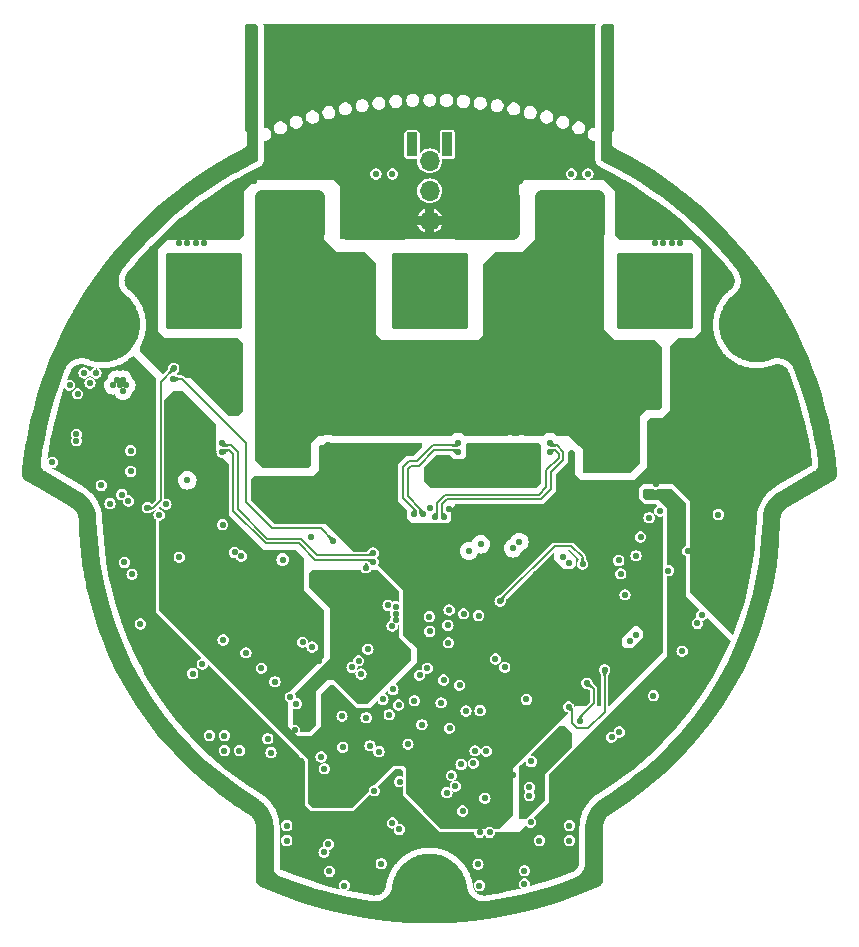
<source format=gbr>
%TF.GenerationSoftware,KiCad,Pcbnew,8.0.6+1*%
%TF.CreationDate,Date%
%TF.ProjectId,amulet_controller,616d756c-6574-45f6-936f-6e74726f6c6c,1.2.0*%
%TF.SameCoordinates,Original*%
%TF.FileFunction,Copper,L3,Inr*%
%TF.FilePolarity,Positive*%
%FSLAX46Y46*%
G04 Gerber Fmt 4.6, Leading zero omitted, Abs format (unit mm)*
G04 Created by KiCad*
%MOMM*%
%LPD*%
G01*
G04 APERTURE LIST*
G04 Aperture macros list*
%AMRoundRect*
0 Rectangle with rounded corners*
0 $1 Rounding radius*
0 $2 $3 $4 $5 $6 $7 $8 $9 X,Y pos of 4 corners*
0 Add a 4 corners polygon primitive as box body*
4,1,4,$2,$3,$4,$5,$6,$7,$8,$9,$2,$3,0*
0 Add four circle primitives for the rounded corners*
1,1,$1+$1,$2,$3*
1,1,$1+$1,$4,$5*
1,1,$1+$1,$6,$7*
1,1,$1+$1,$8,$9*
0 Add four rect primitives between the rounded corners*
20,1,$1+$1,$2,$3,$4,$5,0*
20,1,$1+$1,$4,$5,$6,$7,0*
20,1,$1+$1,$6,$7,$8,$9,0*
20,1,$1+$1,$8,$9,$2,$3,0*%
G04 Aperture macros list end*
%TA.AperFunction,ComponentPad*%
%ADD10C,0.550000*%
%TD*%
%TA.AperFunction,ComponentPad*%
%ADD11C,0.800000*%
%TD*%
%TA.AperFunction,ComponentPad*%
%ADD12C,5.300000*%
%TD*%
%TA.AperFunction,ComponentPad*%
%ADD13C,1.700000*%
%TD*%
%TA.AperFunction,ComponentPad*%
%ADD14O,1.700000X1.700000*%
%TD*%
%TA.AperFunction,ComponentPad*%
%ADD15C,2.000000*%
%TD*%
%TA.AperFunction,ComponentPad*%
%ADD16RoundRect,0.325000X2.925000X2.925000X-2.925000X2.925000X-2.925000X-2.925000X2.925000X-2.925000X0*%
%TD*%
%TA.AperFunction,ComponentPad*%
%ADD17RoundRect,0.325000X-2.925000X-2.925000X2.925000X-2.925000X2.925000X2.925000X-2.925000X2.925000X0*%
%TD*%
%TA.AperFunction,ComponentPad*%
%ADD18RoundRect,0.415000X2.510000X1.660000X-2.510000X1.660000X-2.510000X-1.660000X2.510000X-1.660000X0*%
%TD*%
%TA.AperFunction,ComponentPad*%
%ADD19R,0.900000X2.000000*%
%TD*%
%TA.AperFunction,ComponentPad*%
%ADD20RoundRect,0.090000X0.360000X0.910000X-0.360000X0.910000X-0.360000X-0.910000X0.360000X-0.910000X0*%
%TD*%
%TA.AperFunction,ComponentPad*%
%ADD21C,0.600000*%
%TD*%
%TA.AperFunction,ViaPad*%
%ADD22C,0.550000*%
%TD*%
%TA.AperFunction,ViaPad*%
%ADD23C,0.600000*%
%TD*%
%TA.AperFunction,Conductor*%
%ADD24C,0.200000*%
%TD*%
G04 APERTURE END LIST*
D10*
%TO.N,GND*%
%TO.C,U10*%
X170350400Y-87900100D03*
X170850400Y-87000100D03*
X170850400Y-88800100D03*
X171350400Y-87900100D03*
%TD*%
D11*
%TO.N,CHASSIS*%
%TO.C,H2*%
X119587588Y-76078560D03*
X118469366Y-74621265D03*
X121408754Y-76318321D03*
D12*
X120787588Y-74000099D03*
D11*
X122866049Y-75200099D03*
X120166422Y-71681877D03*
X123105810Y-73378933D03*
X121987588Y-71921638D03*
%TD*%
D13*
%TO.N,GND*%
%TO.C,J11*%
X148500400Y-65215100D03*
D14*
%TO.N,/Project Architecture/Interface - FD-CAN/FDCAN_P*%
X148500400Y-62675100D03*
%TO.N,/Project Architecture/Interface - FD-CAN/FDCAN_N*%
X148500400Y-60135100D03*
%TD*%
D11*
%TO.N,CHASSIS*%
%TO.C,H1*%
X150900400Y-122000100D03*
X150197456Y-123697156D03*
X150197456Y-120303044D03*
D12*
X148500400Y-122000100D03*
D11*
X148500400Y-119600100D03*
X146803344Y-123697156D03*
X146803344Y-120303044D03*
X146100400Y-122000100D03*
%TD*%
D10*
%TO.N,/Project Architecture/Motor Control - Top Level/Motor Control - Inverter/PHA*%
%TO.C,J3*%
X170550400Y-74150100D03*
X170550400Y-72220100D03*
X170550400Y-71710100D03*
X170550400Y-71200100D03*
X170550400Y-70690100D03*
X170550400Y-70180100D03*
X170550400Y-68250100D03*
X170100400Y-71965100D03*
X170100400Y-71455100D03*
X170100400Y-70945100D03*
X170100400Y-70435100D03*
D15*
X169750400Y-73350100D03*
X169750400Y-69050100D03*
D10*
X169650400Y-72220100D03*
X169650400Y-71710100D03*
X169650400Y-71200100D03*
X169650400Y-70690100D03*
X169650400Y-70180100D03*
X168620400Y-74150100D03*
X168620400Y-73250100D03*
X168620400Y-69150100D03*
X168620400Y-68250100D03*
X168365400Y-73700100D03*
X168365400Y-68700100D03*
X168110400Y-74150100D03*
X168110400Y-73250100D03*
X168110400Y-69150100D03*
X168110400Y-68250100D03*
X167855400Y-73700100D03*
X167855400Y-68700100D03*
X167600400Y-74150100D03*
X167600400Y-73250100D03*
D16*
X167600400Y-71200100D03*
D10*
X167600400Y-69150100D03*
X167600400Y-68250100D03*
X167345400Y-73700100D03*
X167345400Y-68700100D03*
X167090400Y-74150100D03*
X167090400Y-73250100D03*
X167090400Y-69150100D03*
X167090400Y-68250100D03*
X166835400Y-73700100D03*
X166835400Y-68700100D03*
X166580400Y-74150100D03*
X166580400Y-73250100D03*
X166580400Y-69150100D03*
X166580400Y-68250100D03*
X165550400Y-72220100D03*
X165550400Y-71710100D03*
X165550400Y-71200100D03*
X165550400Y-70690100D03*
X165550400Y-70180100D03*
D15*
X165450400Y-73350100D03*
X165450400Y-69050100D03*
D10*
X165100400Y-71965100D03*
X165100400Y-71455100D03*
X165100400Y-70945100D03*
X165100400Y-70435100D03*
X164650400Y-74150100D03*
X164650400Y-72220100D03*
X164650400Y-71710100D03*
X164650400Y-71200100D03*
X164650400Y-70690100D03*
X164650400Y-70180100D03*
X164650400Y-68250100D03*
%TD*%
%TO.N,/Project Architecture/Motor Control - Top Level/Motor Control - Inverter/PHB*%
%TO.C,J4*%
X151450400Y-74150100D03*
X151450400Y-72220100D03*
X151450400Y-71710100D03*
X151450400Y-71200100D03*
X151450400Y-70690100D03*
X151450400Y-70180100D03*
X151450400Y-68250100D03*
X151000400Y-71965100D03*
X151000400Y-71455100D03*
X151000400Y-70945100D03*
X151000400Y-70435100D03*
D15*
X150650400Y-73350100D03*
X150650400Y-69050100D03*
D10*
X150550400Y-72220100D03*
X150550400Y-71710100D03*
X150550400Y-71200100D03*
X150550400Y-70690100D03*
X150550400Y-70180100D03*
X149520400Y-74150100D03*
X149520400Y-73250100D03*
X149520400Y-69150100D03*
X149520400Y-68250100D03*
X149265400Y-73700100D03*
X149265400Y-68700100D03*
X149010400Y-74150100D03*
X149010400Y-73250100D03*
X149010400Y-69150100D03*
X149010400Y-68250100D03*
X148755400Y-73700100D03*
X148755400Y-68700100D03*
X148500400Y-74150100D03*
X148500400Y-73250100D03*
D16*
X148500400Y-71200100D03*
D10*
X148500400Y-69150100D03*
X148500400Y-68250100D03*
X148245400Y-73700100D03*
X148245400Y-68700100D03*
X147990400Y-74150100D03*
X147990400Y-73250100D03*
X147990400Y-69150100D03*
X147990400Y-68250100D03*
X147735400Y-73700100D03*
X147735400Y-68700100D03*
X147480400Y-74150100D03*
X147480400Y-73250100D03*
X147480400Y-69150100D03*
X147480400Y-68250100D03*
X146450400Y-72220100D03*
X146450400Y-71710100D03*
X146450400Y-71200100D03*
X146450400Y-70690100D03*
X146450400Y-70180100D03*
D15*
X146350400Y-73350100D03*
X146350400Y-69050100D03*
D10*
X146000400Y-71965100D03*
X146000400Y-71455100D03*
X146000400Y-70945100D03*
X146000400Y-70435100D03*
X145550400Y-74150100D03*
X145550400Y-72220100D03*
X145550400Y-71710100D03*
X145550400Y-71200100D03*
X145550400Y-70690100D03*
X145550400Y-70180100D03*
X145550400Y-68250100D03*
%TD*%
%TO.N,/Project Architecture/Motor Control - Top Level/Motor Control - Inverter/PHC*%
%TO.C,J5*%
X126450400Y-68250100D03*
X126450400Y-70180100D03*
X126450400Y-70690100D03*
X126450400Y-71200100D03*
X126450400Y-71710100D03*
X126450400Y-72220100D03*
X126450400Y-74150100D03*
X126900400Y-70435100D03*
X126900400Y-70945100D03*
X126900400Y-71455100D03*
X126900400Y-71965100D03*
D15*
X127250400Y-69050100D03*
X127250400Y-73350100D03*
D10*
X127350400Y-70180100D03*
X127350400Y-70690100D03*
X127350400Y-71200100D03*
X127350400Y-71710100D03*
X127350400Y-72220100D03*
X128380400Y-68250100D03*
X128380400Y-69150100D03*
X128380400Y-73250100D03*
X128380400Y-74150100D03*
X128635400Y-68700100D03*
X128635400Y-73700100D03*
X128890400Y-68250100D03*
X128890400Y-69150100D03*
X128890400Y-73250100D03*
X128890400Y-74150100D03*
X129145400Y-68700100D03*
X129145400Y-73700100D03*
X129400400Y-68250100D03*
X129400400Y-69150100D03*
D17*
X129400400Y-71200100D03*
D10*
X129400400Y-73250100D03*
X129400400Y-74150100D03*
X129655400Y-68700100D03*
X129655400Y-73700100D03*
X129910400Y-68250100D03*
X129910400Y-69150100D03*
X129910400Y-73250100D03*
X129910400Y-74150100D03*
X130165400Y-68700100D03*
X130165400Y-73700100D03*
X130420400Y-68250100D03*
X130420400Y-69150100D03*
X130420400Y-73250100D03*
X130420400Y-74150100D03*
X131450400Y-70180100D03*
X131450400Y-70690100D03*
X131450400Y-71200100D03*
X131450400Y-71710100D03*
X131450400Y-72220100D03*
D15*
X131550400Y-69050100D03*
X131550400Y-73350100D03*
D10*
X131900400Y-70435100D03*
X131900400Y-70945100D03*
X131900400Y-71455100D03*
X131900400Y-71965100D03*
X132350400Y-68250100D03*
X132350400Y-70180100D03*
X132350400Y-70690100D03*
X132350400Y-71200100D03*
X132350400Y-71710100D03*
X132350400Y-72220100D03*
X132350400Y-74150100D03*
%TD*%
%TO.N,GND*%
%TO.C,U6*%
X150275238Y-93943998D03*
X149306502Y-92975262D03*
X150275238Y-95556202D03*
X149469136Y-94750100D03*
X148500400Y-93781364D03*
X147694298Y-92975262D03*
X149306502Y-96524938D03*
X148500400Y-95718836D03*
X147531664Y-94750100D03*
X146725562Y-93943998D03*
X147694298Y-96524938D03*
X146725562Y-95556202D03*
%TD*%
D11*
%TO.N,CHASSIS*%
%TO.C,H3*%
X175013211Y-71921639D03*
X173894989Y-73378934D03*
X176834377Y-71681878D03*
D12*
X176213211Y-74000100D03*
D11*
X174134750Y-75200100D03*
X175592045Y-76318322D03*
X178531433Y-74621266D03*
X177413211Y-76078561D03*
%TD*%
D10*
%TO.N,GND*%
%TO.C,J1*%
X155780400Y-66280100D03*
X155780400Y-65770100D03*
X155780400Y-65260100D03*
X155780400Y-64750100D03*
X155780400Y-64240100D03*
X155780400Y-63730100D03*
X155780400Y-63220100D03*
X155330400Y-66535100D03*
X155330400Y-66025100D03*
X155330400Y-65515100D03*
X155330400Y-65005100D03*
X155330400Y-64495100D03*
X155330400Y-63985100D03*
X155330400Y-63475100D03*
X155330400Y-62965100D03*
X154880400Y-66280100D03*
X154880400Y-65770100D03*
X154880400Y-65260100D03*
X154880400Y-64750100D03*
X154880400Y-64240100D03*
X154880400Y-63730100D03*
X154880400Y-63220100D03*
X154430400Y-66535100D03*
X154430400Y-66025100D03*
X154430400Y-63475100D03*
X154430400Y-62965100D03*
X153980400Y-66280100D03*
X153980400Y-63220100D03*
X153530400Y-66535100D03*
X153530400Y-62965100D03*
D18*
X153150400Y-64750100D03*
D10*
X152770400Y-66535100D03*
X152770400Y-62965100D03*
X152320400Y-66280100D03*
X152320400Y-63220100D03*
X151870400Y-66535100D03*
X151870400Y-66025100D03*
X151870400Y-63475100D03*
X151870400Y-62965100D03*
X151420400Y-66280100D03*
X151420400Y-65770100D03*
X151420400Y-65260100D03*
X151420400Y-64750100D03*
X151420400Y-64240100D03*
X151420400Y-63730100D03*
X151420400Y-63220100D03*
X150970400Y-66535100D03*
X150970400Y-66025100D03*
X150970400Y-65515100D03*
X150970400Y-65005100D03*
X150970400Y-64495100D03*
X150970400Y-63985100D03*
X150970400Y-63475100D03*
X150970400Y-62965100D03*
X150520400Y-66280100D03*
X150520400Y-65770100D03*
X150520400Y-65260100D03*
X150520400Y-64750100D03*
X150520400Y-64240100D03*
X150520400Y-63730100D03*
X150520400Y-63220100D03*
%TO.N,+VBAT*%
X162980400Y-66280100D03*
X162980400Y-65770100D03*
X162980400Y-65260100D03*
X162980400Y-64750100D03*
X162980400Y-64240100D03*
X162980400Y-63730100D03*
X162980400Y-63220100D03*
X162530400Y-66535100D03*
X162530400Y-66025100D03*
X162530400Y-65515100D03*
X162530400Y-65005100D03*
X162530400Y-64495100D03*
X162530400Y-63985100D03*
X162530400Y-63475100D03*
X162530400Y-62965100D03*
X162080400Y-66280100D03*
X162080400Y-65770100D03*
X162080400Y-65260100D03*
X162080400Y-64750100D03*
X162080400Y-64240100D03*
X162080400Y-63730100D03*
X162080400Y-63220100D03*
X161630400Y-66535100D03*
X161630400Y-66025100D03*
X161630400Y-63475100D03*
X161630400Y-62965100D03*
X161180400Y-66280100D03*
X161180400Y-63220100D03*
X160730400Y-66535100D03*
X160730400Y-62965100D03*
D18*
X160350400Y-64750100D03*
D10*
X159970400Y-66535100D03*
X159970400Y-62965100D03*
X159520400Y-66280100D03*
X159520400Y-63220100D03*
X159070400Y-66535100D03*
X159070400Y-66025100D03*
X159070400Y-63475100D03*
X159070400Y-62965100D03*
X158620400Y-66280100D03*
X158620400Y-65770100D03*
X158620400Y-65260100D03*
X158620400Y-64750100D03*
X158620400Y-64240100D03*
X158620400Y-63730100D03*
X158620400Y-63220100D03*
X158170400Y-66535100D03*
X158170400Y-66025100D03*
X158170400Y-65515100D03*
X158170400Y-65005100D03*
X158170400Y-64495100D03*
X158170400Y-63985100D03*
X158170400Y-63475100D03*
X158170400Y-62965100D03*
X157720400Y-66280100D03*
X157720400Y-65770100D03*
X157720400Y-65260100D03*
X157720400Y-64750100D03*
X157720400Y-64240100D03*
X157720400Y-63730100D03*
X157720400Y-63220100D03*
D19*
%TO.N,unconnected-(J1-PadMP1)*%
X150000400Y-58750100D03*
%TO.N,CHASSIS*%
X163500400Y-58750100D03*
%TD*%
D10*
%TO.N,GND*%
%TO.C,J2*%
X146480400Y-66280100D03*
X146480400Y-65770100D03*
X146480400Y-65260100D03*
X146480400Y-64750100D03*
X146480400Y-64240100D03*
X146480400Y-63730100D03*
X146480400Y-63220100D03*
X146030400Y-66535100D03*
X146030400Y-66025100D03*
X146030400Y-65515100D03*
X146030400Y-65005100D03*
X146030400Y-64495100D03*
X146030400Y-63985100D03*
X146030400Y-63475100D03*
X146030400Y-62965100D03*
X145580400Y-66280100D03*
X145580400Y-65770100D03*
X145580400Y-65260100D03*
X145580400Y-64750100D03*
X145580400Y-64240100D03*
X145580400Y-63730100D03*
X145580400Y-63220100D03*
X145130400Y-66535100D03*
X145130400Y-66025100D03*
X145130400Y-63475100D03*
X145130400Y-62965100D03*
X144680400Y-66280100D03*
X144680400Y-63220100D03*
X144230400Y-66535100D03*
X144230400Y-62965100D03*
D18*
X143850400Y-64750100D03*
D10*
X143470400Y-66535100D03*
X143470400Y-62965100D03*
X143020400Y-66280100D03*
X143020400Y-63220100D03*
X142570400Y-66535100D03*
X142570400Y-66025100D03*
X142570400Y-63475100D03*
X142570400Y-62965100D03*
X142120400Y-66280100D03*
X142120400Y-65770100D03*
X142120400Y-65260100D03*
X142120400Y-64750100D03*
X142120400Y-64240100D03*
X142120400Y-63730100D03*
X142120400Y-63220100D03*
X141670400Y-66535100D03*
X141670400Y-66025100D03*
X141670400Y-65515100D03*
X141670400Y-65005100D03*
X141670400Y-64495100D03*
X141670400Y-63985100D03*
X141670400Y-63475100D03*
X141670400Y-62965100D03*
X141220400Y-66280100D03*
X141220400Y-65770100D03*
X141220400Y-65260100D03*
X141220400Y-64750100D03*
X141220400Y-64240100D03*
X141220400Y-63730100D03*
X141220400Y-63220100D03*
%TO.N,+VBAT*%
X139280400Y-66280100D03*
X139280400Y-65770100D03*
X139280400Y-65260100D03*
X139280400Y-64750100D03*
X139280400Y-64240100D03*
X139280400Y-63730100D03*
X139280400Y-63220100D03*
X138830400Y-66535100D03*
X138830400Y-66025100D03*
X138830400Y-65515100D03*
X138830400Y-65005100D03*
X138830400Y-64495100D03*
X138830400Y-63985100D03*
X138830400Y-63475100D03*
X138830400Y-62965100D03*
X138380400Y-66280100D03*
X138380400Y-65770100D03*
X138380400Y-65260100D03*
X138380400Y-64750100D03*
X138380400Y-64240100D03*
X138380400Y-63730100D03*
X138380400Y-63220100D03*
X137930400Y-66535100D03*
X137930400Y-66025100D03*
X137930400Y-63475100D03*
X137930400Y-62965100D03*
X137480400Y-66280100D03*
X137480400Y-63220100D03*
X137030400Y-66535100D03*
X137030400Y-62965100D03*
D18*
X136650400Y-64750100D03*
D10*
X136270400Y-66535100D03*
X136270400Y-62965100D03*
X135820400Y-66280100D03*
X135820400Y-63220100D03*
X135370400Y-66535100D03*
X135370400Y-66025100D03*
X135370400Y-63475100D03*
X135370400Y-62965100D03*
X134920400Y-66280100D03*
X134920400Y-65770100D03*
X134920400Y-65260100D03*
X134920400Y-64750100D03*
X134920400Y-64240100D03*
X134920400Y-63730100D03*
X134920400Y-63220100D03*
X134470400Y-66535100D03*
X134470400Y-66025100D03*
X134470400Y-65515100D03*
X134470400Y-65005100D03*
X134470400Y-64495100D03*
X134470400Y-63985100D03*
X134470400Y-63475100D03*
X134470400Y-62965100D03*
X134020400Y-66280100D03*
X134020400Y-65770100D03*
X134020400Y-65260100D03*
X134020400Y-64750100D03*
X134020400Y-64240100D03*
X134020400Y-63730100D03*
X134020400Y-63220100D03*
D20*
%TO.N,unconnected-(J2-PadMP1)*%
X147000400Y-58750100D03*
%TO.N,CHASSIS*%
X133500400Y-58750100D03*
%TD*%
D21*
%TO.N,GND*%
%TO.C,U4*%
X129275399Y-91125097D03*
X129275399Y-92125097D03*
%TD*%
D22*
%TO.N,/Project Architecture/Interface - Interconnects/RS422_D-*%
X135400400Y-104250100D03*
%TO.N,/Project Architecture/Interface - Interconnects/RS422_D+*%
X136700400Y-105550100D03*
%TO.N,/Project Architecture/Interface - Interconnects/RS422_R+*%
X132949946Y-101800554D03*
%TO.N,/Project Architecture/Interface - Interconnects/RS422_R-*%
X134249946Y-103100554D03*
%TO.N,/Project Architecture/Interface - Interconnects/AUX2_B*%
X151580400Y-106730100D03*
X145875400Y-106225100D03*
X150200400Y-108175100D03*
%TO.N,/Project Architecture/Interface - Interconnects/AUX2_C*%
X147200000Y-105850000D03*
X149474423Y-106036038D03*
%TO.N,/Project Architecture/Interface - Interconnects/POS_SENSOR_CS*%
X144550400Y-105750100D03*
%TO.N,/Project Architecture/Interface - Interconnects/AUX1_A*%
X144210400Y-110155600D03*
X165047697Y-96889056D03*
%TO.N,GND*%
X161950000Y-100250000D03*
X155850400Y-95080100D03*
X158175000Y-97350000D03*
X157325400Y-84440000D03*
X130700400Y-87250100D03*
X139840400Y-54190100D03*
X155330000Y-84820000D03*
X147230400Y-50380100D03*
X131175400Y-86425100D03*
X130490400Y-101440100D03*
X129793442Y-95260516D03*
X140350400Y-84475100D03*
X122650400Y-94150100D03*
X139875400Y-85300100D03*
X119250400Y-78100100D03*
X137300400Y-52920100D03*
X155800000Y-86750000D03*
X155325000Y-87025000D03*
X123300400Y-95150100D03*
X173450000Y-70900000D03*
X162995426Y-95977304D03*
X130225400Y-88625100D03*
X138706633Y-100143867D03*
X170450400Y-82475100D03*
X170450400Y-85775100D03*
X143650400Y-52920100D03*
X158430400Y-52920100D03*
X141110400Y-54190100D03*
X131175400Y-88075100D03*
X150374999Y-86225000D03*
X153775400Y-91425100D03*
X159400000Y-97475000D03*
X174200400Y-85720100D03*
X156530400Y-121370100D03*
X163925000Y-95375000D03*
X128330400Y-92780100D03*
X152950400Y-59750100D03*
X172647279Y-91254860D03*
X131175400Y-88625100D03*
X119750400Y-78950100D03*
X155050400Y-95880100D03*
X168300000Y-67100000D03*
X170450400Y-84675100D03*
X159700400Y-50380100D03*
X155325000Y-87575000D03*
X150850000Y-85950000D03*
X178340400Y-78610100D03*
X161525000Y-99900000D03*
X139840400Y-52920100D03*
X155325000Y-86475000D03*
X154850400Y-102240100D03*
X151400400Y-101250100D03*
X158430400Y-54190100D03*
X139650400Y-105350100D03*
X149900000Y-85400000D03*
X136410400Y-117690100D03*
X155525400Y-112125100D03*
X144980400Y-97780100D03*
X140350400Y-85025100D03*
X163975000Y-94825000D03*
X157925000Y-95550000D03*
X152340000Y-84440000D03*
X171652374Y-90988273D03*
X120250400Y-78100100D03*
X138570400Y-50380100D03*
X156470400Y-107130100D03*
X138475000Y-57825000D03*
X163425000Y-95600000D03*
X138465397Y-91990097D03*
X159800000Y-97875000D03*
X130211373Y-98425478D03*
X132400400Y-101275100D03*
X163475000Y-95050000D03*
X151800000Y-86500000D03*
X166890402Y-95750097D03*
X137100400Y-100450100D03*
X170450400Y-80825100D03*
X150375000Y-86775000D03*
X157160400Y-54190100D03*
X167640400Y-87500100D03*
X167190400Y-89500100D03*
X126550400Y-84675100D03*
X163750000Y-94300000D03*
X155450400Y-95480100D03*
X138570400Y-54190100D03*
X118600400Y-83850100D03*
X163250000Y-94550000D03*
X134800400Y-109070100D03*
X144100400Y-87700100D03*
X156275000Y-85375000D03*
X129750400Y-86700100D03*
X126550400Y-80275100D03*
X128175400Y-99900100D03*
X148950000Y-86500000D03*
X174310400Y-92290100D03*
X147825400Y-107100100D03*
X155800000Y-86200000D03*
X158060400Y-100050100D03*
X143275000Y-101500000D03*
X155890400Y-52920100D03*
X151700400Y-110550100D03*
X132360000Y-61870000D03*
X165694609Y-91625600D03*
X138475000Y-99000000D03*
X149770400Y-49110100D03*
X128450400Y-103550100D03*
X145630400Y-98470100D03*
X151325000Y-87325000D03*
X137070400Y-108360100D03*
X153350400Y-51650100D03*
X152150400Y-106190100D03*
X152750000Y-86500000D03*
X152275000Y-86775000D03*
X123200400Y-84680100D03*
X133630001Y-61870000D03*
X136100400Y-98300100D03*
X120700400Y-87620100D03*
X148900400Y-103650100D03*
X124000400Y-99350100D03*
X144305000Y-84575100D03*
X134900000Y-60950000D03*
X149425000Y-85675000D03*
X149425000Y-86775000D03*
X155230400Y-97540100D03*
X157525000Y-95150000D03*
X154850000Y-87300000D03*
X162460400Y-103960100D03*
X126550400Y-84125100D03*
X155800000Y-87300000D03*
X139875400Y-84200100D03*
X130700400Y-89450100D03*
X130225400Y-86975100D03*
X140350400Y-85575100D03*
X123550000Y-70900000D03*
X170450400Y-80275100D03*
X129750400Y-88350100D03*
X148500400Y-52920100D03*
X142690400Y-103600100D03*
X157160400Y-51650100D03*
X154620400Y-54190100D03*
X130700400Y-88900100D03*
X151270400Y-59270100D03*
X118025400Y-79150100D03*
X149425000Y-87325000D03*
X147230400Y-49110100D03*
X137300400Y-54190100D03*
X139840400Y-51650100D03*
X149475400Y-107925100D03*
X158450000Y-96850000D03*
X156150400Y-61810100D03*
X140020400Y-120300100D03*
X148500400Y-51650100D03*
X116550400Y-85675100D03*
X160340400Y-117690100D03*
X155890400Y-54190100D03*
X156280000Y-84260000D03*
X154850000Y-86750000D03*
X126730400Y-89760100D03*
X131175400Y-89725100D03*
X122990400Y-88940100D03*
X149770400Y-52920100D03*
X155805000Y-84545000D03*
X150375000Y-87325000D03*
X130700400Y-86700100D03*
X158430400Y-51650100D03*
X152750000Y-87050000D03*
X149770400Y-50380100D03*
X155325000Y-85925000D03*
X155850400Y-94520100D03*
X159700400Y-52920100D03*
X147230400Y-51650100D03*
X178120400Y-85940100D03*
X178340400Y-82210100D03*
X140225400Y-104775100D03*
X131175400Y-89175100D03*
X167450400Y-105425100D03*
X135070400Y-110240100D03*
X164550400Y-108500100D03*
X142380400Y-52920100D03*
X139375400Y-85000100D03*
X127300000Y-67100000D03*
X175580400Y-93560100D03*
X129750400Y-87250100D03*
X126550400Y-82475100D03*
X137300400Y-51650100D03*
X130225400Y-88075100D03*
X154200400Y-91775100D03*
X128700000Y-67100000D03*
X141050400Y-91950100D03*
X180080400Y-83110100D03*
X138570400Y-51650100D03*
X155450400Y-94120100D03*
X170450400Y-85225100D03*
X170450400Y-81375100D03*
X143650400Y-50380100D03*
X151800000Y-87050000D03*
X142380400Y-54190100D03*
X150286082Y-104586488D03*
X152600400Y-119700100D03*
X159700400Y-55460100D03*
X143650400Y-51650100D03*
X156950400Y-113200100D03*
X141930400Y-103030100D03*
X173401930Y-90680646D03*
X139375400Y-85550100D03*
X149425000Y-86225000D03*
X154620400Y-50380100D03*
X123150000Y-70500000D03*
X145630400Y-99050100D03*
X158325000Y-95950000D03*
X131130400Y-110070100D03*
X171250400Y-89520100D03*
X126550400Y-83575100D03*
X149900000Y-86500000D03*
X130225400Y-89175100D03*
X142880000Y-84850100D03*
X150225400Y-106225100D03*
X149900000Y-87050000D03*
X123950000Y-71300000D03*
X156975400Y-93250100D03*
X166875000Y-98750000D03*
X141110400Y-52920100D03*
X156275000Y-87025000D03*
X128211422Y-93459571D03*
X160514999Y-85499998D03*
X170450400Y-81925100D03*
X129400000Y-67100000D03*
X129535000Y-84435001D03*
X129250400Y-102750100D03*
X155890400Y-50380100D03*
X130225400Y-86425100D03*
X140390400Y-109700100D03*
X153110400Y-97010100D03*
X159700400Y-51650100D03*
X129860400Y-108800100D03*
X170450400Y-84125100D03*
X150375000Y-85675000D03*
X154850000Y-85100000D03*
X134825400Y-103700100D03*
X141110400Y-51650100D03*
X146430400Y-105720100D03*
X129750400Y-87800100D03*
X142490400Y-102480100D03*
X159700400Y-54190100D03*
X131175400Y-86975100D03*
X140770400Y-105450100D03*
X154850000Y-85650000D03*
X128680400Y-89630100D03*
X155890400Y-51650100D03*
X157160400Y-50380100D03*
X158430400Y-50380100D03*
X131175400Y-87525100D03*
X169000000Y-67100000D03*
X153350400Y-52920100D03*
X161500000Y-99350000D03*
X123200400Y-86440100D03*
X129750400Y-89450100D03*
X126550400Y-81925100D03*
X144800400Y-109659650D03*
X150850000Y-87050000D03*
X157300400Y-106350100D03*
X141290400Y-121500100D03*
X148925400Y-100650100D03*
X175580400Y-88480100D03*
X178340400Y-80410100D03*
X128000000Y-67100000D03*
X130225400Y-87525100D03*
X155800000Y-85650000D03*
X157060400Y-116140100D03*
X180080400Y-84900100D03*
X180080400Y-84000100D03*
X149770400Y-51650100D03*
X139100400Y-102500100D03*
X156530400Y-120250100D03*
X150175400Y-89650100D03*
X143100400Y-94575100D03*
X169880400Y-101660100D03*
X132810400Y-103270100D03*
X149900000Y-85950000D03*
X154855000Y-84545000D03*
X157800400Y-117690100D03*
X160340400Y-116420100D03*
X145350400Y-116200100D03*
X130700400Y-87800100D03*
X153350400Y-50380100D03*
X143830000Y-84300100D03*
X153140400Y-98050100D03*
X175580400Y-92290100D03*
X157600000Y-97350000D03*
X145100400Y-106290100D03*
X132650400Y-92800100D03*
X153810400Y-56730100D03*
X156275000Y-86475000D03*
X124780400Y-73240100D03*
X158810400Y-100800100D03*
X170450400Y-83025100D03*
X132400400Y-110070100D03*
X126550400Y-83025100D03*
X144400400Y-119650100D03*
X152275000Y-87325000D03*
X145630400Y-97890100D03*
X156275000Y-87575000D03*
X141110400Y-50380100D03*
X126550400Y-85775100D03*
X139875400Y-84750100D03*
X170450400Y-83575100D03*
X130225400Y-89725100D03*
X152720400Y-121500100D03*
X161550000Y-100650000D03*
X144720400Y-59270100D03*
X139375400Y-84450100D03*
X129750400Y-88900100D03*
X178340400Y-83110100D03*
X124780400Y-70700100D03*
X121440400Y-89160100D03*
X152725400Y-117000100D03*
X169700000Y-67100000D03*
X139840400Y-50380100D03*
X137225400Y-106100100D03*
X153380400Y-96530100D03*
X130700399Y-88350100D03*
X156280000Y-84820000D03*
X131130400Y-108800100D03*
X161700400Y-105900100D03*
X143355000Y-84575100D03*
X161000000Y-99100000D03*
X154620400Y-51650100D03*
X137300400Y-50380100D03*
X145340400Y-105670100D03*
X156950400Y-113900100D03*
X164525400Y-92275100D03*
X140010400Y-110920100D03*
X131180000Y-85870000D03*
X155275400Y-114775100D03*
X118600400Y-83300100D03*
X124780400Y-71970100D03*
X152850400Y-109500100D03*
X148525400Y-89575100D03*
X160514997Y-84924997D03*
X155325000Y-85375000D03*
X150850000Y-86500000D03*
X126550400Y-81375100D03*
X142380400Y-51650100D03*
X143050400Y-92875100D03*
X163250000Y-94000000D03*
X167600000Y-67100000D03*
X178340400Y-79510100D03*
X155330000Y-84260000D03*
X171750401Y-97435100D03*
X143650400Y-56730100D03*
X151325000Y-86775000D03*
X173850000Y-70500000D03*
X170450400Y-86325100D03*
X165580400Y-92870100D03*
X131300400Y-99020100D03*
X143355000Y-85125100D03*
X156275400Y-93950100D03*
X148500400Y-57700100D03*
X158750000Y-97350000D03*
X173050000Y-71300000D03*
X143700400Y-106750100D03*
X136410400Y-116420100D03*
X170370072Y-93192654D03*
X158725000Y-96350000D03*
X171550400Y-98600100D03*
X157160400Y-52920100D03*
X178340400Y-81310100D03*
X153600400Y-114770100D03*
X164623195Y-101752895D03*
X126550400Y-80825100D03*
X178340400Y-84010100D03*
X138570400Y-52920100D03*
X149950400Y-112850100D03*
X152025900Y-114850100D03*
X126550400Y-85225100D03*
X154620400Y-52920100D03*
X156275000Y-85925000D03*
X155550000Y-102650000D03*
X124780400Y-74510100D03*
X157125000Y-104150000D03*
X155800000Y-85100000D03*
X147230400Y-52920100D03*
X143830000Y-84850100D03*
X168006289Y-92734084D03*
X143250400Y-112900100D03*
X148950000Y-87050000D03*
X145950400Y-109750100D03*
X142380400Y-50380100D03*
X145325000Y-99525000D03*
X137300400Y-55460100D03*
X131630400Y-101330100D03*
X139650400Y-106100100D03*
X139560400Y-118690100D03*
X154850000Y-86200000D03*
X161230400Y-59270100D03*
%TO.N,+3V3*%
X150100400Y-100950100D03*
X153575400Y-117000100D03*
X172940400Y-90090100D03*
X141080400Y-107160100D03*
X171180400Y-99310100D03*
X145925400Y-116750100D03*
X132550400Y-93600100D03*
X127300400Y-93700100D03*
X163904867Y-108940100D03*
X156700400Y-105750100D03*
X132000400Y-93300100D03*
X168710398Y-94830098D03*
X139580400Y-111615600D03*
X157100400Y-111000100D03*
X131020400Y-100720100D03*
%TO.N,/Project Architecture/Interface - Interconnects/AUX1_B*%
X164687500Y-95112500D03*
X151170400Y-111250100D03*
%TO.N,/Project Architecture/Interface - Interconnects/AUX1_C*%
X146668726Y-109536181D03*
X164518917Y-93981083D03*
%TO.N,+5V*%
X118150400Y-80950100D03*
X129428082Y-103689154D03*
X125000400Y-88600100D03*
X169563202Y-100777947D03*
X159900400Y-111200100D03*
X170109274Y-100921879D03*
X166920400Y-88300100D03*
X119250400Y-80950100D03*
X124200000Y-95550000D03*
X124350400Y-96100100D03*
X129830400Y-103290100D03*
X167690400Y-88300100D03*
X118700400Y-80950100D03*
X145950400Y-111910100D03*
X129030400Y-104090100D03*
X169016454Y-100629058D03*
X137600400Y-111000100D03*
%TO.N,/Project Architecture/Interface - Interconnects/AUX2_A*%
X145078994Y-107039297D03*
X152775900Y-106695600D03*
%TO.N,/Project Architecture/Interface - Interconnects/NRST*%
X163330400Y-103230100D03*
X160269167Y-106368867D03*
%TO.N,/Project Architecture/Interface - RS-422/RS422_~{RE}*%
X143128418Y-107291700D03*
%TO.N,/Project Architecture/Interface - RS-422/RS422_DE*%
X141150400Y-109800100D03*
%TO.N,+VBAT*%
X166025400Y-83975100D03*
X136050400Y-79125100D03*
X146250400Y-79125100D03*
X166025400Y-85550100D03*
X167050400Y-80725100D03*
X144650400Y-79125100D03*
X136850400Y-79125100D03*
X136850400Y-80725100D03*
X138225400Y-83975100D03*
X145249600Y-82250000D03*
X137650400Y-80725100D03*
X137675400Y-82250100D03*
X163850400Y-80725100D03*
X167050400Y-77525100D03*
X137125400Y-84550100D03*
X144650400Y-79925100D03*
X136575400Y-84550100D03*
X166025400Y-82825100D03*
X147050400Y-77525100D03*
X163825400Y-82250100D03*
X145450400Y-79125100D03*
X165200400Y-85050100D03*
X164925400Y-82250100D03*
X139250400Y-79925100D03*
X165450400Y-78325100D03*
X143050400Y-79125100D03*
X143850400Y-80725100D03*
X139250400Y-77525100D03*
X137400400Y-85050100D03*
X137125400Y-85550100D03*
X139250400Y-79125100D03*
X146250400Y-79925100D03*
X166250400Y-79125100D03*
X138225400Y-84550100D03*
X146350000Y-82250101D03*
X147050400Y-79125100D03*
X166250400Y-80725100D03*
X145450400Y-77525100D03*
X137675400Y-85550100D03*
X164650400Y-80725100D03*
X145450400Y-79925100D03*
X136300400Y-85050100D03*
X166025400Y-83400100D03*
X165750400Y-85050100D03*
X143050400Y-78325100D03*
X143050400Y-77525100D03*
X167850400Y-78325100D03*
X164650400Y-85050100D03*
X166025400Y-82250100D03*
X140050400Y-80725100D03*
X121725400Y-79150100D03*
X167850400Y-80725100D03*
X137675400Y-84550100D03*
X143850400Y-79925100D03*
X163850400Y-79925100D03*
X137125400Y-82250100D03*
X164650400Y-78325100D03*
X167850400Y-79925100D03*
X147050400Y-79925100D03*
X165475400Y-85550100D03*
X165450400Y-79925100D03*
X165450400Y-77525100D03*
X138450400Y-78325100D03*
X136850400Y-77525100D03*
X145800000Y-82250100D03*
X122825400Y-79150100D03*
X166025400Y-84550100D03*
X136575400Y-85550100D03*
X138450400Y-79125100D03*
X138225400Y-83400100D03*
X137650400Y-78325100D03*
X166250400Y-78325100D03*
X137650400Y-79125100D03*
X164925400Y-84550100D03*
X164650400Y-77525100D03*
X151830400Y-93190100D03*
X140050400Y-79925100D03*
X167050400Y-78325100D03*
X155550400Y-92950100D03*
X136850400Y-79925100D03*
X164100400Y-85050100D03*
X146250400Y-77525100D03*
X138450400Y-79925100D03*
X122275400Y-79150100D03*
X122550400Y-78675100D03*
X137650400Y-79925100D03*
X164925400Y-85550100D03*
X164375400Y-82250100D03*
X141140000Y-75879999D03*
X136050400Y-79925100D03*
X146250400Y-78325100D03*
X147050400Y-78325100D03*
X136850400Y-85050100D03*
X146350000Y-82800000D03*
X140050400Y-79125100D03*
X144650400Y-78325100D03*
X167050400Y-79925100D03*
X165450400Y-80725100D03*
X143050400Y-80725100D03*
X136050400Y-80725100D03*
X166250400Y-77525100D03*
X165450400Y-79125100D03*
X139250400Y-80725100D03*
X144650400Y-80725100D03*
X146250400Y-80725100D03*
X136575400Y-82250100D03*
X167850400Y-79125100D03*
X136025400Y-84550100D03*
X146900000Y-82250100D03*
X163850400Y-78325100D03*
X166250400Y-79925100D03*
X138225400Y-85550100D03*
X138450400Y-80725100D03*
X143850400Y-79125100D03*
X143850400Y-77525100D03*
X167050400Y-79125100D03*
X138225400Y-82250100D03*
X156100400Y-92400100D03*
X145450400Y-80725100D03*
X163825400Y-84550100D03*
X143050400Y-79925100D03*
X164375400Y-84550100D03*
X122000400Y-78675100D03*
X167850400Y-77525100D03*
X138225400Y-82825100D03*
X136850400Y-78325100D03*
X137950400Y-85050100D03*
X147050400Y-80725100D03*
X136050400Y-77525100D03*
X164375400Y-85550100D03*
X144650400Y-77525100D03*
X164650400Y-79125100D03*
X140050400Y-78325100D03*
X139250400Y-78325100D03*
X128000400Y-87200100D03*
X122550400Y-79625100D03*
X143850400Y-78325100D03*
X136025400Y-82250100D03*
X165475400Y-84550100D03*
X137650400Y-77525100D03*
X136050400Y-78325100D03*
X163850400Y-79125100D03*
X163850400Y-77525100D03*
X140050400Y-77525100D03*
X145450400Y-78325100D03*
X138450400Y-77525100D03*
X164650400Y-79925100D03*
X165475400Y-82250100D03*
X152820400Y-92620100D03*
%TO.N,/Project Architecture/Interface - Interconnects/SWCLK*%
X161817645Y-104383639D03*
X161256633Y-107575600D03*
%TO.N,/Project Architecture/Interface - Interconnects/AUX1_D*%
X151303208Y-115191929D03*
X138550400Y-101307187D03*
X165975000Y-93575000D03*
%TO.N,+A3V3*%
X140300400Y-95275100D03*
X141170400Y-95420100D03*
X139925400Y-118000100D03*
X137816667Y-108203833D03*
X140350400Y-92300100D03*
X143375000Y-98700000D03*
X126810000Y-78610000D03*
%TO.N,/Project Architecture/Interface - Interconnects/AUX1_E*%
X137750400Y-100900100D03*
X166356633Y-91983867D03*
X153180400Y-114110100D03*
%TO.N,/Project Architecture/Interface - FD-CAN/FDCAN_RX*%
X168000400Y-89795600D03*
X152205730Y-111144770D03*
%TO.N,/Project Architecture/Interface - FD-CAN/FDCAN_TX*%
X152350400Y-110100100D03*
X167090400Y-90360100D03*
%TO.N,/Project Architecture/Interface - Interconnects/AUX2_D*%
X147850900Y-107888812D03*
X153300400Y-110126858D03*
%TO.N,/Project Architecture/Motor Control - Top Level/SA_P*%
X158700400Y-84065000D03*
X149716733Y-90260424D03*
%TO.N,/Project Architecture/Motor Control - Top Level/SA_N*%
X148966733Y-90260424D03*
X158700400Y-84815000D03*
%TO.N,/Project Architecture/Motor Control - Top Level/SB_N*%
X150920000Y-84814900D03*
X147901061Y-90073668D03*
%TO.N,/Project Architecture/Motor Control - Top Level/SB_P*%
X150920000Y-84064900D03*
X147151061Y-90073668D03*
%TO.N,/Project Architecture/Motor Control - Top Level/SC_P*%
X130935000Y-84065000D03*
X143713881Y-93347074D03*
%TO.N,/Project Architecture/Motor Control - Top Level/SC_N*%
X143713881Y-94097074D03*
X130935000Y-84815000D03*
%TO.N,/Project Architecture/Power - Generation/FB_5V*%
X122440400Y-88400100D03*
X118700000Y-79870000D03*
D23*
%TO.N,CHASSIS*%
X170777735Y-108464471D03*
X175472950Y-69412939D03*
X125570643Y-64990024D03*
X162430414Y-119692338D03*
X177425786Y-90523075D03*
X118972061Y-89168624D03*
X131510355Y-60629532D03*
X163600000Y-52050000D03*
X156537912Y-122980106D03*
X128983003Y-62244038D03*
X176325797Y-97920800D03*
X175878215Y-99352288D03*
X132825039Y-59907564D03*
X181836824Y-86849866D03*
X168017797Y-62244038D03*
X124392710Y-106058918D03*
X121603718Y-100758649D03*
X157986721Y-122592036D03*
X181917049Y-84118484D03*
X133400000Y-56550000D03*
X117722066Y-88349837D03*
X129310470Y-111693787D03*
X126183079Y-108464442D03*
X173367469Y-104789887D03*
X119601049Y-92021427D03*
X180362171Y-78331540D03*
X133400000Y-49050000D03*
X166501097Y-112657519D03*
X175357096Y-100758678D03*
X152108600Y-123755700D03*
X115693277Y-81190610D03*
X155073382Y-123303807D03*
X131657334Y-113560380D03*
X122860779Y-103481102D03*
X116598643Y-78331511D03*
X181624640Y-82647385D03*
X164060709Y-114400063D03*
X128212672Y-110671858D03*
X119744494Y-93514384D03*
X162210683Y-121049799D03*
X176995750Y-94997937D03*
D22*
X143950400Y-61250100D03*
D23*
X174100035Y-103481131D03*
X174536555Y-68241277D03*
X172513186Y-66027657D03*
X169791541Y-109594471D03*
X134530400Y-119692309D03*
X114816610Y-85601032D03*
X143364830Y-123562478D03*
X133400000Y-52050000D03*
X172568104Y-106058947D03*
X163600000Y-49050000D03*
X127169273Y-109594442D03*
X115336174Y-82647356D03*
X123451472Y-67112110D03*
X181267537Y-81190639D03*
X177216320Y-93514413D03*
X163600000Y-56550000D03*
X120635017Y-97920771D03*
X134095814Y-115289815D03*
X163600000Y-50550000D03*
X180537789Y-87599866D03*
X166771959Y-61408860D03*
D22*
X160500400Y-61250100D03*
D23*
X182144204Y-85601061D03*
X123593345Y-104789858D03*
X115123990Y-86849837D03*
X163600000Y-53550000D03*
X116423025Y-87599837D03*
D22*
X145350400Y-61250100D03*
D23*
X130228841Y-61408860D03*
X168748142Y-110671887D03*
X173549328Y-67112110D03*
X122196975Y-102136159D03*
X130459717Y-112657490D03*
X121527850Y-69412939D03*
D22*
X161900400Y-61250100D03*
D23*
X134750131Y-121049770D03*
X169131983Y-63063230D03*
X126698448Y-64001241D03*
X177988753Y-89168653D03*
X133400000Y-53550000D03*
X134530400Y-118192307D03*
X163600000Y-55050000D03*
X159416972Y-122140351D03*
X176698646Y-96468051D03*
X162865000Y-115289844D03*
X164175761Y-59907564D03*
X167650344Y-111693816D03*
X125256725Y-107284877D03*
X124487614Y-66027657D03*
X134530400Y-116692305D03*
X144852214Y-123755671D03*
X171704089Y-107284906D03*
X119965064Y-94997908D03*
X115043765Y-84118455D03*
X171430157Y-64990024D03*
X122464245Y-68241277D03*
X117145136Y-76934737D03*
X170302352Y-64001241D03*
X165490445Y-60629532D03*
X119535028Y-90523046D03*
X138974093Y-122592007D03*
X116114370Y-79751058D03*
X179238748Y-88349866D03*
X174763839Y-102136188D03*
X133400000Y-50550000D03*
X127868817Y-63063230D03*
X120262168Y-96468022D03*
X137543842Y-122140322D03*
X141887432Y-123303778D03*
X165303480Y-113560409D03*
X179815678Y-76934766D03*
X160825873Y-121625940D03*
X121082599Y-99352259D03*
X136134941Y-121625911D03*
X180846444Y-79751087D03*
X140422902Y-122980077D03*
X162430414Y-118192336D03*
X133400000Y-55050000D03*
X162430414Y-116692334D03*
X132900105Y-114400034D03*
X177359765Y-92021456D03*
X153595984Y-123562507D03*
D22*
%TO.N,+12V*%
X159510400Y-108470100D03*
X159050400Y-108840100D03*
X156500400Y-115610100D03*
X157200400Y-114910100D03*
X156500400Y-114910100D03*
%TO.N,/Project Architecture/Power - Generation/FB_12V*%
X154475400Y-97425100D03*
X161457468Y-94287066D03*
%TO.N,/Project Architecture/Power - Generation/VOS_3V3*%
X130980400Y-90940100D03*
X136050400Y-93900100D03*
%TO.N,/Project Architecture/MCU - IOs/FAN_CTRL*%
X150339375Y-112209435D03*
%TO.N,/Project Architecture/MCU - IOs/MOTOR_FAULT*%
X143450400Y-109660100D03*
X148300400Y-103100100D03*
%TO.N,/Project Architecture/MCU - IOs/DRV_MISO*%
X150670891Y-113101039D03*
X149694167Y-104106333D03*
%TO.N,/Project Architecture/MCU - IOs/SENSE_VBAT*%
X126174900Y-89225100D03*
X145952325Y-112705708D03*
%TO.N,/Project Architecture/MCU - IOs/SENSE_TEMP_FET*%
X139318535Y-110610100D03*
X126840000Y-77720000D03*
X124601490Y-89498371D03*
%TO.N,/Project Architecture/MCU - IOs/SENSE_TEMP_MOT*%
X143813220Y-113475600D03*
%TO.N,/Project Architecture/MCU - IOs/BOARD_VERSION*%
X147650400Y-103700100D03*
%TO.N,/Project Architecture/MCU - IOs/DRV_SCLK*%
X151040400Y-104540100D03*
X149962313Y-113631160D03*
%TO.N,/Project Architecture/MCU - IOs/DRV_CS*%
X148471105Y-98729395D03*
X145400400Y-104900100D03*
%TO.N,/Project Architecture/MCU - IOs/MOTOR_HIZ*%
X152650400Y-98640100D03*
X150154370Y-98171130D03*
X151375400Y-98500100D03*
%TO.N,/Project Architecture/MCU - IOs/MOTOR_ENABLE*%
X150047263Y-99478237D03*
X154076633Y-102313867D03*
%TO.N,/Project Architecture/MCU - IOs/DRV_MOSI*%
X148519167Y-99981333D03*
X154861721Y-103019442D03*
%TO.N,/Project Architecture/Power - Generation/F_VIN_12V*%
X165940665Y-100302066D03*
X160310665Y-94187066D03*
X165465665Y-100777066D03*
X159835665Y-93712066D03*
%TO.N,/Project Architecture/Power - Generation/PG_5V*%
X125600400Y-90125100D03*
%TD*%
D24*
%TO.N,/Project Architecture/Interface - Interconnects/NRST*%
X161000400Y-108150100D02*
X160550400Y-107700100D01*
X163330400Y-106772438D02*
X163330400Y-103230100D01*
X160550400Y-107700100D02*
X160550400Y-106650100D01*
X160550400Y-106650100D02*
X160269167Y-106368867D01*
X161952738Y-108150100D02*
X163330400Y-106772438D01*
X161952738Y-108150100D02*
X161000400Y-108150100D01*
%TO.N,/Project Architecture/Interface - Interconnects/SWCLK*%
X161817645Y-104383639D02*
X161883939Y-104383639D01*
X162400400Y-104900100D02*
X162400400Y-106063273D01*
X162400400Y-106063273D02*
X161256633Y-107207040D01*
X161883939Y-104383639D02*
X162400400Y-104900100D01*
X161256633Y-107207040D02*
X161256633Y-107575600D01*
%TO.N,+A3V3*%
X132930000Y-84029700D02*
X132930000Y-89040000D01*
X135160000Y-91270000D02*
X139320300Y-91270000D01*
X127510300Y-78610000D02*
X132930000Y-84029700D01*
X139320300Y-91270000D02*
X140350400Y-92300100D01*
X126810000Y-78610000D02*
X127510300Y-78610000D01*
X132930000Y-89040000D02*
X135160000Y-91270000D01*
%TO.N,/Project Architecture/Motor Control - Top Level/SA_P*%
X149541733Y-89240867D02*
X149982500Y-88800100D01*
X158770000Y-87952844D02*
X158770000Y-86517971D01*
X159287328Y-84240000D02*
X158875400Y-84240000D01*
X158770000Y-86517971D02*
X159816080Y-85471889D01*
X157922744Y-88800100D02*
X158770000Y-87952844D01*
X149541733Y-90085424D02*
X149541733Y-89240867D01*
X149716733Y-90260424D02*
X149541733Y-90085424D01*
X149982500Y-88800100D02*
X157922744Y-88800100D01*
X159816080Y-85471889D02*
X159816080Y-84768755D01*
X159816080Y-84768755D02*
X159287328Y-84240000D01*
X158875400Y-84240000D02*
X158700400Y-84065000D01*
%TO.N,/Project Architecture/Motor Control - Top Level/SA_N*%
X149141733Y-89075179D02*
X149141733Y-90085424D01*
X158370000Y-86352283D02*
X158370000Y-87787156D01*
X159121640Y-84640000D02*
X159416080Y-84934440D01*
X149816812Y-88400100D02*
X149141733Y-89075179D01*
X159416080Y-84934440D02*
X159416080Y-85306203D01*
X159416080Y-85306203D02*
X158370000Y-86352283D01*
X158700400Y-84815000D02*
X158875400Y-84640000D01*
X157757056Y-88400100D02*
X149816812Y-88400100D01*
X158875400Y-84640000D02*
X159121640Y-84640000D01*
X149141733Y-90085424D02*
X148966733Y-90260424D01*
X158370000Y-87787156D02*
X157757056Y-88400100D01*
%TO.N,/Project Architecture/Motor Control - Top Level/SB_N*%
X147726061Y-89614471D02*
X147726061Y-89898668D01*
X146650400Y-86222944D02*
X146650400Y-88538810D01*
X148912944Y-84639900D02*
X147598609Y-85954235D01*
X146919109Y-85954235D02*
X146650400Y-86222944D01*
X150745000Y-84639900D02*
X148912944Y-84639900D01*
X150920000Y-84814900D02*
X150745000Y-84639900D01*
X147726061Y-89898668D02*
X147901061Y-90073668D01*
X146650400Y-88538810D02*
X147726061Y-89614471D01*
X147598609Y-85954235D02*
X146919109Y-85954235D01*
%TO.N,/Project Architecture/Motor Control - Top Level/SB_P*%
X146753421Y-85554235D02*
X146250400Y-86057256D01*
X148747256Y-84239900D02*
X147432921Y-85554235D01*
X146250400Y-88704498D02*
X147326061Y-89780159D01*
X150920000Y-84064900D02*
X150745000Y-84239900D01*
X146250400Y-86057256D02*
X146250400Y-88704498D01*
X147326061Y-89898668D02*
X147151061Y-90073668D01*
X147326061Y-89780159D02*
X147326061Y-89898668D01*
X147432921Y-85554235D02*
X146753421Y-85554235D01*
X150745000Y-84239900D02*
X148747256Y-84239900D01*
%TO.N,/Project Architecture/Motor Control - Top Level/SC_P*%
X132255000Y-84799315D02*
X131695686Y-84240000D01*
X131695686Y-84240000D02*
X131110000Y-84240000D01*
X132255000Y-89602156D02*
X132255000Y-84799315D01*
X131110000Y-84240000D02*
X130935000Y-84065000D01*
X143713881Y-93347074D02*
X143538881Y-93522074D01*
X134772844Y-92120000D02*
X132255000Y-89602156D01*
X137592844Y-92120000D02*
X134772844Y-92120000D01*
X143538881Y-93522074D02*
X138994918Y-93522074D01*
X138994918Y-93522074D02*
X137592844Y-92120000D01*
%TO.N,/Project Architecture/Motor Control - Top Level/SC_N*%
X131110000Y-84640000D02*
X130935000Y-84815000D01*
X137427156Y-92520000D02*
X134607158Y-92520000D01*
X131855000Y-84965000D02*
X131530000Y-84640000D01*
X134607158Y-92520000D02*
X131855000Y-89767842D01*
X131855000Y-89767842D02*
X131855000Y-84965000D01*
X143713881Y-94097074D02*
X143538881Y-93922074D01*
X138829230Y-93922074D02*
X137427156Y-92520000D01*
X131530000Y-84640000D02*
X131110000Y-84640000D01*
X143538881Y-93922074D02*
X138829230Y-93922074D01*
%TO.N,/Project Architecture/Power - Generation/FB_12V*%
X160500400Y-92760100D02*
X159077650Y-92760100D01*
X159077650Y-92760100D02*
X154475400Y-97362350D01*
X161457468Y-93717168D02*
X160500400Y-92760100D01*
X154475400Y-97362350D02*
X154475400Y-97425100D01*
X161457468Y-94287066D02*
X161457468Y-93717168D01*
%TO.N,/Project Architecture/MCU - IOs/SENSE_TEMP_FET*%
X125725400Y-78834600D02*
X126840000Y-77720000D01*
X125725400Y-88850100D02*
X125077129Y-89498371D01*
X125725400Y-88850100D02*
X125725400Y-78834600D01*
X125077129Y-89498371D02*
X124601490Y-89498371D01*
%TD*%
%TA.AperFunction,Conductor*%
%TO.N,CHASSIS*%
G36*
X176920953Y-70103405D02*
G01*
X176920953Y-70103406D01*
X177450937Y-70878530D01*
X177451133Y-70878826D01*
X177900729Y-71584421D01*
X178054757Y-71826152D01*
X178054949Y-71826465D01*
X178313416Y-72262623D01*
X178626717Y-72791314D01*
X178626905Y-72791643D01*
X179166495Y-73773190D01*
X179166671Y-73773523D01*
X179673777Y-74770928D01*
X179673943Y-74771267D01*
X180148284Y-75783766D01*
X180148438Y-75784110D01*
X180585415Y-76800913D01*
X180589662Y-76810794D01*
X180589805Y-76811140D01*
X180610883Y-76864897D01*
X180997662Y-77851309D01*
X180997793Y-77851662D01*
X181371911Y-78904340D01*
X181372032Y-78904697D01*
X181712164Y-79969202D01*
X181712273Y-79969563D01*
X182018082Y-81045012D01*
X182018179Y-81045376D01*
X182289355Y-82130935D01*
X182289441Y-82131303D01*
X182525693Y-83226190D01*
X182525767Y-83226561D01*
X182726784Y-84329961D01*
X182726845Y-84330334D01*
X182892312Y-85441344D01*
X182892362Y-85441720D01*
X183021961Y-86559494D01*
X183022016Y-86560110D01*
X183025181Y-86610567D01*
X183025203Y-86611418D01*
X183024695Y-86661350D01*
X183024656Y-86662196D01*
X183020569Y-86711579D01*
X183020470Y-86712414D01*
X183012890Y-86761093D01*
X183012731Y-86761915D01*
X183001752Y-86809666D01*
X183001537Y-86810470D01*
X182987233Y-86857175D01*
X182986963Y-86857958D01*
X182969426Y-86903443D01*
X182969101Y-86904204D01*
X182948420Y-86948284D01*
X182948043Y-86949018D01*
X182924313Y-86991512D01*
X182923885Y-86992219D01*
X182897170Y-87032999D01*
X182896691Y-87033677D01*
X182867103Y-87072527D01*
X182866576Y-87073170D01*
X182834167Y-87109972D01*
X182833592Y-87110579D01*
X182798507Y-87145104D01*
X182797886Y-87145673D01*
X182760162Y-87177795D01*
X182759497Y-87178321D01*
X182719216Y-87207870D01*
X182718512Y-87208348D01*
X182675633Y-87235239D01*
X182675267Y-87235460D01*
X178837155Y-89451375D01*
X178800589Y-89473290D01*
X178764888Y-89496307D01*
X178730147Y-89520338D01*
X178696244Y-89545460D01*
X178663340Y-89571533D01*
X178631362Y-89598597D01*
X178600337Y-89626620D01*
X178570330Y-89655533D01*
X178570320Y-89655543D01*
X178550967Y-89675423D01*
X178541286Y-89685368D01*
X178513284Y-89716042D01*
X178486300Y-89747564D01*
X178460353Y-89779902D01*
X178435504Y-89812986D01*
X178411713Y-89846857D01*
X178389034Y-89881424D01*
X178367479Y-89916671D01*
X178347017Y-89952653D01*
X178327735Y-89989216D01*
X178309607Y-90026419D01*
X178292664Y-90064184D01*
X178276914Y-90102512D01*
X178262376Y-90141383D01*
X178249077Y-90180729D01*
X178237010Y-90220581D01*
X178226221Y-90260844D01*
X178216708Y-90301511D01*
X178208484Y-90342620D01*
X178201579Y-90384055D01*
X178195996Y-90425839D01*
X178191767Y-90467904D01*
X178188897Y-90510246D01*
X178187406Y-90552784D01*
X178187398Y-90552968D01*
X178090684Y-92456997D01*
X178090622Y-92457742D01*
X177874093Y-94337541D01*
X177873985Y-94338277D01*
X177540409Y-96189322D01*
X177540254Y-96190046D01*
X177092451Y-98007426D01*
X177092252Y-98008136D01*
X176533004Y-99787037D01*
X176532762Y-99787730D01*
X175864873Y-101523300D01*
X175864589Y-101523975D01*
X175090859Y-103211377D01*
X175090534Y-103212031D01*
X174213763Y-104846401D01*
X174213398Y-104847033D01*
X173236387Y-106423524D01*
X173235983Y-106424133D01*
X172161519Y-107937906D01*
X172161077Y-107938489D01*
X170991983Y-109384678D01*
X170991504Y-109385235D01*
X169730539Y-110759025D01*
X169730023Y-110759552D01*
X168380028Y-112056068D01*
X168379478Y-112056563D01*
X166943248Y-113270941D01*
X166942665Y-113271404D01*
X165422953Y-114398844D01*
X165422338Y-114399270D01*
X163821732Y-115435059D01*
X163821577Y-115435157D01*
X163785550Y-115457675D01*
X163750271Y-115481362D01*
X163715955Y-115506066D01*
X163682578Y-115531773D01*
X163650142Y-115558480D01*
X163618653Y-115586153D01*
X163588190Y-115614720D01*
X163558708Y-115644210D01*
X163530240Y-115674569D01*
X163502789Y-115705790D01*
X163476411Y-115737796D01*
X163451096Y-115770592D01*
X163426847Y-115804164D01*
X163403704Y-115838453D01*
X163403700Y-115838459D01*
X163382229Y-115873793D01*
X163360755Y-115909133D01*
X163322400Y-115982361D01*
X163322370Y-115982423D01*
X163304967Y-116019897D01*
X163288729Y-116057995D01*
X163273708Y-116096592D01*
X163259892Y-116135734D01*
X163247332Y-116175321D01*
X163236017Y-116215385D01*
X163225969Y-116255880D01*
X163217225Y-116296694D01*
X163217221Y-116296717D01*
X163209773Y-116337945D01*
X163203643Y-116379509D01*
X163203642Y-116379513D01*
X163198843Y-116421386D01*
X163195398Y-116463524D01*
X163193318Y-116505943D01*
X163192621Y-116548531D01*
X163192622Y-120980380D01*
X163192614Y-120980806D01*
X163190770Y-121031411D01*
X163190708Y-121032263D01*
X163185254Y-121081914D01*
X163185132Y-121082749D01*
X163176179Y-121131489D01*
X163176002Y-121132292D01*
X163163641Y-121179973D01*
X163163402Y-121180776D01*
X163147736Y-121227232D01*
X163147442Y-121228009D01*
X163128593Y-121273055D01*
X163128246Y-121273809D01*
X163106290Y-121317328D01*
X163105892Y-121318052D01*
X163080949Y-121359861D01*
X163080501Y-121360555D01*
X163052675Y-121400498D01*
X163052179Y-121401159D01*
X163021551Y-121439097D01*
X163021006Y-121439725D01*
X162987715Y-121475449D01*
X162987128Y-121476036D01*
X162951243Y-121509439D01*
X162950610Y-121509987D01*
X162912264Y-121540872D01*
X162911590Y-121541376D01*
X162870859Y-121569605D01*
X162870146Y-121570062D01*
X162827142Y-121595475D01*
X162826393Y-121595881D01*
X162781179Y-121618331D01*
X162780506Y-121618639D01*
X161063105Y-122339833D01*
X161062521Y-122340060D01*
X159317882Y-122965111D01*
X159317289Y-122965306D01*
X157549333Y-123494200D01*
X157548733Y-123494362D01*
X155761366Y-123927091D01*
X155760760Y-123927221D01*
X153957863Y-124263786D01*
X153957253Y-124263884D01*
X152142683Y-124504290D01*
X152142069Y-124504355D01*
X150319729Y-124648599D01*
X150319114Y-124648631D01*
X148492909Y-124696711D01*
X148492293Y-124696711D01*
X146666085Y-124648631D01*
X146665470Y-124648599D01*
X144843133Y-124504356D01*
X144842519Y-124504291D01*
X143027950Y-124263880D01*
X143027340Y-124263782D01*
X141224442Y-123927217D01*
X141223836Y-123927087D01*
X139436478Y-123494359D01*
X139435878Y-123494197D01*
X137667926Y-122965302D01*
X137667333Y-122965107D01*
X135922700Y-122340053D01*
X135922116Y-122339826D01*
X134204634Y-121618595D01*
X134204153Y-121618381D01*
X134181314Y-121607556D01*
X134180956Y-121607378D01*
X134158615Y-121595769D01*
X134158255Y-121595574D01*
X134136496Y-121583245D01*
X134136129Y-121583029D01*
X134125502Y-121576485D01*
X134114874Y-121569940D01*
X134114545Y-121569729D01*
X134093879Y-121555948D01*
X134093545Y-121555716D01*
X134073459Y-121541250D01*
X134073122Y-121540997D01*
X134053659Y-121525885D01*
X134053332Y-121525623D01*
X134034427Y-121509828D01*
X134034111Y-121509553D01*
X134033984Y-121509439D01*
X134015889Y-121493186D01*
X134015588Y-121492907D01*
X133997915Y-121475858D01*
X133997663Y-121475605D01*
X133980672Y-121458006D01*
X133980418Y-121457734D01*
X133964070Y-121439553D01*
X133963810Y-121439253D01*
X133948142Y-121420529D01*
X133947883Y-121420208D01*
X133940697Y-121410977D01*
X133932919Y-121400985D01*
X133932679Y-121400665D01*
X133932558Y-121400498D01*
X133918418Y-121380941D01*
X133918183Y-121380604D01*
X133904622Y-121360391D01*
X133904397Y-121360043D01*
X133904284Y-121359861D01*
X133891544Y-121339336D01*
X133891348Y-121339006D01*
X133879225Y-121317847D01*
X133879026Y-121317484D01*
X133867681Y-121295949D01*
X133867495Y-121295580D01*
X133856915Y-121273653D01*
X133856741Y-121273276D01*
X133846906Y-121250894D01*
X133846745Y-121250510D01*
X133837715Y-121227803D01*
X133837578Y-121227442D01*
X133829331Y-121204342D01*
X133829199Y-121203949D01*
X133825810Y-121193274D01*
X133821774Y-121180563D01*
X133821657Y-121180170D01*
X133821602Y-121179973D01*
X133815054Y-121156455D01*
X133814971Y-121156135D01*
X133809186Y-121132045D01*
X133809114Y-121131714D01*
X133804191Y-121107419D01*
X133804126Y-121107066D01*
X133800069Y-121082505D01*
X133800010Y-121082096D01*
X133799987Y-121081914D01*
X133796842Y-121057358D01*
X133796805Y-121057023D01*
X133794514Y-121031999D01*
X133794490Y-121031668D01*
X133793112Y-121006509D01*
X133793097Y-121006099D01*
X133792633Y-120980703D01*
X133792631Y-120980489D01*
X133792631Y-116548565D01*
X133792624Y-116548362D01*
X133789854Y-116463529D01*
X133785721Y-116421386D01*
X133781616Y-116379527D01*
X133781614Y-116379513D01*
X133781614Y-116379509D01*
X133768034Y-116296718D01*
X133749239Y-116215386D01*
X133725366Y-116135746D01*
X133725366Y-116135743D01*
X133710851Y-116096608D01*
X133696529Y-116057990D01*
X133691985Y-116047785D01*
X133662871Y-115982392D01*
X133662860Y-115982370D01*
X133624496Y-115909126D01*
X133581561Y-115838462D01*
X133581560Y-115838461D01*
X133581559Y-115838459D01*
X133581558Y-115838457D01*
X133534172Y-115770600D01*
X133482466Y-115705779D01*
X133482455Y-115705767D01*
X133482452Y-115705763D01*
X133440188Y-115659217D01*
X133426568Y-115644217D01*
X133366605Y-115586146D01*
X133302705Y-115531780D01*
X133234998Y-115481354D01*
X133163604Y-115435091D01*
X132740834Y-115171002D01*
X132353347Y-114928953D01*
X132353033Y-114928749D01*
X132061453Y-114733349D01*
X131562777Y-114399165D01*
X131562506Y-114398977D01*
X130792345Y-113846396D01*
X130792091Y-113846207D01*
X130042477Y-113271305D01*
X130042191Y-113271079D01*
X130042022Y-113270941D01*
X129841102Y-113106442D01*
X129313442Y-112674432D01*
X129313159Y-112674192D01*
X128946088Y-112353685D01*
X128605639Y-112056423D01*
X128605378Y-112056187D01*
X128605250Y-112056068D01*
X127919447Y-111417917D01*
X127919182Y-111417664D01*
X127255180Y-110759489D01*
X127254797Y-110759091D01*
X126829121Y-110295327D01*
X125993765Y-109385226D01*
X125993302Y-109384688D01*
X125452301Y-108715464D01*
X124824197Y-107938492D01*
X124823755Y-107937909D01*
X123749290Y-106424133D01*
X123748886Y-106423524D01*
X122771871Y-104847033D01*
X122771506Y-104846401D01*
X122369333Y-104096723D01*
X121894721Y-103212014D01*
X121894415Y-103211398D01*
X121120668Y-101523964D01*
X121120389Y-101523300D01*
X120896491Y-100941480D01*
X120452494Y-99787712D01*
X120452264Y-99787055D01*
X119892980Y-98008041D01*
X119892831Y-98007527D01*
X119892804Y-98007426D01*
X119654840Y-97103406D01*
X119654753Y-97103049D01*
X119444948Y-96189835D01*
X119444874Y-96189486D01*
X119383404Y-95876911D01*
X119263636Y-95267884D01*
X119263570Y-95267518D01*
X119219968Y-95001489D01*
X119111233Y-94338072D01*
X119111183Y-94337725D01*
X119082399Y-94118671D01*
X118988106Y-93401087D01*
X118988074Y-93400811D01*
X118894603Y-92457523D01*
X118894577Y-92457218D01*
X118831069Y-91507965D01*
X118831052Y-91507619D01*
X118797855Y-90552888D01*
X118797850Y-90552784D01*
X118793482Y-90467904D01*
X118783670Y-90384056D01*
X118768540Y-90301533D01*
X118748228Y-90220565D01*
X118722862Y-90141375D01*
X118692581Y-90064188D01*
X118674907Y-90026414D01*
X118657514Y-89989239D01*
X118657501Y-89989216D01*
X118644145Y-89964834D01*
X118617781Y-89916709D01*
X118595427Y-89881424D01*
X118573522Y-89846848D01*
X118573515Y-89846838D01*
X118524885Y-89779906D01*
X118524874Y-89779892D01*
X118471970Y-89716056D01*
X118471968Y-89716054D01*
X118471964Y-89716049D01*
X118414922Y-89655544D01*
X118353877Y-89598602D01*
X118337514Y-89585201D01*
X118288972Y-89545444D01*
X118220332Y-89496301D01*
X118220331Y-89496300D01*
X118220325Y-89496296D01*
X118220317Y-89496291D01*
X118220302Y-89496281D01*
X118170846Y-89465534D01*
X118148075Y-89451377D01*
X115257326Y-87782406D01*
X114309914Y-87235418D01*
X114309729Y-87235309D01*
X114287965Y-87222206D01*
X114287605Y-87221979D01*
X114266540Y-87208229D01*
X114266187Y-87207990D01*
X114245740Y-87193555D01*
X114245397Y-87193303D01*
X114225590Y-87178210D01*
X114225258Y-87177947D01*
X114206062Y-87162190D01*
X114205740Y-87161917D01*
X114187178Y-87145524D01*
X114186908Y-87145277D01*
X114169001Y-87128281D01*
X114168717Y-87128001D01*
X114151472Y-87110412D01*
X114151186Y-87110110D01*
X114151060Y-87109972D01*
X114134639Y-87091987D01*
X114134381Y-87091694D01*
X114118510Y-87073005D01*
X114118262Y-87072704D01*
X114103085Y-87053495D01*
X114102866Y-87053207D01*
X114088415Y-87033514D01*
X114088176Y-87033175D01*
X114074453Y-87013014D01*
X114074227Y-87012670D01*
X114061225Y-86992042D01*
X114061013Y-86991691D01*
X114048784Y-86970668D01*
X114048583Y-86970309D01*
X114037078Y-86948829D01*
X114036889Y-86948460D01*
X114026162Y-86926605D01*
X114025987Y-86926231D01*
X114016049Y-86904036D01*
X114015886Y-86903656D01*
X114015800Y-86903443D01*
X114006704Y-86881041D01*
X114006577Y-86880712D01*
X113998179Y-86857724D01*
X113998075Y-86857423D01*
X113990492Y-86834155D01*
X113990384Y-86833805D01*
X113983631Y-86810252D01*
X113983531Y-86809878D01*
X113977608Y-86786071D01*
X113977531Y-86785735D01*
X113972453Y-86761697D01*
X113972374Y-86761287D01*
X113972340Y-86761093D01*
X113968149Y-86737035D01*
X113968095Y-86736689D01*
X113964728Y-86712165D01*
X113964691Y-86711857D01*
X113962200Y-86687149D01*
X113962172Y-86686817D01*
X113960565Y-86661953D01*
X113960548Y-86661554D01*
X113959844Y-86636647D01*
X113959840Y-86636283D01*
X113960041Y-86611158D01*
X113960052Y-86610790D01*
X113961168Y-86585652D01*
X113961193Y-86585251D01*
X113963245Y-86559994D01*
X113963285Y-86559594D01*
X113976576Y-86444953D01*
X114092894Y-85441670D01*
X114092928Y-85441419D01*
X114258392Y-84330334D01*
X114258451Y-84329971D01*
X114377005Y-83679204D01*
X114459467Y-83226554D01*
X114459539Y-83226196D01*
X114695788Y-82131284D01*
X114695869Y-82130942D01*
X114695871Y-82130935D01*
X114967061Y-81045320D01*
X114967126Y-81045077D01*
X115272960Y-79969523D01*
X115273040Y-79969256D01*
X115613200Y-78904654D01*
X115613285Y-78904402D01*
X115987438Y-77851629D01*
X115987545Y-77851340D01*
X116395433Y-76811095D01*
X116395529Y-76810861D01*
X116836803Y-75784062D01*
X116836913Y-75783816D01*
X117311288Y-74771246D01*
X117311429Y-74770959D01*
X117818562Y-73773500D01*
X117818708Y-73773224D01*
X118358343Y-72791608D01*
X118358481Y-72791368D01*
X118930297Y-71826425D01*
X118930429Y-71826211D01*
X119534118Y-70878785D01*
X119534257Y-70878574D01*
X120163702Y-69957977D01*
X120170710Y-69953186D01*
X120174611Y-69952278D01*
X122379820Y-71225440D01*
X122513741Y-71307129D01*
X122642314Y-71394348D01*
X122706214Y-71442347D01*
X122765258Y-71486699D01*
X122765676Y-71487028D01*
X122882933Y-71584249D01*
X122883355Y-71584617D01*
X122995042Y-71686616D01*
X122995444Y-71687001D01*
X123101519Y-71793560D01*
X123101900Y-71793961D01*
X123202307Y-71904869D01*
X123202644Y-71905259D01*
X123275070Y-71993254D01*
X123297291Y-72020253D01*
X123297629Y-72020684D01*
X123386439Y-72139521D01*
X123386755Y-72139966D01*
X123469641Y-72262391D01*
X123469935Y-72262847D01*
X123546875Y-72388683D01*
X123547146Y-72389151D01*
X123618013Y-72518093D01*
X123618262Y-72518571D01*
X123683015Y-72650436D01*
X123683241Y-72650923D01*
X123741816Y-72785476D01*
X123742018Y-72785972D01*
X123794311Y-72922909D01*
X123794491Y-72923413D01*
X123840462Y-73062588D01*
X123840618Y-73063100D01*
X123880174Y-73204223D01*
X123880306Y-73204742D01*
X123913375Y-73347552D01*
X123913484Y-73348077D01*
X123939998Y-73492388D01*
X123940083Y-73492917D01*
X123959978Y-73638468D01*
X123960039Y-73639004D01*
X123973227Y-73785574D01*
X123973263Y-73786114D01*
X123979684Y-73933448D01*
X123979695Y-73933990D01*
X123979273Y-74081849D01*
X123979259Y-74082395D01*
X123971923Y-74230565D01*
X123971883Y-74231111D01*
X123957559Y-74379329D01*
X123957493Y-74379877D01*
X123936108Y-74527924D01*
X123936016Y-74528470D01*
X123907499Y-74676113D01*
X123907380Y-74676657D01*
X123871660Y-74823631D01*
X123871515Y-74824171D01*
X123828518Y-74970259D01*
X123828347Y-74970794D01*
X123777999Y-75115778D01*
X123777801Y-75116307D01*
X123720018Y-75259940D01*
X123719794Y-75260458D01*
X123654540Y-75402461D01*
X123654292Y-75402969D01*
X123582236Y-75541691D01*
X123581963Y-75542186D01*
X123504064Y-75675949D01*
X123503769Y-75676429D01*
X123420234Y-75805171D01*
X123419917Y-75805635D01*
X123330984Y-75929265D01*
X123330647Y-75929711D01*
X123236549Y-76048146D01*
X123236192Y-76048574D01*
X123137155Y-76161719D01*
X123136780Y-76162127D01*
X123033056Y-76269882D01*
X123032665Y-76270270D01*
X122924444Y-76372580D01*
X122924037Y-76372947D01*
X122811583Y-76469698D01*
X122811161Y-76470044D01*
X122694708Y-76561146D01*
X122694273Y-76561471D01*
X122574012Y-76646864D01*
X122573564Y-76647166D01*
X122449786Y-76726719D01*
X122449326Y-76727000D01*
X122322220Y-76800652D01*
X122321749Y-76800911D01*
X122191546Y-76868573D01*
X122191065Y-76868809D01*
X122058024Y-76930385D01*
X122057533Y-76930599D01*
X121921843Y-76986012D01*
X121921344Y-76986202D01*
X121783299Y-77035342D01*
X121782791Y-77035510D01*
X121642569Y-77078309D01*
X121642052Y-77078454D01*
X121499897Y-77114813D01*
X121499374Y-77114934D01*
X121355524Y-77144769D01*
X121354994Y-77144866D01*
X121209689Y-77168086D01*
X121209154Y-77168159D01*
X121062624Y-77184676D01*
X121062083Y-77184725D01*
X120914519Y-77194454D01*
X120913974Y-77194477D01*
X120765670Y-77197330D01*
X120765121Y-77197328D01*
X120616237Y-77193207D01*
X120615687Y-77193178D01*
X120466548Y-77182010D01*
X120465997Y-77181956D01*
X120316744Y-77163637D01*
X120316193Y-77163556D01*
X120178448Y-77139951D01*
X120167095Y-77138005D01*
X120166549Y-77137898D01*
X120017862Y-77105037D01*
X120017316Y-77104903D01*
X119869214Y-77064619D01*
X119868674Y-77064458D01*
X119721414Y-77016680D01*
X119720881Y-77016492D01*
X119574467Y-76961037D01*
X119574467Y-76961038D01*
X119574462Y-76961036D01*
X119504407Y-76934566D01*
X119492082Y-76930598D01*
X119433431Y-76911716D01*
X119361710Y-76892499D01*
X119361669Y-76892489D01*
X119289316Y-76876890D01*
X119289261Y-76876881D01*
X119238780Y-76868579D01*
X119216379Y-76864895D01*
X119143144Y-76856525D01*
X119143119Y-76856523D01*
X119143116Y-76856523D01*
X119125188Y-76855362D01*
X119069611Y-76851766D01*
X119030627Y-76851161D01*
X118995984Y-76850625D01*
X118995981Y-76850625D01*
X118995976Y-76850625D01*
X118922408Y-76853094D01*
X118848995Y-76859172D01*
X118848994Y-76859172D01*
X118775867Y-76868866D01*
X118703193Y-76882168D01*
X118703189Y-76882169D01*
X118631104Y-76899076D01*
X118631071Y-76899084D01*
X118559702Y-76919592D01*
X118489178Y-76943705D01*
X118489163Y-76943710D01*
X118489154Y-76943714D01*
X118455241Y-76957230D01*
X118419583Y-76971442D01*
X118419579Y-76971444D01*
X118351516Y-77002586D01*
X118351490Y-77002598D01*
X118285340Y-77036947D01*
X118285296Y-77036972D01*
X118221179Y-77074416D01*
X118221164Y-77074426D01*
X118159142Y-77114886D01*
X118159134Y-77114891D01*
X118099324Y-77158261D01*
X118041815Y-77204442D01*
X118041809Y-77204447D01*
X117986707Y-77253344D01*
X117934104Y-77304849D01*
X117884070Y-77358891D01*
X117884066Y-77358895D01*
X117836732Y-77415345D01*
X117792170Y-77474127D01*
X117750502Y-77535109D01*
X117750495Y-77535121D01*
X117750491Y-77535127D01*
X117711785Y-77598240D01*
X117711752Y-77598293D01*
X117676137Y-77663394D01*
X117676104Y-77663458D01*
X117643627Y-77730525D01*
X117643624Y-77730532D01*
X117614388Y-77799465D01*
X117253172Y-78756814D01*
X116921863Y-79724149D01*
X116620635Y-80700743D01*
X116349666Y-81685927D01*
X116109150Y-82678945D01*
X115899253Y-83679204D01*
X115720176Y-84685859D01*
X115572084Y-85698324D01*
X115566874Y-85754555D01*
X115565897Y-85810448D01*
X115569049Y-85865815D01*
X115576233Y-85920448D01*
X115587344Y-85974111D01*
X115587348Y-85974125D01*
X115602296Y-86026641D01*
X115602302Y-86026659D01*
X115620988Y-86077856D01*
X115632241Y-86102886D01*
X115643303Y-86127492D01*
X115656350Y-86151661D01*
X115669158Y-86175389D01*
X115669162Y-86175395D01*
X115698449Y-86221349D01*
X115731079Y-86265155D01*
X115766948Y-86306611D01*
X115766952Y-86306615D01*
X115766953Y-86306616D01*
X115766962Y-86306626D01*
X115786762Y-86326377D01*
X115805948Y-86345516D01*
X115827382Y-86363948D01*
X115847994Y-86381673D01*
X115892974Y-86414881D01*
X115892986Y-86414889D01*
X115940797Y-86444934D01*
X118897971Y-88152265D01*
X118898136Y-88152361D01*
X118976707Y-88199451D01*
X118977031Y-88199653D01*
X119053559Y-88248983D01*
X119053876Y-88249195D01*
X119128464Y-88300792D01*
X119128773Y-88301013D01*
X119201430Y-88354844D01*
X119201672Y-88355029D01*
X119254354Y-88396768D01*
X119272343Y-88411020D01*
X119272636Y-88411260D01*
X119341252Y-88469334D01*
X119341494Y-88469546D01*
X119408014Y-88529628D01*
X119408290Y-88529885D01*
X119472710Y-88591948D01*
X119472976Y-88592213D01*
X119535223Y-88656160D01*
X119535480Y-88656432D01*
X119595580Y-88722262D01*
X119595827Y-88722542D01*
X119653699Y-88790145D01*
X119653937Y-88790433D01*
X119709533Y-88859737D01*
X119709762Y-88860031D01*
X119763116Y-88931063D01*
X119763334Y-88931364D01*
X119814327Y-89003942D01*
X119814537Y-89004250D01*
X119863205Y-89078434D01*
X119863404Y-89078748D01*
X119909679Y-89154422D01*
X119909860Y-89154731D01*
X119932872Y-89195194D01*
X119953693Y-89231804D01*
X119953872Y-89232130D01*
X119995257Y-89310607D01*
X119995425Y-89310939D01*
X120034296Y-89390691D01*
X120034454Y-89391028D01*
X120070810Y-89472069D01*
X120070957Y-89472411D01*
X120104734Y-89554619D01*
X120104870Y-89554967D01*
X120136041Y-89638290D01*
X120136167Y-89638642D01*
X120164714Y-89723092D01*
X120164828Y-89723449D01*
X120190686Y-89808862D01*
X120190789Y-89809222D01*
X120213948Y-89895610D01*
X120214040Y-89895976D01*
X120234452Y-89983253D01*
X120234532Y-89983621D01*
X120252167Y-90071745D01*
X120252235Y-90072117D01*
X120267056Y-90161004D01*
X120267112Y-90161379D01*
X120279080Y-90250977D01*
X120279124Y-90251355D01*
X120288204Y-90341597D01*
X120288236Y-90341976D01*
X120294401Y-90432814D01*
X120294421Y-90433196D01*
X120297634Y-90524785D01*
X120389495Y-92333110D01*
X120595180Y-94118663D01*
X120912036Y-95876911D01*
X121337400Y-97603177D01*
X121337407Y-97603200D01*
X121868613Y-99292890D01*
X121868619Y-99292908D01*
X121868625Y-99292925D01*
X121868627Y-99292929D01*
X122503021Y-100941464D01*
X122503027Y-100941477D01*
X123237970Y-102544276D01*
X123237973Y-102544281D01*
X124070790Y-104096713D01*
X124070795Y-104096722D01*
X124998829Y-105594180D01*
X124998833Y-105594185D01*
X124998835Y-105594188D01*
X126019434Y-107032070D01*
X127129929Y-108405767D01*
X128327668Y-109710677D01*
X129609987Y-110942192D01*
X129609991Y-110942195D01*
X129610010Y-110942212D01*
X130974237Y-112095712D01*
X130974256Y-112095727D01*
X132417725Y-113166610D01*
X132417736Y-113166617D01*
X132417744Y-113166623D01*
X133468061Y-113846306D01*
X133937890Y-114150343D01*
X134015558Y-114198890D01*
X134015874Y-114199095D01*
X134091484Y-114249867D01*
X134091756Y-114250056D01*
X134091954Y-114250198D01*
X134165403Y-114303066D01*
X134165708Y-114303293D01*
X134237323Y-114358462D01*
X134237619Y-114358698D01*
X134307166Y-114415953D01*
X134307455Y-114416198D01*
X134374971Y-114475547D01*
X134375250Y-114475801D01*
X134440622Y-114537113D01*
X134440892Y-114537375D01*
X134504108Y-114600606D01*
X134504369Y-114600875D01*
X134565439Y-114666006D01*
X134565691Y-114666284D01*
X134624521Y-114733197D01*
X134624763Y-114733481D01*
X134681355Y-114802156D01*
X134681588Y-114802448D01*
X134735904Y-114872815D01*
X134736127Y-114873114D01*
X134788115Y-114945096D01*
X134788328Y-114945401D01*
X134837916Y-115018875D01*
X134838212Y-115019336D01*
X134911892Y-115140591D01*
X134930377Y-115171012D01*
X134930742Y-115171660D01*
X135013066Y-115328842D01*
X135013299Y-115329313D01*
X135050646Y-115409728D01*
X135050797Y-115410068D01*
X135085635Y-115491793D01*
X135085775Y-115492138D01*
X135118002Y-115574947D01*
X135118132Y-115575297D01*
X135147741Y-115659217D01*
X135147860Y-115659571D01*
X135174805Y-115744491D01*
X135174913Y-115744850D01*
X135199181Y-115830776D01*
X135199275Y-115831132D01*
X135201094Y-115838462D01*
X135220810Y-115917931D01*
X135220895Y-115918298D01*
X135239668Y-116005945D01*
X135239741Y-116006314D01*
X135255723Y-116094754D01*
X135255784Y-116095128D01*
X135268933Y-116184268D01*
X135268982Y-116184643D01*
X135279272Y-116274450D01*
X135279309Y-116274829D01*
X135286698Y-116365225D01*
X135286723Y-116365605D01*
X135291184Y-116456572D01*
X135291196Y-116456954D01*
X135292689Y-116548430D01*
X135292691Y-116548621D01*
X135292690Y-119118275D01*
X135292690Y-119963370D01*
X135294815Y-120019808D01*
X135294816Y-120019816D01*
X135294817Y-120019832D01*
X135301084Y-120075363D01*
X135301085Y-120075373D01*
X135311383Y-120129854D01*
X135311385Y-120129863D01*
X135325575Y-120183085D01*
X135334088Y-120207606D01*
X135343552Y-120234869D01*
X135352172Y-120254863D01*
X135365172Y-120285016D01*
X135390338Y-120333380D01*
X135418882Y-120379698D01*
X135418894Y-120379716D01*
X135450714Y-120423849D01*
X135450731Y-120423871D01*
X135480068Y-120458894D01*
X135485711Y-120465631D01*
X135523734Y-120504847D01*
X135564658Y-120541312D01*
X135608369Y-120574843D01*
X135631203Y-120589819D01*
X135654739Y-120605256D01*
X135684653Y-120621837D01*
X135703633Y-120632359D01*
X135754940Y-120655970D01*
X135754949Y-120655973D01*
X135754950Y-120655974D01*
X136705771Y-121033939D01*
X137667099Y-121382184D01*
X137667109Y-121382187D01*
X137667111Y-121382188D01*
X138638263Y-121700525D01*
X138898240Y-121776967D01*
X139618526Y-121988756D01*
X140607169Y-122246676D01*
X140607183Y-122246679D01*
X140607190Y-122246681D01*
X141603564Y-122474116D01*
X141603569Y-122474116D01*
X141603591Y-122474122D01*
X142142758Y-122579837D01*
X142606948Y-122670852D01*
X143056770Y-122744741D01*
X143616637Y-122836708D01*
X143687458Y-122845423D01*
X143690968Y-122845855D01*
X143690970Y-122845855D01*
X143690987Y-122845857D01*
X143765332Y-122851268D01*
X143770597Y-122851389D01*
X143839603Y-122852978D01*
X143913644Y-122851018D01*
X143952450Y-122848071D01*
X143987305Y-122845425D01*
X143987316Y-122845423D01*
X143987324Y-122845423D01*
X144060509Y-122836223D01*
X144133076Y-122823458D01*
X144204880Y-122807154D01*
X144275801Y-122787349D01*
X144345706Y-122764070D01*
X144414458Y-122737360D01*
X144481934Y-122707246D01*
X144547995Y-122673761D01*
X144612513Y-122636940D01*
X144675354Y-122596818D01*
X144736388Y-122553423D01*
X144795176Y-122507041D01*
X144851336Y-122458006D01*
X144904799Y-122406435D01*
X144955495Y-122352447D01*
X145003350Y-122296153D01*
X145048304Y-122237673D01*
X145090278Y-122177131D01*
X145129212Y-122114632D01*
X145165034Y-122050301D01*
X145197674Y-121984252D01*
X145227065Y-121916599D01*
X145253135Y-121847468D01*
X145275817Y-121776964D01*
X145295044Y-121705213D01*
X145310740Y-121632328D01*
X145313006Y-121618496D01*
X145322846Y-121558412D01*
X145328150Y-121525623D01*
X145346617Y-121411463D01*
X145346700Y-121411018D01*
X145376898Y-121266796D01*
X145377016Y-121266297D01*
X145413505Y-121124759D01*
X145413648Y-121124257D01*
X145426471Y-121082516D01*
X145456263Y-120985529D01*
X145456429Y-120985032D01*
X145458018Y-120980590D01*
X145505021Y-120849211D01*
X145505188Y-120848774D01*
X145559606Y-120715996D01*
X145559811Y-120715526D01*
X145570513Y-120692441D01*
X145619867Y-120585971D01*
X145620095Y-120585509D01*
X145657253Y-120513960D01*
X145685618Y-120459341D01*
X145685863Y-120458894D01*
X145701055Y-120432589D01*
X145756734Y-120336178D01*
X145756980Y-120335773D01*
X145833028Y-120216657D01*
X145833288Y-120216270D01*
X145914332Y-120100946D01*
X145914598Y-120100584D01*
X146000500Y-119989142D01*
X146000783Y-119988791D01*
X146091334Y-119881442D01*
X146091644Y-119881089D01*
X146186735Y-119777910D01*
X146187040Y-119777594D01*
X146286470Y-119678767D01*
X146286800Y-119678453D01*
X146390437Y-119584092D01*
X146390754Y-119583816D01*
X146498389Y-119494103D01*
X146498759Y-119493807D01*
X146610299Y-119408826D01*
X146610655Y-119408568D01*
X146725857Y-119328523D01*
X146726238Y-119328271D01*
X146845024Y-119253241D01*
X146845371Y-119253033D01*
X146967502Y-119183215D01*
X146967932Y-119182980D01*
X147093299Y-119118480D01*
X147093675Y-119118297D01*
X147222096Y-119059271D01*
X147222494Y-119059099D01*
X147353800Y-119005685D01*
X147354257Y-119005511D01*
X147488263Y-118957864D01*
X147488691Y-118957722D01*
X147625294Y-118915961D01*
X147625745Y-118915835D01*
X147764748Y-118880110D01*
X147765180Y-118880009D01*
X147906431Y-118850462D01*
X147906892Y-118850376D01*
X148050188Y-118827155D01*
X148050669Y-118827088D01*
X148195928Y-118810320D01*
X148196377Y-118810279D01*
X148343379Y-118800114D01*
X148343836Y-118800092D01*
X148492414Y-118796673D01*
X148492936Y-118796673D01*
X148641511Y-118800094D01*
X148641972Y-118800116D01*
X148788935Y-118810276D01*
X148789458Y-118810324D01*
X148934654Y-118827082D01*
X148935177Y-118827155D01*
X149078447Y-118850372D01*
X149078924Y-118850460D01*
X149220157Y-118880004D01*
X149220608Y-118880109D01*
X149359593Y-118915831D01*
X149360066Y-118915964D01*
X149496641Y-118957716D01*
X149497096Y-118957866D01*
X149631078Y-119005504D01*
X149631566Y-119005689D01*
X149762840Y-119059090D01*
X149763271Y-119059277D01*
X149891662Y-119118289D01*
X149892073Y-119118488D01*
X149992489Y-119170152D01*
X150017415Y-119182977D01*
X150017861Y-119183219D01*
X150139979Y-119253028D01*
X150140354Y-119253253D01*
X150259096Y-119328256D01*
X150259524Y-119328540D01*
X150374673Y-119408545D01*
X150375088Y-119408847D01*
X150486570Y-119493787D01*
X150486969Y-119494104D01*
X150594572Y-119583786D01*
X150594586Y-119583797D01*
X150594972Y-119584134D01*
X150698542Y-119678437D01*
X150698913Y-119678790D01*
X150798307Y-119777580D01*
X150798661Y-119777947D01*
X150893708Y-119881074D01*
X150894023Y-119881430D01*
X150912910Y-119903821D01*
X150984576Y-119988783D01*
X150984899Y-119989184D01*
X151070750Y-120100555D01*
X151071036Y-120100942D01*
X151091359Y-120129863D01*
X151152077Y-120216270D01*
X151152352Y-120216680D01*
X151226866Y-120333380D01*
X151228371Y-120335736D01*
X151228642Y-120336182D01*
X151299499Y-120458884D01*
X151299749Y-120459341D01*
X151342328Y-120541325D01*
X151365281Y-120585519D01*
X151365508Y-120585980D01*
X151367288Y-120589821D01*
X151425561Y-120715527D01*
X151425772Y-120716011D01*
X151480172Y-120848742D01*
X151480362Y-120849238D01*
X151528945Y-120985030D01*
X151529113Y-120985535D01*
X151571726Y-121124254D01*
X151571872Y-121124769D01*
X151608358Y-121266297D01*
X151608480Y-121266820D01*
X151638666Y-121410975D01*
X151638764Y-121411504D01*
X151662532Y-121558412D01*
X151674632Y-121632305D01*
X151674634Y-121632316D01*
X151674637Y-121632332D01*
X151690335Y-121705211D01*
X151709557Y-121776967D01*
X151715649Y-121795904D01*
X151732237Y-121847468D01*
X151758305Y-121916603D01*
X151758308Y-121916610D01*
X151787690Y-121984249D01*
X151787698Y-121984266D01*
X151820328Y-122050294D01*
X151820332Y-122050301D01*
X151856150Y-122114632D01*
X151856154Y-122114638D01*
X151895092Y-122177140D01*
X151937057Y-122237670D01*
X151937073Y-122237693D01*
X151982019Y-122296161D01*
X152029868Y-122352442D01*
X152029887Y-122352463D01*
X152080583Y-122406453D01*
X152134024Y-122457997D01*
X152134028Y-122458001D01*
X152152484Y-122474116D01*
X152190193Y-122507044D01*
X152190202Y-122507051D01*
X152248973Y-122553412D01*
X152248979Y-122553416D01*
X152248989Y-122553424D01*
X152310024Y-122596818D01*
X152310033Y-122596823D01*
X152310039Y-122596828D01*
X152372867Y-122636941D01*
X152372883Y-122636951D01*
X152402354Y-122653771D01*
X152437382Y-122673763D01*
X152437394Y-122673769D01*
X152437412Y-122673779D01*
X152503436Y-122707242D01*
X152503440Y-122707244D01*
X152570913Y-122737361D01*
X152639665Y-122764073D01*
X152709569Y-122787347D01*
X152780488Y-122807154D01*
X152852292Y-122823458D01*
X152924850Y-122836222D01*
X152998034Y-122845421D01*
X153071706Y-122851018D01*
X153145739Y-122852978D01*
X153216116Y-122851353D01*
X153220003Y-122851264D01*
X153294337Y-122845854D01*
X153294349Y-122845852D01*
X153294358Y-122845852D01*
X153368679Y-122836708D01*
X154313921Y-122682395D01*
X155253732Y-122501007D01*
X156187535Y-122292689D01*
X157114757Y-122057607D01*
X158034823Y-121795904D01*
X158947149Y-121507748D01*
X159851170Y-121193281D01*
X160746303Y-120852663D01*
X160799284Y-120830449D01*
X160851085Y-120806373D01*
X160901664Y-120780486D01*
X160951002Y-120752831D01*
X160999056Y-120723466D01*
X161045797Y-120692435D01*
X161091191Y-120659783D01*
X161135208Y-120625564D01*
X161177812Y-120589821D01*
X161218971Y-120552604D01*
X161258651Y-120513960D01*
X161296819Y-120473941D01*
X161333453Y-120432589D01*
X161368506Y-120389961D01*
X161401949Y-120346098D01*
X161433754Y-120301050D01*
X161463884Y-120254863D01*
X161492306Y-120207596D01*
X161518990Y-120159284D01*
X161543904Y-120109980D01*
X161567012Y-120059734D01*
X161588285Y-120008591D01*
X161607683Y-119956605D01*
X161625181Y-119903821D01*
X161640741Y-119850282D01*
X161654335Y-119796041D01*
X161665927Y-119741148D01*
X161675481Y-119685648D01*
X161682972Y-119629590D01*
X161688361Y-119573028D01*
X161691621Y-119516000D01*
X161692712Y-119458561D01*
X161692714Y-116548744D01*
X161692720Y-116548362D01*
X161698682Y-116365773D01*
X161698729Y-116365059D01*
X161716406Y-116184827D01*
X161716503Y-116184086D01*
X161717941Y-116175321D01*
X161745637Y-116006479D01*
X161745772Y-116005799D01*
X161786089Y-115831302D01*
X161786280Y-115830585D01*
X161837492Y-115659749D01*
X161837718Y-115659072D01*
X161899579Y-115492281D01*
X161899845Y-115491629D01*
X161972058Y-115329423D01*
X161972363Y-115328792D01*
X162054676Y-115171629D01*
X162055019Y-115171022D01*
X162147137Y-115019411D01*
X162147514Y-115018833D01*
X162249172Y-114873263D01*
X162249595Y-114872696D01*
X162360530Y-114733619D01*
X162360987Y-114733083D01*
X162480898Y-114601024D01*
X162481405Y-114600501D01*
X162610038Y-114475920D01*
X162610577Y-114475431D01*
X162747647Y-114358821D01*
X162748209Y-114358373D01*
X162893470Y-114250192D01*
X162894081Y-114249768D01*
X163047542Y-114150329D01*
X163817011Y-113669666D01*
X163817019Y-113669660D01*
X163817028Y-113669655D01*
X164567650Y-113166635D01*
X164567667Y-113166623D01*
X165299156Y-112641783D01*
X166011170Y-112095713D01*
X166703368Y-111528992D01*
X167375417Y-110942197D01*
X168026982Y-110335898D01*
X168657738Y-109710680D01*
X169855478Y-108405770D01*
X170965973Y-107032071D01*
X171986570Y-105594189D01*
X172914607Y-104096722D01*
X173747427Y-102544286D01*
X174482371Y-100941479D01*
X175116777Y-99292911D01*
X175647991Y-97603184D01*
X175874068Y-96744325D01*
X176073354Y-95876902D01*
X176245511Y-95001489D01*
X176390207Y-94118671D01*
X176484492Y-93401137D01*
X176507108Y-93229022D01*
X176515171Y-93147650D01*
X176595886Y-92333095D01*
X176656211Y-91431493D01*
X176686763Y-90552870D01*
X176687737Y-90524874D01*
X176687745Y-90524680D01*
X176697129Y-90342150D01*
X176697190Y-90341427D01*
X176718249Y-90161528D01*
X176718355Y-90160828D01*
X176750815Y-89983798D01*
X176750968Y-89983094D01*
X176794547Y-89809391D01*
X176794737Y-89808724D01*
X176849153Y-89638831D01*
X176849388Y-89638170D01*
X176914366Y-89472551D01*
X176914643Y-89471908D01*
X176989888Y-89311084D01*
X176990193Y-89310480D01*
X177075441Y-89154876D01*
X177075808Y-89154256D01*
X177123649Y-89078748D01*
X177170743Y-89004418D01*
X177171144Y-89003828D01*
X177275508Y-88860186D01*
X177275930Y-88859642D01*
X177389444Y-88722674D01*
X177389924Y-88722131D01*
X177512306Y-88592327D01*
X177512791Y-88591845D01*
X177643752Y-88469677D01*
X177644279Y-88469216D01*
X177783543Y-88355166D01*
X177784103Y-88354737D01*
X177931360Y-88249300D01*
X177931993Y-88248879D01*
X178087117Y-88152441D01*
X178087444Y-88152245D01*
X181044482Y-86444953D01*
X181044490Y-86444947D01*
X181044518Y-86444932D01*
X181068780Y-86430314D01*
X181092342Y-86414880D01*
X181115194Y-86398656D01*
X181137323Y-86381671D01*
X181158716Y-86363948D01*
X181179361Y-86345515D01*
X181199247Y-86326388D01*
X181218364Y-86306608D01*
X181236692Y-86286183D01*
X181254224Y-86265149D01*
X181270947Y-86243527D01*
X181286843Y-86221344D01*
X181301912Y-86198621D01*
X181316131Y-86175386D01*
X181329493Y-86151670D01*
X181341980Y-86127488D01*
X181353588Y-86102872D01*
X181364297Y-86077841D01*
X181374096Y-86052427D01*
X181382976Y-86026652D01*
X181390922Y-86000539D01*
X181397922Y-85974117D01*
X181403965Y-85947407D01*
X181409036Y-85920439D01*
X181413121Y-85893232D01*
X181416217Y-85865816D01*
X181418299Y-85838217D01*
X181419366Y-85810455D01*
X181419395Y-85782559D01*
X181418382Y-85754555D01*
X181416312Y-85726463D01*
X181413172Y-85698312D01*
X181265079Y-84685871D01*
X181086000Y-83679192D01*
X180876108Y-82678971D01*
X180743463Y-82131310D01*
X180635591Y-81685928D01*
X180459413Y-81045383D01*
X180364621Y-80700737D01*
X180063394Y-79724134D01*
X179732084Y-78756813D01*
X179370876Y-77799472D01*
X179341636Y-77730532D01*
X179309148Y-77663428D01*
X179273496Y-77598254D01*
X179273492Y-77598248D01*
X179273488Y-77598240D01*
X179273484Y-77598234D01*
X179234789Y-77535131D01*
X179234783Y-77535121D01*
X179193102Y-77474114D01*
X179148547Y-77415336D01*
X179101212Y-77358880D01*
X179101207Y-77358875D01*
X179101199Y-77358865D01*
X179101193Y-77358859D01*
X179089983Y-77346749D01*
X179051193Y-77304845D01*
X178998580Y-77253331D01*
X178991482Y-77247032D01*
X178943485Y-77204439D01*
X178943465Y-77204423D01*
X178885994Y-77158268D01*
X178885977Y-77158256D01*
X178885970Y-77158250D01*
X178826155Y-77114873D01*
X178826144Y-77114865D01*
X178764133Y-77074408D01*
X178700016Y-77036964D01*
X178700003Y-77036957D01*
X178699986Y-77036947D01*
X178633849Y-77002598D01*
X178633836Y-77002591D01*
X178633831Y-77002588D01*
X178633822Y-77002584D01*
X178615262Y-76994091D01*
X178565742Y-76971430D01*
X178496155Y-76943697D01*
X178425611Y-76919576D01*
X178354240Y-76899068D01*
X178354206Y-76899060D01*
X178282115Y-76882151D01*
X178282116Y-76882151D01*
X178282108Y-76882149D01*
X178209435Y-76868851D01*
X178199623Y-76867550D01*
X178136316Y-76859162D01*
X178104483Y-76856525D01*
X178062911Y-76853081D01*
X178062854Y-76853077D01*
X177989309Y-76850609D01*
X177989303Y-76850609D01*
X177989301Y-76850609D01*
X177958303Y-76851093D01*
X177915670Y-76851759D01*
X177859697Y-76855382D01*
X177842158Y-76856518D01*
X177842153Y-76856518D01*
X177842146Y-76856519D01*
X177842114Y-76856522D01*
X177768887Y-76864886D01*
X177768876Y-76864887D01*
X177768874Y-76864888D01*
X177745039Y-76868809D01*
X177695946Y-76876885D01*
X177623578Y-76892487D01*
X177623560Y-76892492D01*
X177551823Y-76911716D01*
X177551813Y-76911719D01*
X177480880Y-76934552D01*
X177480868Y-76934557D01*
X177480857Y-76934560D01*
X177480848Y-76934564D01*
X177456634Y-76943714D01*
X177410796Y-76961034D01*
X177410793Y-76961036D01*
X177368913Y-76976897D01*
X177264348Y-77016499D01*
X177263815Y-77016686D01*
X177116574Y-77064465D01*
X177116033Y-77064626D01*
X176967939Y-77104902D01*
X176967394Y-77105036D01*
X176818699Y-77137903D01*
X176818150Y-77138011D01*
X176669056Y-77163559D01*
X176668505Y-77163640D01*
X176519254Y-77181959D01*
X176518703Y-77182013D01*
X176369560Y-77193183D01*
X176369009Y-77193212D01*
X176220130Y-77197329D01*
X176219582Y-77197331D01*
X176071274Y-77194484D01*
X176070729Y-77194461D01*
X175923160Y-77184724D01*
X175922620Y-77184675D01*
X175776088Y-77168166D01*
X175775551Y-77168093D01*
X175630247Y-77144870D01*
X175629718Y-77144773D01*
X175485865Y-77114937D01*
X175485342Y-77114816D01*
X175343185Y-77078454D01*
X175342669Y-77078309D01*
X175202475Y-77035523D01*
X175201966Y-77035356D01*
X175063881Y-76986204D01*
X175063381Y-76986013D01*
X174927693Y-76930598D01*
X174927203Y-76930384D01*
X174794170Y-76868815D01*
X174793689Y-76868579D01*
X174683176Y-76811147D01*
X174663468Y-76800905D01*
X174663028Y-76800663D01*
X174535901Y-76727000D01*
X174535446Y-76726722D01*
X174535441Y-76726719D01*
X174506915Y-76708384D01*
X174411670Y-76647168D01*
X174411223Y-76646866D01*
X174290956Y-76561475D01*
X174290520Y-76561150D01*
X174290515Y-76561146D01*
X174174054Y-76470039D01*
X174173657Y-76469714D01*
X174130278Y-76432393D01*
X174061187Y-76372951D01*
X174060780Y-76372584D01*
X173952565Y-76270277D01*
X173952174Y-76269889D01*
X173848444Y-76162134D01*
X173848069Y-76161726D01*
X173749031Y-76048576D01*
X173748675Y-76048149D01*
X173654575Y-75929719D01*
X173654237Y-75929272D01*
X173654232Y-75929265D01*
X173565293Y-75805622D01*
X173564998Y-75805190D01*
X173481441Y-75676412D01*
X173481184Y-75675994D01*
X173403248Y-75542167D01*
X173402989Y-75541695D01*
X173330939Y-75402981D01*
X173330691Y-75402474D01*
X173265427Y-75260458D01*
X173265412Y-75260426D01*
X173265203Y-75259940D01*
X173207422Y-75116294D01*
X173207228Y-75115773D01*
X173156879Y-74970806D01*
X173156707Y-74970270D01*
X173113709Y-74824171D01*
X173113698Y-74824135D01*
X173113564Y-74823631D01*
X173077835Y-74676623D01*
X173077730Y-74676144D01*
X173049209Y-74528470D01*
X173049117Y-74527924D01*
X173027732Y-74379878D01*
X173027666Y-74379330D01*
X173027666Y-74379329D01*
X173013342Y-74231087D01*
X173013305Y-74230590D01*
X173005966Y-74082388D01*
X173005953Y-74081851D01*
X173005953Y-74081849D01*
X173005529Y-73933958D01*
X173005539Y-73933482D01*
X173011965Y-73786102D01*
X173012001Y-73785575D01*
X173012001Y-73785574D01*
X173025197Y-73638972D01*
X173025255Y-73638468D01*
X173045151Y-73492908D01*
X173045235Y-73492387D01*
X173071757Y-73348040D01*
X173071851Y-73347589D01*
X173104940Y-73204694D01*
X173105049Y-73204265D01*
X173144624Y-73063078D01*
X173144767Y-73062611D01*
X173190755Y-72923400D01*
X173190930Y-72922911D01*
X173241051Y-72791652D01*
X173243230Y-72785944D01*
X173243410Y-72785503D01*
X173302006Y-72650903D01*
X173302206Y-72650472D01*
X173366995Y-72518547D01*
X173367233Y-72518093D01*
X173438119Y-72389118D01*
X173438355Y-72388710D01*
X173515328Y-72262811D01*
X173515580Y-72262420D01*
X173598508Y-72139936D01*
X173598804Y-72139521D01*
X173687636Y-72020662D01*
X173687939Y-72020275D01*
X173782625Y-71905235D01*
X173782920Y-71904893D01*
X173883370Y-71793938D01*
X173883708Y-71793583D01*
X173989818Y-71686988D01*
X173990179Y-71686641D01*
X174101937Y-71584583D01*
X174102299Y-71584268D01*
X174219595Y-71487010D01*
X174219972Y-71486713D01*
X174342735Y-71394500D01*
X174343148Y-71394204D01*
X174471515Y-71307131D01*
X174605432Y-71225441D01*
X176815637Y-69949376D01*
X176920953Y-70103405D01*
G37*
%TD.AperFunction*%
%TD*%
%TA.AperFunction,Conductor*%
%TO.N,CHASSIS*%
G36*
X133950000Y-58650000D02*
G01*
X133950000Y-60142797D01*
X133946573Y-60151070D01*
X133943569Y-60153243D01*
X133672128Y-60290152D01*
X132668161Y-60812767D01*
X132073998Y-61148275D01*
X132072110Y-61149130D01*
X132021397Y-61166876D01*
X131873419Y-61259856D01*
X131870686Y-61262589D01*
X131868167Y-61264503D01*
X131682582Y-61369299D01*
X130716545Y-61959097D01*
X129771177Y-62581474D01*
X128847569Y-63235709D01*
X127946830Y-63921017D01*
X127477299Y-64304204D01*
X127069912Y-64636675D01*
X127069900Y-64636685D01*
X127069892Y-64636692D01*
X126217919Y-65381781D01*
X125391821Y-66155489D01*
X124965310Y-66566241D01*
X124965302Y-66566249D01*
X124501763Y-67042061D01*
X124385064Y-67167827D01*
X123806607Y-67791229D01*
X123134535Y-68561824D01*
X122486068Y-69353296D01*
X122440986Y-69413084D01*
X122440984Y-69413086D01*
X122399114Y-69474779D01*
X122360494Y-69538245D01*
X122360492Y-69538249D01*
X122325173Y-69603339D01*
X122293191Y-69669918D01*
X122293182Y-69669937D01*
X122264555Y-69737915D01*
X122239330Y-69807144D01*
X122217552Y-69877449D01*
X122199239Y-69948794D01*
X122184446Y-70020948D01*
X122184442Y-70020971D01*
X122173210Y-70093830D01*
X122173205Y-70093868D01*
X122165549Y-70167331D01*
X122165547Y-70167346D01*
X122161509Y-70241272D01*
X122161509Y-70241288D01*
X122161144Y-70315577D01*
X122164467Y-70390047D01*
X122171528Y-70464590D01*
X122171532Y-70464623D01*
X122182303Y-70538709D01*
X122182305Y-70538721D01*
X122196686Y-70611867D01*
X122214614Y-70683946D01*
X122236023Y-70754859D01*
X122236026Y-70754870D01*
X122260842Y-70824440D01*
X122260848Y-70824458D01*
X122289008Y-70892604D01*
X122289013Y-70892616D01*
X122320456Y-70959241D01*
X122355113Y-71024213D01*
X122392919Y-71087392D01*
X122392925Y-71087401D01*
X122392928Y-71087406D01*
X122433788Y-71148666D01*
X122433797Y-71148678D01*
X122433802Y-71148685D01*
X122477692Y-71207968D01*
X122477697Y-71207975D01*
X122477715Y-71207998D01*
X122524523Y-71265097D01*
X122524525Y-71265099D01*
X122524532Y-71265107D01*
X122574249Y-71320004D01*
X122626774Y-71372526D01*
X122682047Y-71422567D01*
X122682054Y-71422573D01*
X122682061Y-71422579D01*
X122706204Y-71442339D01*
X122740000Y-71470000D01*
X122615302Y-71641249D01*
X120075016Y-70100963D01*
X120351666Y-69687967D01*
X120351989Y-69687512D01*
X121020460Y-68792127D01*
X121020680Y-68791843D01*
X121717561Y-67918546D01*
X121717801Y-67918256D01*
X122442445Y-67067854D01*
X122442604Y-67067674D01*
X123194492Y-66240787D01*
X123194684Y-66240582D01*
X123973210Y-65437950D01*
X123973396Y-65437764D01*
X124778017Y-64660058D01*
X124778221Y-64659866D01*
X125608363Y-63907760D01*
X125608638Y-63907521D01*
X126463726Y-63181718D01*
X126463900Y-63181575D01*
X127123214Y-62657675D01*
X127123463Y-62657484D01*
X127655453Y-62258727D01*
X128584426Y-61584471D01*
X128584682Y-61584292D01*
X129535310Y-60941232D01*
X129535588Y-60941051D01*
X130506957Y-60329796D01*
X130507283Y-60329600D01*
X130809260Y-60153243D01*
X131498302Y-59750836D01*
X131498575Y-59750682D01*
X132508334Y-59204945D01*
X132508476Y-59204870D01*
X133050000Y-58930000D01*
X133050000Y-58479090D01*
X133050189Y-58476998D01*
X133050887Y-58473157D01*
X133050887Y-58471987D01*
X133050888Y-58456658D01*
X133050898Y-58456583D01*
X133050898Y-58361326D01*
X133050898Y-58249509D01*
X133050904Y-58249457D01*
X133050903Y-58248376D01*
X133050905Y-58248374D01*
X133050900Y-58209047D01*
X133050902Y-58209042D01*
X133050899Y-58199328D01*
X133050899Y-58199323D01*
X133050900Y-58154410D01*
X133050899Y-58154407D01*
X133050899Y-58153278D01*
X133050886Y-58153154D01*
X133050883Y-58136547D01*
X133050189Y-58132730D01*
X133050000Y-58130637D01*
X133050000Y-57750000D01*
X133950000Y-58650000D01*
G37*
%TD.AperFunction*%
%TD*%
%TA.AperFunction,Conductor*%
%TO.N,CHASSIS*%
G36*
X163950000Y-58128705D02*
G01*
X163949989Y-58128909D01*
X163949960Y-58152975D01*
X163949900Y-58153592D01*
X163949900Y-58456409D01*
X163949912Y-58456533D01*
X163949914Y-58473155D01*
X163949952Y-58473565D01*
X163950000Y-58474621D01*
X163950000Y-58930000D01*
X164491492Y-59204854D01*
X164491697Y-59204962D01*
X165501394Y-59750666D01*
X165501731Y-59750856D01*
X166492716Y-60329600D01*
X166493047Y-60329800D01*
X167464387Y-60941036D01*
X167464712Y-60941248D01*
X168415286Y-61584271D01*
X168415603Y-61584493D01*
X169344507Y-62258698D01*
X169344651Y-62258805D01*
X169876536Y-62657484D01*
X169876798Y-62657686D01*
X170123785Y-62853945D01*
X170536069Y-63181551D01*
X170536304Y-63181744D01*
X171053290Y-63620564D01*
X171391361Y-63907521D01*
X171391646Y-63907770D01*
X172221745Y-64659836D01*
X172222020Y-64660094D01*
X173026564Y-65437726D01*
X173026822Y-65437984D01*
X173805283Y-66240549D01*
X173805539Y-66240821D01*
X174534105Y-67042061D01*
X174557350Y-67067624D01*
X174557599Y-67067907D01*
X175282198Y-67918256D01*
X175282438Y-67918546D01*
X175979319Y-68791843D01*
X175979549Y-68792142D01*
X176322455Y-69251447D01*
X176648016Y-69687520D01*
X176648339Y-69687976D01*
X176681790Y-69737912D01*
X176919571Y-70092883D01*
X176921328Y-70101663D01*
X176921286Y-70101867D01*
X176920952Y-70103406D01*
X174384698Y-71641249D01*
X174260000Y-71470000D01*
X174317953Y-71422567D01*
X174373226Y-71372526D01*
X174425751Y-71320004D01*
X174475468Y-71265107D01*
X174487178Y-71250822D01*
X174522284Y-71207998D01*
X174522290Y-71207989D01*
X174522308Y-71207968D01*
X174566198Y-71148685D01*
X174607081Y-71087392D01*
X174644887Y-71024213D01*
X174679544Y-70959241D01*
X174710987Y-70892616D01*
X174739154Y-70824451D01*
X174763978Y-70754856D01*
X174785383Y-70683956D01*
X174803313Y-70611871D01*
X174817696Y-70538717D01*
X174828471Y-70464602D01*
X174835532Y-70390052D01*
X174838855Y-70315572D01*
X174838491Y-70241287D01*
X174834452Y-70167342D01*
X174826793Y-70093854D01*
X174815556Y-70020962D01*
X174800759Y-69948787D01*
X174782452Y-69877466D01*
X174760666Y-69807133D01*
X174735443Y-69737912D01*
X174706817Y-69669937D01*
X174706808Y-69669918D01*
X174674826Y-69603339D01*
X174665485Y-69586125D01*
X174639504Y-69538242D01*
X174600887Y-69474781D01*
X174559018Y-69413091D01*
X174559015Y-69413086D01*
X174559013Y-69413084D01*
X174513931Y-69353296D01*
X173865464Y-68561824D01*
X173865457Y-68561815D01*
X173193391Y-67791228D01*
X172498237Y-67042061D01*
X172034698Y-66566249D01*
X171874611Y-66412077D01*
X171608178Y-66155489D01*
X170782080Y-65381781D01*
X169930107Y-64636692D01*
X169930088Y-64636675D01*
X169053196Y-63921039D01*
X169053195Y-63921038D01*
X169053169Y-63921017D01*
X168152430Y-63235709D01*
X167228822Y-62581474D01*
X166283454Y-61959097D01*
X165317417Y-61369299D01*
X164331838Y-60812767D01*
X163327871Y-60290152D01*
X163056431Y-60153243D01*
X163050588Y-60146458D01*
X163050000Y-60142797D01*
X163050000Y-58650000D01*
X163950000Y-57750000D01*
X163950000Y-58128705D01*
G37*
%TD.AperFunction*%
%TD*%
%TA.AperFunction,Conductor*%
%TO.N,CHASSIS*%
G36*
X133804029Y-48554029D02*
G01*
X133946573Y-48696573D01*
X133950000Y-48704846D01*
X133950000Y-58650000D01*
X133050000Y-57750000D01*
X133050000Y-57749999D01*
X132853427Y-57553426D01*
X132850000Y-57545153D01*
X132850000Y-48704845D01*
X132853426Y-48696573D01*
X132995971Y-48554028D01*
X133004242Y-48550602D01*
X133795756Y-48550602D01*
X133804029Y-48554029D01*
G37*
%TD.AperFunction*%
%TD*%
%TA.AperFunction,Conductor*%
%TO.N,CHASSIS*%
G36*
X164004029Y-48554029D02*
G01*
X164146573Y-48696573D01*
X164150000Y-48704846D01*
X164150000Y-57545153D01*
X164146573Y-57553426D01*
X163950000Y-57749998D01*
X163950000Y-57750000D01*
X163050000Y-58650000D01*
X163050000Y-48704846D01*
X163053427Y-48696573D01*
X163195971Y-48554029D01*
X163204244Y-48550602D01*
X163995756Y-48550602D01*
X164004029Y-48554029D01*
G37*
%TD.AperFunction*%
%TD*%
%TA.AperFunction,Conductor*%
%TO.N,GND*%
G36*
X128900400Y-86850100D02*
G01*
X128900400Y-87850100D01*
X128475400Y-88275100D01*
X127475400Y-88275100D01*
X127050400Y-87850100D01*
X127050400Y-87200096D01*
X127219993Y-87200096D01*
X127219993Y-87200103D01*
X127239558Y-87373754D01*
X127239558Y-87373755D01*
X127297276Y-87538702D01*
X127297277Y-87538704D01*
X127297278Y-87538706D01*
X127390253Y-87686676D01*
X127390256Y-87686680D01*
X127513819Y-87810243D01*
X127513821Y-87810244D01*
X127513824Y-87810247D01*
X127661794Y-87903222D01*
X127826743Y-87960941D01*
X127884628Y-87967463D01*
X128000396Y-87980507D01*
X128000400Y-87980507D01*
X128000404Y-87980507D01*
X128099632Y-87969326D01*
X128174057Y-87960941D01*
X128339006Y-87903222D01*
X128486976Y-87810247D01*
X128610547Y-87686676D01*
X128703522Y-87538706D01*
X128761241Y-87373757D01*
X128780807Y-87200100D01*
X128761241Y-87026443D01*
X128703522Y-86861494D01*
X128610547Y-86713524D01*
X128610544Y-86713521D01*
X128610543Y-86713519D01*
X128486980Y-86589956D01*
X128486977Y-86589954D01*
X128486976Y-86589953D01*
X128339006Y-86496978D01*
X128339004Y-86496977D01*
X128339002Y-86496976D01*
X128174054Y-86439258D01*
X128000404Y-86419693D01*
X128000396Y-86419693D01*
X127826745Y-86439258D01*
X127826744Y-86439258D01*
X127661797Y-86496976D01*
X127513819Y-86589956D01*
X127390256Y-86713519D01*
X127297276Y-86861497D01*
X127239558Y-87026444D01*
X127239558Y-87026445D01*
X127219993Y-87200096D01*
X127050400Y-87200096D01*
X127050400Y-86650100D01*
X127325400Y-86375100D01*
X128425400Y-86375100D01*
X128900400Y-86850100D01*
G37*
%TD.AperFunction*%
%TD*%
%TA.AperFunction,Conductor*%
%TO.N,GND*%
G36*
X153815400Y-92425100D02*
G01*
X153815400Y-93205100D01*
X152950400Y-94070100D01*
X151390400Y-94070100D01*
X150845400Y-93525100D01*
X150845400Y-93190096D01*
X151049993Y-93190096D01*
X151049993Y-93190103D01*
X151069558Y-93363754D01*
X151069558Y-93363755D01*
X151127276Y-93528702D01*
X151127277Y-93528704D01*
X151127278Y-93528706D01*
X151220253Y-93676676D01*
X151220256Y-93676680D01*
X151343819Y-93800243D01*
X151343821Y-93800244D01*
X151343824Y-93800247D01*
X151491794Y-93893222D01*
X151656743Y-93950941D01*
X151714628Y-93957463D01*
X151830396Y-93970507D01*
X151830400Y-93970507D01*
X151830404Y-93970507D01*
X151929632Y-93959326D01*
X152004057Y-93950941D01*
X152169006Y-93893222D01*
X152316976Y-93800247D01*
X152440547Y-93676676D01*
X152533522Y-93528706D01*
X152588074Y-93372804D01*
X152594041Y-93366129D01*
X152602979Y-93365627D01*
X152646743Y-93380941D01*
X152721167Y-93389326D01*
X152820396Y-93400507D01*
X152820400Y-93400507D01*
X152820404Y-93400507D01*
X152919632Y-93389326D01*
X152994057Y-93380941D01*
X153159006Y-93323222D01*
X153306976Y-93230247D01*
X153430547Y-93106676D01*
X153523522Y-92958706D01*
X153581241Y-92793757D01*
X153600807Y-92620100D01*
X153581241Y-92446443D01*
X153523522Y-92281494D01*
X153430547Y-92133524D01*
X153430544Y-92133521D01*
X153430543Y-92133519D01*
X153306980Y-92009956D01*
X153306977Y-92009954D01*
X153306976Y-92009953D01*
X153159006Y-91916978D01*
X153159004Y-91916977D01*
X153159002Y-91916976D01*
X152994054Y-91859258D01*
X152820404Y-91839693D01*
X152820396Y-91839693D01*
X152646745Y-91859258D01*
X152646744Y-91859258D01*
X152481797Y-91916976D01*
X152333819Y-92009956D01*
X152210256Y-92133519D01*
X152117276Y-92281497D01*
X152062725Y-92437392D01*
X152056758Y-92444069D01*
X152047818Y-92444571D01*
X152004054Y-92429258D01*
X151830404Y-92409693D01*
X151830396Y-92409693D01*
X151656745Y-92429258D01*
X151656744Y-92429258D01*
X151491797Y-92486976D01*
X151343819Y-92579956D01*
X151220256Y-92703519D01*
X151127276Y-92851497D01*
X151069558Y-93016444D01*
X151069558Y-93016445D01*
X151049993Y-93190096D01*
X150845400Y-93190096D01*
X150845400Y-93065100D01*
X152080400Y-91830100D01*
X153220400Y-91830100D01*
X153815400Y-92425100D01*
G37*
%TD.AperFunction*%
%TD*%
%TA.AperFunction,Conductor*%
%TO.N,GND*%
G36*
X157315400Y-92185100D02*
G01*
X157315400Y-92965100D01*
X156450400Y-93830100D01*
X154890400Y-93830100D01*
X154345400Y-93285100D01*
X154345400Y-92950096D01*
X154769993Y-92950096D01*
X154769993Y-92950103D01*
X154789558Y-93123754D01*
X154789558Y-93123755D01*
X154847276Y-93288702D01*
X154847277Y-93288704D01*
X154847278Y-93288706D01*
X154940253Y-93436676D01*
X154940256Y-93436680D01*
X155063819Y-93560243D01*
X155063821Y-93560244D01*
X155063824Y-93560247D01*
X155211794Y-93653222D01*
X155376743Y-93710941D01*
X155434628Y-93717463D01*
X155550396Y-93730507D01*
X155550400Y-93730507D01*
X155550404Y-93730507D01*
X155649632Y-93719326D01*
X155724057Y-93710941D01*
X155889006Y-93653222D01*
X156036976Y-93560247D01*
X156160547Y-93436676D01*
X156253522Y-93288706D01*
X156299741Y-93156619D01*
X156305708Y-93149943D01*
X156306920Y-93149441D01*
X156439006Y-93103222D01*
X156586976Y-93010247D01*
X156710547Y-92886676D01*
X156803522Y-92738706D01*
X156861241Y-92573757D01*
X156880807Y-92400100D01*
X156861241Y-92226443D01*
X156803522Y-92061494D01*
X156710547Y-91913524D01*
X156710544Y-91913521D01*
X156710543Y-91913519D01*
X156586980Y-91789956D01*
X156586977Y-91789954D01*
X156586976Y-91789953D01*
X156439006Y-91696978D01*
X156439004Y-91696977D01*
X156439002Y-91696976D01*
X156274054Y-91639258D01*
X156100404Y-91619693D01*
X156100396Y-91619693D01*
X155926745Y-91639258D01*
X155926744Y-91639258D01*
X155761797Y-91696976D01*
X155613819Y-91789956D01*
X155490256Y-91913519D01*
X155490253Y-91913524D01*
X155397278Y-92061494D01*
X155397277Y-92061495D01*
X155397276Y-92061498D01*
X155351057Y-92193578D01*
X155345090Y-92200255D01*
X155343878Y-92200757D01*
X155211798Y-92246976D01*
X155211795Y-92246977D01*
X155211794Y-92246978D01*
X155095827Y-92319844D01*
X155063819Y-92339956D01*
X154940256Y-92463519D01*
X154847276Y-92611497D01*
X154789558Y-92776444D01*
X154789558Y-92776445D01*
X154769993Y-92950096D01*
X154345400Y-92950096D01*
X154345400Y-92455100D01*
X155340400Y-91460100D01*
X156590400Y-91460100D01*
X157315400Y-92185100D01*
G37*
%TD.AperFunction*%
%TD*%
%TA.AperFunction,Conductor*%
%TO.N,GND*%
G36*
X137185677Y-93099685D02*
G01*
X137206319Y-93116319D01*
X137823681Y-93733681D01*
X137857166Y-93795004D01*
X137860000Y-93821362D01*
X137860000Y-96570000D01*
X136410000Y-96570000D01*
X134240000Y-94400000D01*
X134240000Y-93900099D01*
X135520365Y-93900099D01*
X135520365Y-93900100D01*
X135538426Y-94037281D01*
X135538427Y-94037286D01*
X135591374Y-94165115D01*
X135591375Y-94165117D01*
X135591376Y-94165118D01*
X135675609Y-94274891D01*
X135785382Y-94359124D01*
X135913217Y-94412074D01*
X136036102Y-94428252D01*
X136050399Y-94430135D01*
X136050400Y-94430135D01*
X136050401Y-94430135D01*
X136063347Y-94428430D01*
X136187583Y-94412074D01*
X136315418Y-94359124D01*
X136425191Y-94274891D01*
X136509424Y-94165118D01*
X136562374Y-94037283D01*
X136580435Y-93900100D01*
X136562374Y-93762917D01*
X136509424Y-93635083D01*
X136425191Y-93525309D01*
X136425189Y-93525308D01*
X136425189Y-93525307D01*
X136315415Y-93441074D01*
X136187586Y-93388127D01*
X136187584Y-93388126D01*
X136187583Y-93388126D01*
X136096127Y-93376085D01*
X136050401Y-93370065D01*
X136050399Y-93370065D01*
X135981808Y-93379095D01*
X135913217Y-93388126D01*
X135913216Y-93388126D01*
X135913213Y-93388127D01*
X135785385Y-93441074D01*
X135675609Y-93525309D01*
X135591374Y-93635085D01*
X135538427Y-93762913D01*
X135538426Y-93762918D01*
X135520365Y-93900099D01*
X134240000Y-93900099D01*
X134240000Y-93080000D01*
X134479516Y-93080000D01*
X137118638Y-93080000D01*
X137185677Y-93099685D01*
G37*
%TD.AperFunction*%
%TD*%
%TA.AperFunction,Conductor*%
%TO.N,/Project Architecture/Motor Control - Top Level/SB_N*%
G36*
X150851543Y-84540373D02*
G01*
X150851633Y-84540400D01*
X150851634Y-84540400D01*
X150908344Y-84540400D01*
X150916617Y-84543827D01*
X150920044Y-84552057D01*
X150920982Y-84810011D01*
X150917585Y-84818297D01*
X150917534Y-84818348D01*
X150734837Y-85000109D01*
X150726555Y-85003515D01*
X150718291Y-85000067D01*
X150717411Y-84999077D01*
X150661591Y-84928557D01*
X150660503Y-84926914D01*
X150620737Y-84854290D01*
X150620725Y-84854268D01*
X150583953Y-84794589D01*
X150583952Y-84794588D01*
X150583951Y-84794586D01*
X150529836Y-84754536D01*
X150447414Y-84741464D01*
X150439780Y-84736783D01*
X150437547Y-84729908D01*
X150437547Y-84552100D01*
X150440974Y-84543827D01*
X150449247Y-84540400D01*
X150784561Y-84540400D01*
X150784562Y-84540400D01*
X150784939Y-84540298D01*
X150787968Y-84539900D01*
X150848248Y-84539900D01*
X150851543Y-84540373D01*
G37*
%TD.AperFunction*%
%TD*%
%TA.AperFunction,Conductor*%
%TO.N,/Project Architecture/Motor Control - Top Level/SC_P*%
G36*
X131136708Y-83879832D02*
G01*
X131137588Y-83880822D01*
X131193407Y-83951340D01*
X131194495Y-83952983D01*
X131234261Y-84025608D01*
X131234283Y-84025646D01*
X131271046Y-84085310D01*
X131325163Y-84125362D01*
X131407586Y-84138435D01*
X131415220Y-84143116D01*
X131417453Y-84149991D01*
X131417453Y-84323300D01*
X131414026Y-84331573D01*
X131405753Y-84335000D01*
X131075057Y-84335000D01*
X131074293Y-84334975D01*
X131073506Y-84334923D01*
X131067039Y-84334500D01*
X131067032Y-84334500D01*
X131006752Y-84334500D01*
X131006750Y-84334500D01*
X131000168Y-84334970D01*
X130999335Y-84335000D01*
X130946639Y-84335000D01*
X130938366Y-84331573D01*
X130934939Y-84323343D01*
X130934939Y-84323300D01*
X130934017Y-84069886D01*
X130937412Y-84061604D01*
X131120162Y-83879789D01*
X131128444Y-83876384D01*
X131136708Y-83879832D01*
G37*
%TD.AperFunction*%
%TD*%
%TA.AperFunction,Conductor*%
%TO.N,GND*%
G36*
X132253827Y-75153527D02*
G01*
X132696973Y-75596673D01*
X132700400Y-75604946D01*
X132700400Y-81345254D01*
X132696973Y-81353527D01*
X132303827Y-81746673D01*
X132295554Y-81750100D01*
X131505246Y-81750100D01*
X131496973Y-81746673D01*
X128295401Y-78545100D01*
X128295400Y-78545100D01*
X127875217Y-78545100D01*
X127866944Y-78541673D01*
X127694812Y-78369541D01*
X127694807Y-78369537D01*
X127661455Y-78350281D01*
X127661455Y-78350282D01*
X127626289Y-78329979D01*
X127626288Y-78329978D01*
X127626285Y-78329977D01*
X127626287Y-78329977D01*
X127549865Y-78309500D01*
X127549862Y-78309500D01*
X127383505Y-78309500D01*
X127380497Y-78309107D01*
X127362112Y-78304216D01*
X127278246Y-78298871D01*
X127276025Y-78298513D01*
X127245730Y-78290578D01*
X127245706Y-78290572D01*
X127241495Y-78289469D01*
X127237584Y-78288444D01*
X127235393Y-78287628D01*
X127194008Y-78267304D01*
X127193425Y-78266997D01*
X127123576Y-78227674D01*
X127117142Y-78224200D01*
X127116445Y-78223840D01*
X127116425Y-78223830D01*
X127109784Y-78220546D01*
X127109770Y-78220539D01*
X127109747Y-78220528D01*
X127027682Y-78181771D01*
X127021664Y-78175140D01*
X127022099Y-78166196D01*
X127028730Y-78160178D01*
X127029368Y-78159970D01*
X127039561Y-78156978D01*
X127154589Y-78083055D01*
X127244130Y-77979718D01*
X127300931Y-77855342D01*
X127320390Y-77720000D01*
X127300931Y-77584658D01*
X127244130Y-77460282D01*
X127154589Y-77356945D01*
X127039561Y-77283022D01*
X127039559Y-77283021D01*
X126908368Y-77244500D01*
X126908367Y-77244500D01*
X126771633Y-77244500D01*
X126771632Y-77244500D01*
X126640440Y-77283021D01*
X126640438Y-77283022D01*
X126525410Y-77356945D01*
X126435869Y-77460283D01*
X126402725Y-77532857D01*
X126402114Y-77534018D01*
X126388355Y-77556941D01*
X126352629Y-77656610D01*
X126350306Y-77663473D01*
X126350052Y-77664265D01*
X126347938Y-77671333D01*
X126326334Y-77748588D01*
X126326139Y-77749216D01*
X126311250Y-77792844D01*
X126310277Y-77794972D01*
X126290215Y-77829275D01*
X126288898Y-77831098D01*
X126233374Y-77894180D01*
X126222849Y-77911688D01*
X126221095Y-77913932D01*
X125925937Y-78209091D01*
X125917664Y-78212518D01*
X125909391Y-78209091D01*
X123953827Y-76253527D01*
X123950400Y-76245254D01*
X123950400Y-75950100D01*
X124750400Y-75150100D01*
X126100400Y-75150100D01*
X132245554Y-75150100D01*
X132253827Y-75153527D01*
G37*
%TD.AperFunction*%
%TD*%
%TA.AperFunction,Conductor*%
%TO.N,+5V*%
G36*
X123412218Y-76621918D02*
G01*
X125313520Y-78523220D01*
X125316947Y-78531493D01*
X125316947Y-88828735D01*
X125313520Y-88837008D01*
X124979974Y-89170553D01*
X124971701Y-89173980D01*
X124963999Y-89171087D01*
X124933354Y-89144283D01*
X124918762Y-89132646D01*
X124918757Y-89132642D01*
X124917055Y-89131406D01*
X124901554Y-89121193D01*
X124901533Y-89121179D01*
X124823552Y-89074700D01*
X124811693Y-89068198D01*
X124810993Y-89067782D01*
X124801051Y-89061393D01*
X124801049Y-89061392D01*
X124669858Y-89022871D01*
X124669857Y-89022871D01*
X124533123Y-89022871D01*
X124533122Y-89022871D01*
X124401930Y-89061392D01*
X124401928Y-89061393D01*
X124286900Y-89135316D01*
X124197359Y-89238654D01*
X124140558Y-89363030D01*
X124121100Y-89498371D01*
X124140558Y-89633711D01*
X124190759Y-89743634D01*
X124197360Y-89758089D01*
X124286901Y-89861426D01*
X124401929Y-89935349D01*
X124435295Y-89945146D01*
X124533122Y-89973871D01*
X124533123Y-89973871D01*
X124669857Y-89973871D01*
X124767684Y-89945145D01*
X124769280Y-89944795D01*
X124786021Y-89942347D01*
X124897532Y-89902691D01*
X124898392Y-89902423D01*
X124987437Y-89878299D01*
X124992870Y-89876747D01*
X124993462Y-89876569D01*
X124998440Y-89875003D01*
X125078879Y-89848572D01*
X125098327Y-89841068D01*
X125100494Y-89840103D01*
X125119110Y-89830653D01*
X125200255Y-89784129D01*
X125217410Y-89773128D01*
X125219299Y-89771780D01*
X125235320Y-89759100D01*
X125251459Y-89744964D01*
X125253311Y-89743638D01*
X125261640Y-89738831D01*
X125283778Y-89716691D01*
X125284298Y-89716205D01*
X125297541Y-89704608D01*
X125306020Y-89701737D01*
X125314049Y-89705703D01*
X125316947Y-89713411D01*
X125316947Y-89735645D01*
X125313520Y-89743918D01*
X125311573Y-89745487D01*
X125285812Y-89762043D01*
X125285810Y-89762045D01*
X125196269Y-89865383D01*
X125139468Y-89989759D01*
X125120010Y-90125100D01*
X125139468Y-90260440D01*
X125188135Y-90367004D01*
X125196270Y-90384818D01*
X125285811Y-90488155D01*
X125311573Y-90504711D01*
X125316680Y-90512065D01*
X125316947Y-90514552D01*
X125316947Y-98359476D01*
X129214524Y-102254625D01*
X129217953Y-102262896D01*
X129214529Y-102271171D01*
X129206257Y-102274600D01*
X129182032Y-102274600D01*
X129050840Y-102313121D01*
X129050838Y-102313122D01*
X128935810Y-102387045D01*
X128846269Y-102490383D01*
X128789468Y-102614759D01*
X128770010Y-102750100D01*
X128789468Y-102885440D01*
X128813051Y-102937078D01*
X128846270Y-103009818D01*
X128902403Y-103074600D01*
X128935781Y-103113121D01*
X128935811Y-103113155D01*
X129050839Y-103187078D01*
X129116436Y-103206339D01*
X129182032Y-103225600D01*
X129182033Y-103225600D01*
X129318767Y-103225600D01*
X129449961Y-103187078D01*
X129564989Y-103113155D01*
X129654530Y-103009818D01*
X129711331Y-102885442D01*
X129724892Y-102791120D01*
X129729459Y-102783423D01*
X129738136Y-102781208D01*
X129744742Y-102784513D01*
X133688972Y-106726285D01*
X137464855Y-110499816D01*
X137906971Y-110941656D01*
X137910400Y-110949928D01*
X137910400Y-114710101D01*
X138430398Y-115230099D01*
X138430400Y-115230100D01*
X142010400Y-115230100D01*
X143444816Y-113795683D01*
X143453086Y-113792258D01*
X143461359Y-113795685D01*
X143461915Y-113796282D01*
X143485456Y-113823450D01*
X143495421Y-113834951D01*
X143498631Y-113838655D01*
X143613659Y-113912578D01*
X143679256Y-113931839D01*
X143744852Y-113951100D01*
X143744853Y-113951100D01*
X143881587Y-113951100D01*
X144012781Y-113912578D01*
X144127809Y-113838655D01*
X144217350Y-113735318D01*
X144274151Y-113610942D01*
X144293610Y-113475600D01*
X144274151Y-113340258D01*
X144217350Y-113215882D01*
X144135008Y-113120853D01*
X144132181Y-113112358D01*
X144135576Y-113104923D01*
X145596973Y-111643527D01*
X145605246Y-111640100D01*
X146085554Y-111640100D01*
X146093827Y-111643527D01*
X146216973Y-111766673D01*
X146220400Y-111774946D01*
X146220400Y-112291333D01*
X146216973Y-112299606D01*
X146208700Y-112303033D01*
X146202375Y-112301176D01*
X146151886Y-112268730D01*
X146151884Y-112268729D01*
X146020693Y-112230208D01*
X146020692Y-112230208D01*
X145883958Y-112230208D01*
X145883957Y-112230208D01*
X145752765Y-112268729D01*
X145752763Y-112268730D01*
X145637735Y-112342653D01*
X145548194Y-112445991D01*
X145491393Y-112570367D01*
X145471935Y-112705708D01*
X145491393Y-112841048D01*
X145491394Y-112841050D01*
X145548195Y-112965426D01*
X145637736Y-113068763D01*
X145752764Y-113142686D01*
X145818361Y-113161947D01*
X145883957Y-113181208D01*
X145883958Y-113181208D01*
X146020692Y-113181208D01*
X146151886Y-113142686D01*
X146202377Y-113110237D01*
X146211187Y-113108648D01*
X146218543Y-113113755D01*
X146220400Y-113120081D01*
X146220400Y-113800101D01*
X149390398Y-116970099D01*
X149390400Y-116970100D01*
X152235821Y-116970100D01*
X152244094Y-116973527D01*
X152247521Y-116981800D01*
X152247402Y-116983465D01*
X152245010Y-117000100D01*
X152264468Y-117135440D01*
X152318212Y-117253121D01*
X152321270Y-117259818D01*
X152410811Y-117363155D01*
X152525839Y-117437078D01*
X152591436Y-117456339D01*
X152657032Y-117475600D01*
X152657033Y-117475600D01*
X152793767Y-117475600D01*
X152924961Y-117437078D01*
X153039989Y-117363155D01*
X153129530Y-117259818D01*
X153139757Y-117237422D01*
X153146311Y-117231321D01*
X153155260Y-117231640D01*
X153161042Y-117237422D01*
X153171270Y-117259818D01*
X153260811Y-117363155D01*
X153375839Y-117437078D01*
X153441436Y-117456339D01*
X153507032Y-117475600D01*
X153507033Y-117475600D01*
X153643767Y-117475600D01*
X153774961Y-117437078D01*
X153889989Y-117363155D01*
X153979530Y-117259818D01*
X154036331Y-117135442D01*
X154055790Y-117000100D01*
X154053398Y-116983464D01*
X154055613Y-116974789D01*
X154063314Y-116970219D01*
X154064979Y-116970100D01*
X156100400Y-116970100D01*
X156654077Y-116416422D01*
X156662347Y-116412997D01*
X156670620Y-116416424D01*
X156671181Y-116417026D01*
X156745811Y-116503155D01*
X156860839Y-116577078D01*
X156925622Y-116596100D01*
X156992032Y-116615600D01*
X156992033Y-116615600D01*
X157128767Y-116615600D01*
X157259961Y-116577078D01*
X157374989Y-116503155D01*
X157446956Y-116420100D01*
X159860010Y-116420100D01*
X159879468Y-116555440D01*
X159879469Y-116555442D01*
X159936270Y-116679818D01*
X160025811Y-116783155D01*
X160140839Y-116857078D01*
X160206436Y-116876339D01*
X160272032Y-116895600D01*
X160272033Y-116895600D01*
X160408767Y-116895600D01*
X160539961Y-116857078D01*
X160654989Y-116783155D01*
X160744530Y-116679818D01*
X160801331Y-116555442D01*
X160820790Y-116420100D01*
X160801331Y-116284758D01*
X160744530Y-116160382D01*
X160654989Y-116057045D01*
X160539961Y-115983122D01*
X160539959Y-115983121D01*
X160408768Y-115944600D01*
X160408767Y-115944600D01*
X160272033Y-115944600D01*
X160272032Y-115944600D01*
X160140840Y-115983121D01*
X160140838Y-115983122D01*
X160025810Y-116057045D01*
X159936269Y-116160383D01*
X159879468Y-116284759D01*
X159860010Y-116420100D01*
X157446956Y-116420100D01*
X157464530Y-116399818D01*
X157521331Y-116275442D01*
X157540790Y-116140100D01*
X157521331Y-116004758D01*
X157464530Y-115880382D01*
X157374989Y-115777045D01*
X157337566Y-115752995D01*
X157332459Y-115745639D01*
X157334049Y-115736826D01*
X157335610Y-115734889D01*
X158620400Y-114450100D01*
X158620400Y-112094946D01*
X158623827Y-112086673D01*
X161770400Y-108940100D01*
X163424477Y-108940100D01*
X163443935Y-109075440D01*
X163443936Y-109075442D01*
X163500737Y-109199818D01*
X163590278Y-109303155D01*
X163705306Y-109377078D01*
X163770903Y-109396339D01*
X163836499Y-109415600D01*
X163836500Y-109415600D01*
X163973234Y-109415600D01*
X164104428Y-109377078D01*
X164219456Y-109303155D01*
X164308997Y-109199818D01*
X164365798Y-109075442D01*
X164382357Y-108960260D01*
X164386926Y-108952561D01*
X164395603Y-108950346D01*
X164397234Y-108950701D01*
X164482032Y-108975600D01*
X164482033Y-108975600D01*
X164618767Y-108975600D01*
X164749961Y-108937078D01*
X164864989Y-108863155D01*
X164954530Y-108759818D01*
X165011331Y-108635442D01*
X165030790Y-108500100D01*
X165011331Y-108364758D01*
X164954530Y-108240382D01*
X164864989Y-108137045D01*
X164749961Y-108063122D01*
X164749959Y-108063121D01*
X164618768Y-108024600D01*
X164618767Y-108024600D01*
X164482033Y-108024600D01*
X164482032Y-108024600D01*
X164350840Y-108063121D01*
X164350838Y-108063122D01*
X164235810Y-108137045D01*
X164146269Y-108240383D01*
X164089468Y-108364759D01*
X164072908Y-108479937D01*
X164068338Y-108487638D01*
X164059662Y-108489853D01*
X164058031Y-108489498D01*
X164051696Y-108487638D01*
X164018228Y-108477811D01*
X163973235Y-108464600D01*
X163973234Y-108464600D01*
X163836500Y-108464600D01*
X163836499Y-108464600D01*
X163705307Y-108503121D01*
X163705305Y-108503122D01*
X163590277Y-108577045D01*
X163500736Y-108680383D01*
X163443935Y-108804759D01*
X163424477Y-108940100D01*
X161770400Y-108940100D01*
X165285400Y-105425100D01*
X166970010Y-105425100D01*
X166989468Y-105560440D01*
X166989469Y-105560442D01*
X167046270Y-105684818D01*
X167135811Y-105788155D01*
X167250839Y-105862078D01*
X167316436Y-105881339D01*
X167382032Y-105900600D01*
X167382033Y-105900600D01*
X167518767Y-105900600D01*
X167649961Y-105862078D01*
X167764989Y-105788155D01*
X167854530Y-105684818D01*
X167911331Y-105560442D01*
X167930790Y-105425100D01*
X167911331Y-105289758D01*
X167854530Y-105165382D01*
X167764989Y-105062045D01*
X167649961Y-104988122D01*
X167649959Y-104988121D01*
X167518768Y-104949600D01*
X167518767Y-104949600D01*
X167382033Y-104949600D01*
X167382032Y-104949600D01*
X167250840Y-104988121D01*
X167250838Y-104988122D01*
X167135810Y-105062045D01*
X167046269Y-105165383D01*
X166989468Y-105289759D01*
X166970010Y-105425100D01*
X165285400Y-105425100D01*
X168640400Y-102070100D01*
X168640400Y-101660100D01*
X169400010Y-101660100D01*
X169419468Y-101795440D01*
X169419469Y-101795442D01*
X169476270Y-101919818D01*
X169565811Y-102023155D01*
X169680839Y-102097078D01*
X169746436Y-102116339D01*
X169812032Y-102135600D01*
X169812033Y-102135600D01*
X169948767Y-102135600D01*
X170079961Y-102097078D01*
X170194989Y-102023155D01*
X170284530Y-101919818D01*
X170341331Y-101795442D01*
X170360790Y-101660100D01*
X170341331Y-101524758D01*
X170284530Y-101400382D01*
X170194989Y-101297045D01*
X170079961Y-101223122D01*
X170079959Y-101223121D01*
X169948768Y-101184600D01*
X169948767Y-101184600D01*
X169812033Y-101184600D01*
X169812032Y-101184600D01*
X169680840Y-101223121D01*
X169680838Y-101223122D01*
X169565810Y-101297045D01*
X169476269Y-101400383D01*
X169419468Y-101524759D01*
X169400010Y-101660100D01*
X168640400Y-101660100D01*
X168640400Y-95317298D01*
X168643827Y-95309025D01*
X168652100Y-95305598D01*
X168778765Y-95305598D01*
X168909959Y-95267076D01*
X169024987Y-95193153D01*
X169114528Y-95089816D01*
X169171329Y-94965440D01*
X169190788Y-94830098D01*
X169171329Y-94694756D01*
X169114528Y-94570380D01*
X169024987Y-94467043D01*
X168909959Y-94393120D01*
X168909957Y-94393119D01*
X168778766Y-94354598D01*
X168778765Y-94354598D01*
X168652100Y-94354598D01*
X168643827Y-94351171D01*
X168640400Y-94342898D01*
X168640400Y-89590099D01*
X167890401Y-88840100D01*
X167890400Y-88840100D01*
X166795246Y-88840100D01*
X166786973Y-88836673D01*
X166533827Y-88583527D01*
X166530400Y-88575254D01*
X166530400Y-88074946D01*
X166533827Y-88066673D01*
X166686973Y-87913527D01*
X166695246Y-87910100D01*
X167395425Y-87910100D01*
X167401748Y-87911956D01*
X167440839Y-87937078D01*
X167529537Y-87963122D01*
X167572032Y-87975600D01*
X167572033Y-87975600D01*
X167708767Y-87975600D01*
X167839961Y-87937078D01*
X167879051Y-87911956D01*
X167885375Y-87910100D01*
X168975554Y-87910100D01*
X168983827Y-87913527D01*
X170186973Y-89116673D01*
X170190400Y-89124946D01*
X170190400Y-92741077D01*
X170186973Y-92749350D01*
X170181997Y-92752303D01*
X170170511Y-92755676D01*
X170170510Y-92755676D01*
X170055482Y-92829599D01*
X169965941Y-92932937D01*
X169909140Y-93057313D01*
X169889682Y-93192654D01*
X169909140Y-93327994D01*
X169909141Y-93327996D01*
X169965942Y-93452372D01*
X170055483Y-93555709D01*
X170170511Y-93629632D01*
X170181996Y-93633004D01*
X170188968Y-93638621D01*
X170190400Y-93644229D01*
X170190400Y-96950101D01*
X171377542Y-98137242D01*
X171380969Y-98145515D01*
X171377542Y-98153788D01*
X171372566Y-98156741D01*
X171350837Y-98163122D01*
X171235810Y-98237045D01*
X171146269Y-98340383D01*
X171089468Y-98464759D01*
X171070010Y-98600100D01*
X171089468Y-98735440D01*
X171127190Y-98818040D01*
X171127509Y-98826989D01*
X171121407Y-98833543D01*
X171116547Y-98834600D01*
X171112032Y-98834600D01*
X170980840Y-98873121D01*
X170980838Y-98873122D01*
X170865810Y-98947045D01*
X170776269Y-99050383D01*
X170719468Y-99174759D01*
X170700010Y-99310100D01*
X170719468Y-99445440D01*
X170737737Y-99485442D01*
X170776270Y-99569818D01*
X170865811Y-99673155D01*
X170980839Y-99747078D01*
X171046436Y-99766339D01*
X171112032Y-99785600D01*
X171112033Y-99785600D01*
X171248767Y-99785600D01*
X171379961Y-99747078D01*
X171494989Y-99673155D01*
X171584530Y-99569818D01*
X171641331Y-99445442D01*
X171660790Y-99310100D01*
X171641331Y-99174758D01*
X171603610Y-99092160D01*
X171603291Y-99083211D01*
X171609393Y-99076657D01*
X171614253Y-99075600D01*
X171618767Y-99075600D01*
X171749961Y-99037078D01*
X171864989Y-98963155D01*
X171954530Y-98859818D01*
X171993174Y-98775198D01*
X171999726Y-98769099D01*
X172008675Y-98769418D01*
X172012088Y-98771788D01*
X174000837Y-100760537D01*
X174004264Y-100768810D01*
X174003199Y-100773687D01*
X173294664Y-102318901D01*
X173294339Y-102319555D01*
X172476786Y-103843531D01*
X172476421Y-103844163D01*
X171565409Y-105314160D01*
X171565005Y-105314769D01*
X170563121Y-106726286D01*
X170562679Y-106726869D01*
X169472581Y-108075338D01*
X169472102Y-108075895D01*
X168293579Y-109359868D01*
X168293196Y-109360266D01*
X167676899Y-109971152D01*
X167676632Y-109971407D01*
X167037044Y-110566561D01*
X167036769Y-110566809D01*
X166377083Y-111142808D01*
X166376800Y-111143048D01*
X165697301Y-111699373D01*
X165697009Y-111699604D01*
X164998071Y-112235646D01*
X164997772Y-112235868D01*
X164279677Y-112751098D01*
X164279369Y-112751311D01*
X163542498Y-113245115D01*
X163542184Y-113245319D01*
X162779735Y-113721599D01*
X162772612Y-113726131D01*
X162697208Y-113774991D01*
X162619193Y-113825543D01*
X162605886Y-113834468D01*
X162605489Y-113834744D01*
X162605251Y-113834909D01*
X162591561Y-113844752D01*
X162446273Y-113952954D01*
X162433116Y-113963091D01*
X162432562Y-113963533D01*
X162420055Y-113973834D01*
X162283059Y-114090382D01*
X162270889Y-114101074D01*
X162270384Y-114101531D01*
X162258374Y-114112790D01*
X162129723Y-114237388D01*
X162118484Y-114248622D01*
X162117928Y-114249195D01*
X162106652Y-114261213D01*
X161986760Y-114393252D01*
X161976311Y-114405128D01*
X161975878Y-114405635D01*
X161965353Y-114418396D01*
X161854417Y-114557474D01*
X161844417Y-114570437D01*
X161843998Y-114570998D01*
X161834712Y-114583860D01*
X161733068Y-114729410D01*
X161724118Y-114742668D01*
X161723750Y-114743232D01*
X161715118Y-114756940D01*
X161623029Y-114908503D01*
X161614910Y-114922354D01*
X161614577Y-114922944D01*
X161606903Y-114937047D01*
X161606876Y-114937097D01*
X161560229Y-115026160D01*
X161524543Y-115094297D01*
X161517257Y-115108770D01*
X161516933Y-115109440D01*
X161510268Y-115123802D01*
X161438027Y-115286071D01*
X161431790Y-115300695D01*
X161431535Y-115301320D01*
X161425637Y-115316470D01*
X161363750Y-115483331D01*
X161358225Y-115499016D01*
X161358001Y-115499683D01*
X161353286Y-115514577D01*
X161302074Y-115685414D01*
X161297806Y-115700493D01*
X161297620Y-115701188D01*
X161293572Y-115717467D01*
X161265945Y-115837045D01*
X161254358Y-115887197D01*
X161253238Y-115892043D01*
X161249954Y-115907340D01*
X161249806Y-115908082D01*
X161246812Y-115924603D01*
X161219110Y-116093482D01*
X161217671Y-116102254D01*
X161215277Y-116118482D01*
X161215185Y-116119190D01*
X161213319Y-116135490D01*
X161195644Y-116315701D01*
X161194319Y-116331869D01*
X161194275Y-116332545D01*
X161193450Y-116349272D01*
X161189140Y-116481293D01*
X161187489Y-116531865D01*
X161187282Y-116540423D01*
X161187276Y-116540805D01*
X161187257Y-116543328D01*
X161187214Y-116548790D01*
X161187212Y-119453634D01*
X161187210Y-119453856D01*
X161186398Y-119496551D01*
X161186381Y-119496997D01*
X161184243Y-119534406D01*
X161184209Y-119534848D01*
X161180679Y-119571890D01*
X161180629Y-119572330D01*
X161175723Y-119609046D01*
X161175656Y-119609481D01*
X161169405Y-119645791D01*
X161169323Y-119646223D01*
X161161741Y-119682127D01*
X161161642Y-119682554D01*
X161152748Y-119718043D01*
X161152634Y-119718464D01*
X161142457Y-119753481D01*
X161142328Y-119753898D01*
X161130878Y-119788437D01*
X161130734Y-119788845D01*
X161118028Y-119822899D01*
X161117869Y-119823302D01*
X161103940Y-119856789D01*
X161103767Y-119857185D01*
X161088614Y-119890132D01*
X161088427Y-119890520D01*
X161072119Y-119922793D01*
X161071918Y-119923173D01*
X161054403Y-119954883D01*
X161054188Y-119955255D01*
X161035536Y-119986275D01*
X161035308Y-119986638D01*
X161015589Y-120016867D01*
X161015348Y-120017223D01*
X160994466Y-120046800D01*
X160994212Y-120047146D01*
X160972271Y-120075922D01*
X160972004Y-120076259D01*
X160949047Y-120104177D01*
X160948768Y-120104504D01*
X160924759Y-120131605D01*
X160924468Y-120131922D01*
X160899435Y-120158170D01*
X160899131Y-120158477D01*
X160873125Y-120183804D01*
X160872809Y-120184100D01*
X160845894Y-120208437D01*
X160845567Y-120208722D01*
X160817700Y-120232101D01*
X160817361Y-120232375D01*
X160788527Y-120254791D01*
X160788178Y-120255052D01*
X160758498Y-120276400D01*
X160758137Y-120276649D01*
X160727562Y-120296948D01*
X160727192Y-120297184D01*
X160695729Y-120316411D01*
X160695349Y-120316634D01*
X160663035Y-120334746D01*
X160662645Y-120334955D01*
X160629518Y-120351911D01*
X160629118Y-120352106D01*
X160595141Y-120367897D01*
X160594734Y-120368077D01*
X160558806Y-120383141D01*
X160558443Y-120383286D01*
X159678385Y-120718168D01*
X159678068Y-120718284D01*
X158788102Y-121027861D01*
X158787782Y-121027967D01*
X157889691Y-121311628D01*
X157889368Y-121311725D01*
X156983605Y-121569359D01*
X156983304Y-121569440D01*
X156983007Y-121569516D01*
X156974143Y-121568247D01*
X156968772Y-121561081D01*
X156969463Y-121553323D01*
X156991331Y-121505442D01*
X157010790Y-121370100D01*
X156991331Y-121234758D01*
X156934530Y-121110382D01*
X156844989Y-121007045D01*
X156729961Y-120933122D01*
X156729959Y-120933121D01*
X156598768Y-120894600D01*
X156598767Y-120894600D01*
X156462033Y-120894600D01*
X156462032Y-120894600D01*
X156330840Y-120933121D01*
X156330838Y-120933122D01*
X156215810Y-121007045D01*
X156126269Y-121110383D01*
X156069468Y-121234759D01*
X156050010Y-121370100D01*
X156069468Y-121505440D01*
X156084431Y-121538203D01*
X156126270Y-121629818D01*
X156215811Y-121733155D01*
X156227596Y-121740729D01*
X156232703Y-121748084D01*
X156231113Y-121756897D01*
X156224145Y-121761912D01*
X156070508Y-121800864D01*
X156070180Y-121800942D01*
X155150965Y-122006006D01*
X155150635Y-122006075D01*
X154225456Y-122184639D01*
X154225124Y-122184698D01*
X153297275Y-122336171D01*
X153296819Y-122336236D01*
X153245410Y-122342561D01*
X153244830Y-122342618D01*
X153196100Y-122346165D01*
X153195521Y-122346193D01*
X153146890Y-122347316D01*
X153146310Y-122347315D01*
X153097824Y-122346031D01*
X153097248Y-122346001D01*
X153049039Y-122342338D01*
X153048466Y-122342281D01*
X153000482Y-122336250D01*
X152999914Y-122336164D01*
X152952408Y-122327807D01*
X152951845Y-122327694D01*
X152904795Y-122317012D01*
X152904249Y-122316874D01*
X152886666Y-122311963D01*
X152857763Y-122303890D01*
X152857215Y-122303722D01*
X152811411Y-122288473D01*
X152810887Y-122288284D01*
X152784082Y-122277869D01*
X152765862Y-122270790D01*
X152765331Y-122270568D01*
X152721098Y-122250825D01*
X152720578Y-122250577D01*
X152677351Y-122228668D01*
X152676841Y-122228394D01*
X152652925Y-122214745D01*
X152652924Y-122214744D01*
X152652922Y-122214743D01*
X152652921Y-122214742D01*
X152648711Y-122212339D01*
X152634583Y-122204275D01*
X152634087Y-122203976D01*
X152592930Y-122177700D01*
X152592446Y-122177373D01*
X152552387Y-122148891D01*
X152551921Y-122148542D01*
X152513408Y-122118162D01*
X152512958Y-122117789D01*
X152484973Y-122093352D01*
X152484973Y-122093351D01*
X152476150Y-122085647D01*
X152475723Y-122085255D01*
X152440732Y-122051506D01*
X152440325Y-122051094D01*
X152407123Y-122015735D01*
X152406738Y-122015304D01*
X152375387Y-121978428D01*
X152375031Y-121977989D01*
X152366933Y-121967455D01*
X152345585Y-121939684D01*
X152345249Y-121939222D01*
X152340681Y-121932634D01*
X152317747Y-121899554D01*
X152317433Y-121899077D01*
X152291913Y-121858111D01*
X152291622Y-121857617D01*
X152279889Y-121836546D01*
X152268150Y-121815461D01*
X152267890Y-121814966D01*
X152246513Y-121771707D01*
X152246271Y-121771186D01*
X152227021Y-121726873D01*
X152226804Y-121726339D01*
X152226795Y-121726315D01*
X152209720Y-121681032D01*
X152209554Y-121680554D01*
X152196862Y-121641099D01*
X152194677Y-121634307D01*
X152194537Y-121633832D01*
X152181930Y-121586771D01*
X152181801Y-121586237D01*
X152179492Y-121575519D01*
X152171513Y-121538471D01*
X152171406Y-121537904D01*
X152165215Y-121500100D01*
X152240010Y-121500100D01*
X152259468Y-121635440D01*
X152314314Y-121755534D01*
X152316270Y-121759818D01*
X152405811Y-121863155D01*
X152520839Y-121937078D01*
X152586436Y-121956339D01*
X152652032Y-121975600D01*
X152652033Y-121975600D01*
X152788767Y-121975600D01*
X152919961Y-121937078D01*
X153034989Y-121863155D01*
X153124530Y-121759818D01*
X153181331Y-121635442D01*
X153200790Y-121500100D01*
X153181331Y-121364758D01*
X153124530Y-121240382D01*
X153034989Y-121137045D01*
X152919961Y-121063122D01*
X152919959Y-121063121D01*
X152788768Y-121024600D01*
X152788767Y-121024600D01*
X152652033Y-121024600D01*
X152652032Y-121024600D01*
X152520840Y-121063121D01*
X152520838Y-121063122D01*
X152405810Y-121137045D01*
X152316269Y-121240383D01*
X152259468Y-121364759D01*
X152240010Y-121500100D01*
X152165215Y-121500100D01*
X152161442Y-121477057D01*
X152161438Y-121477035D01*
X152137775Y-121330770D01*
X152135807Y-121319424D01*
X152135795Y-121319359D01*
X152135722Y-121318962D01*
X152135709Y-121318895D01*
X152133435Y-121307371D01*
X152103249Y-121163216D01*
X152100764Y-121151985D01*
X152100642Y-121151462D01*
X152100397Y-121150466D01*
X152097869Y-121140170D01*
X152097868Y-121140166D01*
X152097853Y-121140105D01*
X152061367Y-120998577D01*
X152058206Y-120986896D01*
X152058060Y-120986381D01*
X152058026Y-120986266D01*
X152054942Y-120975820D01*
X152041825Y-120933121D01*
X152012328Y-120837097D01*
X152008767Y-120825967D01*
X152008599Y-120825462D01*
X152004900Y-120814745D01*
X152004878Y-120814683D01*
X151956339Y-120679013D01*
X151952433Y-120668465D01*
X151952196Y-120667845D01*
X151947937Y-120657101D01*
X151893486Y-120524247D01*
X151889180Y-120514063D01*
X151889153Y-120514000D01*
X151888942Y-120513516D01*
X151884180Y-120502927D01*
X151825907Y-120377221D01*
X151824152Y-120373435D01*
X151819010Y-120362672D01*
X151818783Y-120362211D01*
X151818780Y-120362206D01*
X151818751Y-120362146D01*
X151813914Y-120352584D01*
X151813564Y-120351911D01*
X151790932Y-120308334D01*
X151760688Y-120250100D01*
X156050010Y-120250100D01*
X156069468Y-120385440D01*
X156069469Y-120385442D01*
X156126270Y-120509818D01*
X156215811Y-120613155D01*
X156330839Y-120687078D01*
X156396436Y-120706339D01*
X156462032Y-120725600D01*
X156462033Y-120725600D01*
X156598767Y-120725600D01*
X156729961Y-120687078D01*
X156844989Y-120613155D01*
X156934530Y-120509818D01*
X156991331Y-120385442D01*
X157010790Y-120250100D01*
X156991331Y-120114758D01*
X156934530Y-119990382D01*
X156844989Y-119887045D01*
X156729961Y-119813122D01*
X156729959Y-119813121D01*
X156598768Y-119774600D01*
X156598767Y-119774600D01*
X156462033Y-119774600D01*
X156462032Y-119774600D01*
X156330840Y-119813121D01*
X156330838Y-119813122D01*
X156215810Y-119887045D01*
X156126269Y-119990383D01*
X156069468Y-120114759D01*
X156050010Y-120250100D01*
X151760688Y-120250100D01*
X151748384Y-120226409D01*
X151748326Y-120226298D01*
X151743263Y-120216802D01*
X151743031Y-120216378D01*
X151742978Y-120216281D01*
X151737252Y-120206094D01*
X151666395Y-120083392D01*
X151660645Y-120073687D01*
X151660612Y-120073631D01*
X151660409Y-120073297D01*
X151657340Y-120068372D01*
X151654372Y-120063609D01*
X151652867Y-120061253D01*
X151652866Y-120061251D01*
X151578445Y-119944695D01*
X151572128Y-119935044D01*
X151571925Y-119934741D01*
X151565671Y-119925631D01*
X151504668Y-119838819D01*
X151504664Y-119838814D01*
X151484631Y-119810306D01*
X151477569Y-119800507D01*
X151477283Y-119800120D01*
X151471107Y-119791938D01*
X151471071Y-119791890D01*
X151400314Y-119700100D01*
X152120010Y-119700100D01*
X152139468Y-119835440D01*
X152194098Y-119955061D01*
X152196270Y-119959818D01*
X152245703Y-120016867D01*
X152278512Y-120054732D01*
X152285811Y-120063155D01*
X152400839Y-120137078D01*
X152466436Y-120156339D01*
X152532032Y-120175600D01*
X152532033Y-120175600D01*
X152668767Y-120175600D01*
X152799961Y-120137078D01*
X152914989Y-120063155D01*
X153004530Y-119959818D01*
X153061331Y-119835442D01*
X153080790Y-119700100D01*
X153061331Y-119564758D01*
X153004530Y-119440382D01*
X152914989Y-119337045D01*
X152799961Y-119263122D01*
X152799959Y-119263121D01*
X152668768Y-119224600D01*
X152668767Y-119224600D01*
X152532033Y-119224600D01*
X152532032Y-119224600D01*
X152400840Y-119263121D01*
X152400838Y-119263122D01*
X152285810Y-119337045D01*
X152196269Y-119440383D01*
X152139468Y-119564759D01*
X152120010Y-119700100D01*
X151400314Y-119700100D01*
X151385294Y-119680615D01*
X151378578Y-119672092D01*
X151378246Y-119671680D01*
X151370974Y-119662859D01*
X151370972Y-119662856D01*
X151299306Y-119577894D01*
X151299147Y-119577705D01*
X151299140Y-119577697D01*
X151280439Y-119555526D01*
X151273797Y-119547839D01*
X151272600Y-119546453D01*
X151272555Y-119546402D01*
X151272325Y-119546141D01*
X151265375Y-119538446D01*
X151170386Y-119435382D01*
X151162508Y-119427026D01*
X151162128Y-119426632D01*
X151162035Y-119426538D01*
X151154658Y-119419050D01*
X151072152Y-119337045D01*
X151055310Y-119320305D01*
X151055242Y-119320239D01*
X151047361Y-119312574D01*
X151046990Y-119312221D01*
X151038871Y-119304664D01*
X150935301Y-119210361D01*
X150927427Y-119203340D01*
X150927041Y-119203003D01*
X150927033Y-119202996D01*
X150921984Y-119198813D01*
X150921798Y-119198461D01*
X150893169Y-119174600D01*
X150810610Y-119105791D01*
X150810601Y-119105783D01*
X150810557Y-119105747D01*
X150810557Y-119105746D01*
X150801468Y-119098351D01*
X150801024Y-119097998D01*
X150792975Y-119091735D01*
X150681455Y-119006766D01*
X150681446Y-119006759D01*
X150672526Y-119000116D01*
X150672474Y-119000078D01*
X150672102Y-118999807D01*
X150663099Y-118993406D01*
X150547973Y-118913416D01*
X150542422Y-118909647D01*
X150539016Y-118907334D01*
X150538588Y-118907050D01*
X150529050Y-118900874D01*
X150529020Y-118900855D01*
X150528994Y-118900838D01*
X150410302Y-118825867D01*
X150400474Y-118819816D01*
X150400432Y-118819790D01*
X150400057Y-118819565D01*
X150400053Y-118819562D01*
X150400022Y-118819544D01*
X150390826Y-118814158D01*
X150268710Y-118744350D01*
X150258956Y-118738917D01*
X150258514Y-118738677D01*
X150248746Y-118733515D01*
X150248721Y-118733502D01*
X150248689Y-118733485D01*
X150223763Y-118720660D01*
X150223760Y-118720659D01*
X150223615Y-118720584D01*
X150223601Y-118720577D01*
X150198920Y-118707878D01*
X150123338Y-118668992D01*
X150117874Y-118666264D01*
X150112384Y-118663523D01*
X150112208Y-118663438D01*
X150111954Y-118663315D01*
X150102772Y-118658982D01*
X149974381Y-118599970D01*
X149964473Y-118595544D01*
X149964042Y-118595357D01*
X149964003Y-118595340D01*
X149953378Y-118590875D01*
X149953373Y-118590873D01*
X149953316Y-118590849D01*
X149822042Y-118537448D01*
X149821968Y-118537419D01*
X149810779Y-118533023D01*
X149810267Y-118532829D01*
X149806577Y-118531474D01*
X149800425Y-118529214D01*
X149690431Y-118490105D01*
X149666441Y-118481575D01*
X149655336Y-118477771D01*
X149654899Y-118477627D01*
X149644485Y-118474320D01*
X149644475Y-118474317D01*
X149644425Y-118474301D01*
X149507850Y-118432549D01*
X149496898Y-118429336D01*
X149496859Y-118429325D01*
X149496459Y-118429212D01*
X149485432Y-118426244D01*
X149346411Y-118390513D01*
X149335208Y-118387770D01*
X149334796Y-118387674D01*
X149323680Y-118385217D01*
X149182442Y-118355673D01*
X149182427Y-118355670D01*
X149170634Y-118353349D01*
X149170611Y-118353344D01*
X149170597Y-118353342D01*
X149170175Y-118353264D01*
X149159297Y-118351378D01*
X149016037Y-118328163D01*
X149005088Y-118326512D01*
X149004523Y-118326433D01*
X148992632Y-118324918D01*
X148847426Y-118308158D01*
X148835613Y-118306935D01*
X148835143Y-118306892D01*
X148823810Y-118305980D01*
X148676844Y-118295820D01*
X148666069Y-118295190D01*
X148665644Y-118295170D01*
X148653128Y-118294727D01*
X148504544Y-118291306D01*
X148492955Y-118291173D01*
X148492936Y-118291173D01*
X148492414Y-118291173D01*
X148492396Y-118291173D01*
X148480812Y-118291306D01*
X148332230Y-118294725D01*
X148319496Y-118295178D01*
X148319066Y-118295198D01*
X148308488Y-118295819D01*
X148161473Y-118305984D01*
X148150455Y-118306869D01*
X148150423Y-118306871D01*
X148150409Y-118306873D01*
X148150278Y-118306884D01*
X148149956Y-118306914D01*
X148137976Y-118308153D01*
X147992659Y-118324927D01*
X147980997Y-118326412D01*
X147980442Y-118326490D01*
X147980296Y-118326512D01*
X147969327Y-118328164D01*
X147969308Y-118328166D01*
X147969262Y-118328174D01*
X147826034Y-118351384D01*
X147814190Y-118353449D01*
X147813783Y-118353524D01*
X147805679Y-118355127D01*
X147802930Y-118355671D01*
X147802920Y-118355672D01*
X147802880Y-118355681D01*
X147661685Y-118385216D01*
X147650062Y-118387791D01*
X147649679Y-118387881D01*
X147638952Y-118390512D01*
X147499914Y-118426246D01*
X147489703Y-118428984D01*
X147489315Y-118429093D01*
X147489276Y-118429104D01*
X147485567Y-118430188D01*
X147477506Y-118432546D01*
X147340870Y-118474317D01*
X147329558Y-118477923D01*
X147329371Y-118477985D01*
X147329083Y-118478081D01*
X147329022Y-118478102D01*
X147318973Y-118481554D01*
X147294924Y-118490105D01*
X147184908Y-118529222D01*
X147174387Y-118533095D01*
X147174238Y-118533151D01*
X147173899Y-118533280D01*
X147163386Y-118537419D01*
X147163340Y-118537437D01*
X147163324Y-118537444D01*
X147032018Y-118590858D01*
X147031985Y-118590871D01*
X147031960Y-118590882D01*
X147021987Y-118595064D01*
X147021657Y-118595207D01*
X147021564Y-118595248D01*
X147021530Y-118595263D01*
X147021512Y-118595271D01*
X147011046Y-118599936D01*
X146882566Y-118658988D01*
X146872440Y-118663780D01*
X146872105Y-118663942D01*
X146862027Y-118668986D01*
X146736631Y-118733502D01*
X146725518Y-118739396D01*
X146725090Y-118739630D01*
X146716613Y-118744369D01*
X146594547Y-118814149D01*
X146594548Y-118814150D01*
X146594509Y-118814173D01*
X146594495Y-118814181D01*
X146585477Y-118819460D01*
X146585337Y-118819544D01*
X146585153Y-118819654D01*
X146575054Y-118825869D01*
X146575051Y-118825871D01*
X146456286Y-118900888D01*
X146450645Y-118904534D01*
X146447372Y-118906650D01*
X146446924Y-118906947D01*
X146437426Y-118913385D01*
X146322260Y-118993405D01*
X146322261Y-118993406D01*
X146313970Y-118999289D01*
X146313636Y-118999530D01*
X146304003Y-119006689D01*
X146304004Y-119006690D01*
X146303983Y-119006705D01*
X146303948Y-119006732D01*
X146192408Y-119091713D01*
X146187208Y-119095772D01*
X146182956Y-119099093D01*
X146182597Y-119099380D01*
X146175946Y-119104811D01*
X146174802Y-119105747D01*
X146174694Y-119105835D01*
X146067153Y-119195470D01*
X146067144Y-119195477D01*
X146067104Y-119195511D01*
X146058818Y-119202570D01*
X146058771Y-119202611D01*
X146058480Y-119202864D01*
X146050130Y-119210298D01*
X145946500Y-119304654D01*
X145938332Y-119312256D01*
X145937965Y-119312606D01*
X145930140Y-119320215D01*
X145830703Y-119419048D01*
X145823281Y-119426581D01*
X145823041Y-119426829D01*
X145815005Y-119435351D01*
X145719942Y-119538498D01*
X145711814Y-119547532D01*
X145711545Y-119547839D01*
X145704941Y-119555511D01*
X145614371Y-119662882D01*
X145607546Y-119671158D01*
X145607260Y-119671506D01*
X145606977Y-119671857D01*
X145600137Y-119680533D01*
X145514235Y-119791975D01*
X145514209Y-119792009D01*
X145514194Y-119792029D01*
X145507206Y-119801314D01*
X145507016Y-119801573D01*
X145500781Y-119810247D01*
X145500752Y-119810288D01*
X145500745Y-119810298D01*
X145491890Y-119822899D01*
X145419692Y-119925633D01*
X145413692Y-119934365D01*
X145413421Y-119934769D01*
X145406995Y-119944580D01*
X145406958Y-119944638D01*
X145331293Y-120063155D01*
X145330875Y-120063809D01*
X145324940Y-120073337D01*
X145324695Y-120073742D01*
X145324690Y-120073751D01*
X145318990Y-120083373D01*
X145263314Y-120179779D01*
X145248122Y-120206084D01*
X145248108Y-120206107D01*
X145248090Y-120206140D01*
X145242548Y-120215988D01*
X145242366Y-120216319D01*
X145236986Y-120226403D01*
X145236984Y-120226409D01*
X145236976Y-120226423D01*
X145208643Y-120280981D01*
X145171489Y-120352519D01*
X145166820Y-120361742D01*
X145166791Y-120361800D01*
X145166589Y-120362211D01*
X145166561Y-120362267D01*
X145161252Y-120373361D01*
X145111898Y-120479831D01*
X145101187Y-120502935D01*
X145096460Y-120513441D01*
X145096288Y-120513838D01*
X145091866Y-120524293D01*
X145037473Y-120657009D01*
X145037462Y-120657038D01*
X145037447Y-120657074D01*
X145032993Y-120668324D01*
X145032972Y-120668377D01*
X145032968Y-120668389D01*
X145032848Y-120668701D01*
X145029044Y-120678988D01*
X144982099Y-120810205D01*
X144982070Y-120810287D01*
X144982044Y-120810358D01*
X144980446Y-120814827D01*
X144976988Y-120824823D01*
X144976780Y-120825447D01*
X144973046Y-120837100D01*
X144943258Y-120934071D01*
X144930452Y-120975755D01*
X144927488Y-120985767D01*
X144927345Y-120986266D01*
X144924025Y-120998509D01*
X144924010Y-120998565D01*
X144887521Y-121140103D01*
X144885083Y-121149968D01*
X144884965Y-121150467D01*
X144882128Y-121163198D01*
X144851943Y-121307357D01*
X144851917Y-121307483D01*
X144849781Y-121318272D01*
X144849691Y-121318749D01*
X144849574Y-121319424D01*
X144847604Y-121330741D01*
X144829137Y-121444901D01*
X144829137Y-121444902D01*
X144823939Y-121477035D01*
X144823917Y-121477168D01*
X144823913Y-121477191D01*
X144814157Y-121536764D01*
X144814155Y-121536775D01*
X144813968Y-121537910D01*
X144813862Y-121538471D01*
X144803575Y-121586239D01*
X144803438Y-121586804D01*
X144790857Y-121633753D01*
X144790694Y-121634308D01*
X144775826Y-121680523D01*
X144775640Y-121681056D01*
X144758564Y-121726339D01*
X144758357Y-121726849D01*
X144739104Y-121771166D01*
X144738862Y-121771688D01*
X144717479Y-121814956D01*
X144717212Y-121815464D01*
X144693736Y-121857622D01*
X144693445Y-121858116D01*
X144667926Y-121899081D01*
X144667610Y-121899561D01*
X144640136Y-121939190D01*
X144639797Y-121939655D01*
X144610323Y-121977996D01*
X144609961Y-121978443D01*
X144578630Y-122015301D01*
X144578245Y-122015732D01*
X144545055Y-122051077D01*
X144544649Y-122051489D01*
X144509618Y-122085280D01*
X144509190Y-122085672D01*
X144472399Y-122117795D01*
X144471951Y-122118167D01*
X144433420Y-122148567D01*
X144432953Y-122148917D01*
X144392942Y-122177365D01*
X144392458Y-122177691D01*
X144351313Y-122203961D01*
X144350816Y-122204262D01*
X144308542Y-122228387D01*
X144308033Y-122228661D01*
X144264778Y-122250587D01*
X144264256Y-122250835D01*
X144220079Y-122270550D01*
X144219548Y-122270772D01*
X144174478Y-122288282D01*
X144173938Y-122288477D01*
X144128134Y-122303730D01*
X144127584Y-122303898D01*
X144081150Y-122316865D01*
X144080594Y-122317006D01*
X144033529Y-122327692D01*
X144032965Y-122327805D01*
X143985451Y-122336163D01*
X143984883Y-122336249D01*
X143936893Y-122342282D01*
X143936320Y-122342339D01*
X143914179Y-122344021D01*
X143914135Y-122344023D01*
X143888091Y-122346002D01*
X143887514Y-122346032D01*
X143839020Y-122347315D01*
X143838442Y-122347316D01*
X143789784Y-122346196D01*
X143789204Y-122346168D01*
X143740530Y-122342625D01*
X143739950Y-122342568D01*
X143688730Y-122336265D01*
X143688263Y-122336198D01*
X143138250Y-122245850D01*
X143138226Y-122245847D01*
X142696763Y-122173330D01*
X142696408Y-122173266D01*
X142239465Y-122083673D01*
X142239460Y-122083671D01*
X141708683Y-121979602D01*
X141708330Y-121979528D01*
X141525597Y-121937816D01*
X141518294Y-121932634D01*
X141516794Y-121923805D01*
X141521874Y-121916567D01*
X141604989Y-121863155D01*
X141694530Y-121759818D01*
X141751331Y-121635442D01*
X141770790Y-121500100D01*
X141751331Y-121364758D01*
X141694530Y-121240382D01*
X141604989Y-121137045D01*
X141489961Y-121063122D01*
X141489959Y-121063121D01*
X141358768Y-121024600D01*
X141358767Y-121024600D01*
X141222033Y-121024600D01*
X141222032Y-121024600D01*
X141090840Y-121063121D01*
X141090838Y-121063122D01*
X140975810Y-121137045D01*
X140886269Y-121240383D01*
X140829468Y-121364759D01*
X140810010Y-121500100D01*
X140829468Y-121635440D01*
X140884313Y-121755534D01*
X140886270Y-121759818D01*
X140897485Y-121772762D01*
X140900312Y-121781257D01*
X140896304Y-121789265D01*
X140887807Y-121792092D01*
X140886038Y-121791829D01*
X140727408Y-121755620D01*
X140727059Y-121755534D01*
X139753836Y-121501637D01*
X139753489Y-121501541D01*
X139040838Y-121291997D01*
X138788495Y-121217799D01*
X138788152Y-121217692D01*
X137832104Y-120904306D01*
X137831763Y-120904188D01*
X136885450Y-120561382D01*
X136885113Y-120561254D01*
X136228146Y-120300100D01*
X139540010Y-120300100D01*
X139559468Y-120435440D01*
X139600053Y-120524307D01*
X139616270Y-120559818D01*
X139692014Y-120647232D01*
X139700485Y-120657009D01*
X139705811Y-120663155D01*
X139820839Y-120737078D01*
X139886436Y-120756339D01*
X139952032Y-120775600D01*
X139952033Y-120775600D01*
X140088767Y-120775600D01*
X140219961Y-120737078D01*
X140334989Y-120663155D01*
X140424530Y-120559818D01*
X140481331Y-120435442D01*
X140500790Y-120300100D01*
X140481331Y-120164758D01*
X140424530Y-120040382D01*
X140334989Y-119937045D01*
X140219961Y-119863122D01*
X140219959Y-119863121D01*
X140088768Y-119824600D01*
X140088767Y-119824600D01*
X139952033Y-119824600D01*
X139952032Y-119824600D01*
X139820840Y-119863121D01*
X139820838Y-119863122D01*
X139705810Y-119937045D01*
X139616269Y-120040383D01*
X139559468Y-120164759D01*
X139540010Y-120300100D01*
X136228146Y-120300100D01*
X135954407Y-120191285D01*
X135953838Y-120191042D01*
X135932545Y-120181243D01*
X135931764Y-120180847D01*
X135929837Y-120179779D01*
X135929822Y-120179771D01*
X135929803Y-120179761D01*
X135929746Y-120179729D01*
X135929717Y-120179713D01*
X135916629Y-120172458D01*
X135915891Y-120172012D01*
X135908442Y-120167127D01*
X135908435Y-120167122D01*
X135901562Y-120162614D01*
X135900897Y-120162142D01*
X135887422Y-120151805D01*
X135886762Y-120151259D01*
X135874125Y-120139998D01*
X135873510Y-120139408D01*
X135861712Y-120127242D01*
X135861154Y-120126623D01*
X135850296Y-120113662D01*
X135849779Y-120112996D01*
X135839865Y-120099246D01*
X135839405Y-120098555D01*
X135830522Y-120084141D01*
X135830112Y-120083420D01*
X135822268Y-120068345D01*
X135821916Y-120067602D01*
X135816368Y-120054732D01*
X135815214Y-120052055D01*
X135814905Y-120051259D01*
X135811616Y-120041782D01*
X135811612Y-120041773D01*
X135811129Y-120040382D01*
X135809361Y-120035287D01*
X135809109Y-120034465D01*
X135804735Y-120018059D01*
X135804544Y-120017219D01*
X135804514Y-120017060D01*
X135801362Y-120000387D01*
X135801235Y-119999543D01*
X135799293Y-119982333D01*
X135799230Y-119981502D01*
X135798198Y-119954070D01*
X135798190Y-119953630D01*
X135798190Y-119650100D01*
X143920010Y-119650100D01*
X143939468Y-119785440D01*
X143974945Y-119863122D01*
X143996270Y-119909818D01*
X144085811Y-120013155D01*
X144200839Y-120087078D01*
X144260187Y-120104504D01*
X144332032Y-120125600D01*
X144332033Y-120125600D01*
X144468767Y-120125600D01*
X144599961Y-120087078D01*
X144714989Y-120013155D01*
X144804530Y-119909818D01*
X144861331Y-119785442D01*
X144880790Y-119650100D01*
X144861331Y-119514758D01*
X144804530Y-119390382D01*
X144714989Y-119287045D01*
X144599961Y-119213122D01*
X144599959Y-119213121D01*
X144468768Y-119174600D01*
X144468767Y-119174600D01*
X144332033Y-119174600D01*
X144332032Y-119174600D01*
X144200840Y-119213121D01*
X144200838Y-119213122D01*
X144085810Y-119287045D01*
X143996269Y-119390383D01*
X143939468Y-119514759D01*
X143920010Y-119650100D01*
X135798190Y-119650100D01*
X135798190Y-119118275D01*
X135798190Y-118690100D01*
X139080010Y-118690100D01*
X139099468Y-118825440D01*
X139099469Y-118825442D01*
X139156270Y-118949818D01*
X139245811Y-119053155D01*
X139360839Y-119127078D01*
X139426436Y-119146339D01*
X139492032Y-119165600D01*
X139492033Y-119165600D01*
X139628767Y-119165600D01*
X139759961Y-119127078D01*
X139874989Y-119053155D01*
X139964530Y-118949818D01*
X140021331Y-118825442D01*
X140040790Y-118690100D01*
X140021331Y-118554758D01*
X139991804Y-118490104D01*
X139991486Y-118481156D01*
X139997588Y-118474602D01*
X139999152Y-118474019D01*
X140028322Y-118465453D01*
X140124961Y-118437078D01*
X140239989Y-118363155D01*
X140329530Y-118259818D01*
X140386331Y-118135442D01*
X140405790Y-118000100D01*
X140386331Y-117864758D01*
X140329530Y-117740382D01*
X140285961Y-117690100D01*
X157320010Y-117690100D01*
X157339468Y-117825440D01*
X157339469Y-117825442D01*
X157396270Y-117949818D01*
X157485811Y-118053155D01*
X157600839Y-118127078D01*
X157666436Y-118146339D01*
X157732032Y-118165600D01*
X157732033Y-118165600D01*
X157868767Y-118165600D01*
X157999961Y-118127078D01*
X158114989Y-118053155D01*
X158204530Y-117949818D01*
X158261331Y-117825442D01*
X158280790Y-117690100D01*
X159860010Y-117690100D01*
X159879468Y-117825440D01*
X159879469Y-117825442D01*
X159936270Y-117949818D01*
X160025811Y-118053155D01*
X160140839Y-118127078D01*
X160206436Y-118146339D01*
X160272032Y-118165600D01*
X160272033Y-118165600D01*
X160408767Y-118165600D01*
X160539961Y-118127078D01*
X160654989Y-118053155D01*
X160744530Y-117949818D01*
X160801331Y-117825442D01*
X160820790Y-117690100D01*
X160801331Y-117554758D01*
X160744530Y-117430382D01*
X160654989Y-117327045D01*
X160539961Y-117253122D01*
X160539959Y-117253121D01*
X160408768Y-117214600D01*
X160408767Y-117214600D01*
X160272033Y-117214600D01*
X160272032Y-117214600D01*
X160140840Y-117253121D01*
X160140838Y-117253122D01*
X160025810Y-117327045D01*
X159936269Y-117430383D01*
X159879468Y-117554759D01*
X159860010Y-117690100D01*
X158280790Y-117690100D01*
X158261331Y-117554758D01*
X158204530Y-117430382D01*
X158114989Y-117327045D01*
X157999961Y-117253122D01*
X157999959Y-117253121D01*
X157868768Y-117214600D01*
X157868767Y-117214600D01*
X157732033Y-117214600D01*
X157732032Y-117214600D01*
X157600840Y-117253121D01*
X157600838Y-117253122D01*
X157485810Y-117327045D01*
X157396269Y-117430383D01*
X157339468Y-117554759D01*
X157320010Y-117690100D01*
X140285961Y-117690100D01*
X140239989Y-117637045D01*
X140124961Y-117563122D01*
X140124959Y-117563121D01*
X139993768Y-117524600D01*
X139993767Y-117524600D01*
X139857033Y-117524600D01*
X139857032Y-117524600D01*
X139725840Y-117563121D01*
X139725838Y-117563122D01*
X139610810Y-117637045D01*
X139521269Y-117740383D01*
X139464468Y-117864759D01*
X139445010Y-118000100D01*
X139464468Y-118135440D01*
X139493994Y-118200094D01*
X139494313Y-118209043D01*
X139488211Y-118215597D01*
X139486647Y-118216180D01*
X139360840Y-118253121D01*
X139360838Y-118253122D01*
X139245810Y-118327045D01*
X139156269Y-118430383D01*
X139099468Y-118554759D01*
X139080010Y-118690100D01*
X135798190Y-118690100D01*
X135798191Y-117690100D01*
X135930010Y-117690100D01*
X135949468Y-117825440D01*
X135949469Y-117825442D01*
X136006270Y-117949818D01*
X136095811Y-118053155D01*
X136210839Y-118127078D01*
X136276436Y-118146339D01*
X136342032Y-118165600D01*
X136342033Y-118165600D01*
X136478767Y-118165600D01*
X136609961Y-118127078D01*
X136724989Y-118053155D01*
X136814530Y-117949818D01*
X136871331Y-117825442D01*
X136890790Y-117690100D01*
X136871331Y-117554758D01*
X136814530Y-117430382D01*
X136724989Y-117327045D01*
X136609961Y-117253122D01*
X136609959Y-117253121D01*
X136478768Y-117214600D01*
X136478767Y-117214600D01*
X136342033Y-117214600D01*
X136342032Y-117214600D01*
X136210840Y-117253121D01*
X136210838Y-117253122D01*
X136095810Y-117327045D01*
X136006269Y-117430383D01*
X135949468Y-117554759D01*
X135930010Y-117690100D01*
X135798191Y-117690100D01*
X135798191Y-116548651D01*
X135798163Y-116543297D01*
X135798161Y-116543152D01*
X135798122Y-116540161D01*
X135798122Y-116540160D01*
X135796630Y-116448749D01*
X135796446Y-116441038D01*
X135796446Y-116441037D01*
X135796434Y-116440648D01*
X135796079Y-116431863D01*
X135796077Y-116431812D01*
X135795503Y-116420100D01*
X135930010Y-116420100D01*
X135949468Y-116555440D01*
X135949469Y-116555442D01*
X136006270Y-116679818D01*
X136095811Y-116783155D01*
X136210839Y-116857078D01*
X136276436Y-116876339D01*
X136342032Y-116895600D01*
X136342033Y-116895600D01*
X136478767Y-116895600D01*
X136609961Y-116857078D01*
X136724989Y-116783155D01*
X136814530Y-116679818D01*
X136871331Y-116555442D01*
X136890790Y-116420100D01*
X136871331Y-116284758D01*
X136832669Y-116200100D01*
X144870010Y-116200100D01*
X144889468Y-116335440D01*
X144926732Y-116417035D01*
X144946270Y-116459818D01*
X145035811Y-116563155D01*
X145150839Y-116637078D01*
X145216436Y-116656339D01*
X145282032Y-116675600D01*
X145282033Y-116675600D01*
X145418768Y-116675600D01*
X145424344Y-116673962D01*
X145439883Y-116669399D01*
X145448785Y-116670356D01*
X145454404Y-116677328D01*
X145454759Y-116682290D01*
X145445010Y-116750099D01*
X145464468Y-116885440D01*
X145508475Y-116981800D01*
X145521270Y-117009818D01*
X145610811Y-117113155D01*
X145725839Y-117187078D01*
X145791436Y-117206339D01*
X145857032Y-117225600D01*
X145857033Y-117225600D01*
X145993767Y-117225600D01*
X146124961Y-117187078D01*
X146239989Y-117113155D01*
X146329530Y-117009818D01*
X146386331Y-116885442D01*
X146405790Y-116750100D01*
X146386331Y-116614758D01*
X146329530Y-116490382D01*
X146239989Y-116387045D01*
X146124961Y-116313122D01*
X146124959Y-116313121D01*
X145993768Y-116274600D01*
X145993767Y-116274600D01*
X145857033Y-116274600D01*
X145857032Y-116274600D01*
X145835917Y-116280799D01*
X145827013Y-116279842D01*
X145821395Y-116272869D01*
X145821040Y-116267908D01*
X145823295Y-116252225D01*
X145830790Y-116200100D01*
X145811331Y-116064758D01*
X145754530Y-115940382D01*
X145664989Y-115837045D01*
X145549961Y-115763122D01*
X145549959Y-115763121D01*
X145418768Y-115724600D01*
X145418767Y-115724600D01*
X145282033Y-115724600D01*
X145282032Y-115724600D01*
X145150840Y-115763121D01*
X145150838Y-115763122D01*
X145035810Y-115837045D01*
X144946269Y-115940383D01*
X144889468Y-116064759D01*
X144870010Y-116200100D01*
X136832669Y-116200100D01*
X136814530Y-116160382D01*
X136724989Y-116057045D01*
X136609961Y-115983122D01*
X136609959Y-115983121D01*
X136478768Y-115944600D01*
X136478767Y-115944600D01*
X136342033Y-115944600D01*
X136342032Y-115944600D01*
X136210840Y-115983121D01*
X136210838Y-115983122D01*
X136095810Y-116057045D01*
X136006269Y-116160383D01*
X135949468Y-116284759D01*
X135930010Y-116420100D01*
X135795503Y-116420100D01*
X135793882Y-116387045D01*
X135791619Y-116340894D01*
X135791306Y-116335440D01*
X135791133Y-116332420D01*
X135791108Y-116332040D01*
X135791105Y-116331988D01*
X135790522Y-116324089D01*
X135783133Y-116233693D01*
X135782421Y-116225752D01*
X135782385Y-116225382D01*
X135781481Y-116216858D01*
X135771202Y-116127147D01*
X135770226Y-116119190D01*
X135770178Y-116118820D01*
X135770172Y-116118773D01*
X135769022Y-116110500D01*
X135755873Y-116021360D01*
X135754692Y-116013755D01*
X135754631Y-116013381D01*
X135753166Y-116004861D01*
X135737184Y-115916421D01*
X135735630Y-115908211D01*
X135735621Y-115908163D01*
X135735567Y-115907887D01*
X135733966Y-115900119D01*
X135733957Y-115900074D01*
X135715184Y-115812427D01*
X135713359Y-115804240D01*
X135713274Y-115803873D01*
X135711436Y-115796208D01*
X135691720Y-115716739D01*
X135691713Y-115716711D01*
X135689894Y-115709381D01*
X135688024Y-115702080D01*
X135687930Y-115701724D01*
X135687913Y-115701658D01*
X135685664Y-115693431D01*
X135685651Y-115693383D01*
X135661383Y-115607457D01*
X135658983Y-115599225D01*
X135658875Y-115598866D01*
X135656632Y-115591608D01*
X135629687Y-115506688D01*
X135627012Y-115498500D01*
X135626893Y-115498146D01*
X135624440Y-115491026D01*
X135624426Y-115490985D01*
X135624426Y-115490984D01*
X135594847Y-115407150D01*
X135592001Y-115399292D01*
X135591886Y-115398981D01*
X135589069Y-115391571D01*
X135563146Y-115324963D01*
X135556858Y-115308805D01*
X135554178Y-115302062D01*
X135554038Y-115301717D01*
X135550647Y-115293566D01*
X135515809Y-115211841D01*
X135512785Y-115204891D01*
X135512634Y-115204551D01*
X135512616Y-115204511D01*
X135512616Y-115204510D01*
X135509094Y-115196757D01*
X135471798Y-115116452D01*
X135468436Y-115109440D01*
X135466390Y-115105173D01*
X135466157Y-115104702D01*
X135460865Y-115094308D01*
X135460859Y-115094297D01*
X135460834Y-115094247D01*
X135460834Y-115094246D01*
X135378583Y-114937205D01*
X135378565Y-114937173D01*
X135378541Y-114937126D01*
X135371178Y-114923575D01*
X135370813Y-114922927D01*
X135362377Y-114908512D01*
X135343892Y-114878091D01*
X135343891Y-114878089D01*
X135270211Y-114756834D01*
X135263578Y-114746216D01*
X135263282Y-114745755D01*
X135256917Y-114736089D01*
X135207329Y-114662615D01*
X135202769Y-114655972D01*
X135202556Y-114655667D01*
X135197911Y-114649127D01*
X135197702Y-114648837D01*
X135145950Y-114577181D01*
X135141344Y-114570905D01*
X135141145Y-114570639D01*
X135141116Y-114570600D01*
X135136059Y-114563937D01*
X135081743Y-114493570D01*
X135076713Y-114487160D01*
X135076480Y-114486868D01*
X135071465Y-114480684D01*
X135038857Y-114441114D01*
X135014843Y-114411972D01*
X135009560Y-114405667D01*
X135009257Y-114405312D01*
X135009257Y-114405311D01*
X135004187Y-114399454D01*
X134945358Y-114332542D01*
X134940189Y-114326753D01*
X134940189Y-114326752D01*
X134939966Y-114326507D01*
X134934227Y-114320281D01*
X134873089Y-114255078D01*
X134873089Y-114255077D01*
X134867201Y-114248904D01*
X134867201Y-114248905D01*
X134867166Y-114248868D01*
X134866905Y-114248599D01*
X134861593Y-114243206D01*
X134861562Y-114243174D01*
X134798408Y-114180006D01*
X134798377Y-114179975D01*
X134792920Y-114174598D01*
X134792888Y-114174566D01*
X134792614Y-114174301D01*
X134786468Y-114168438D01*
X134721092Y-114107122D01*
X134721060Y-114107092D01*
X134715553Y-114102004D01*
X134715521Y-114101974D01*
X134715312Y-114101784D01*
X134708750Y-114095914D01*
X134708712Y-114095880D01*
X134641196Y-114036531D01*
X134641156Y-114036496D01*
X134637966Y-114033742D01*
X134634338Y-114030610D01*
X134634049Y-114030365D01*
X134628452Y-114025690D01*
X134558905Y-113968435D01*
X134558870Y-113968406D01*
X134552772Y-113963465D01*
X134552457Y-113963213D01*
X134545854Y-113958038D01*
X134536848Y-113951100D01*
X134474200Y-113902839D01*
X134474161Y-113902809D01*
X134467549Y-113897803D01*
X134467220Y-113897558D01*
X134460675Y-113892767D01*
X134422526Y-113865308D01*
X134387264Y-113839927D01*
X134387259Y-113839923D01*
X134386548Y-113839413D01*
X134386548Y-113839412D01*
X134386392Y-113839301D01*
X134386356Y-113839275D01*
X134380205Y-113834933D01*
X134379933Y-113834744D01*
X134379925Y-113834738D01*
X134379884Y-113834710D01*
X134379884Y-113834709D01*
X134373249Y-113830178D01*
X134297716Y-113779458D01*
X134297677Y-113779432D01*
X134290988Y-113775017D01*
X134290949Y-113774991D01*
X134290670Y-113774810D01*
X134283489Y-113770237D01*
X134209296Y-113723862D01*
X134209141Y-113723764D01*
X133742694Y-113421916D01*
X133742693Y-113421915D01*
X133037275Y-112965424D01*
X132706242Y-112751205D01*
X132705627Y-112750778D01*
X131288645Y-111699545D01*
X131288062Y-111699083D01*
X129948885Y-110566763D01*
X129948335Y-110566268D01*
X129431698Y-110070100D01*
X130650010Y-110070100D01*
X130669468Y-110205440D01*
X130669469Y-110205442D01*
X130726270Y-110329818D01*
X130815811Y-110433155D01*
X130930839Y-110507078D01*
X130996436Y-110526339D01*
X131062032Y-110545600D01*
X131062033Y-110545600D01*
X131198767Y-110545600D01*
X131329961Y-110507078D01*
X131444989Y-110433155D01*
X131534530Y-110329818D01*
X131591331Y-110205442D01*
X131610790Y-110070100D01*
X131920010Y-110070100D01*
X131939468Y-110205440D01*
X131939469Y-110205442D01*
X131996270Y-110329818D01*
X132085811Y-110433155D01*
X132200839Y-110507078D01*
X132266436Y-110526339D01*
X132332032Y-110545600D01*
X132332033Y-110545600D01*
X132468767Y-110545600D01*
X132599961Y-110507078D01*
X132714989Y-110433155D01*
X132804530Y-110329818D01*
X132845503Y-110240100D01*
X134590010Y-110240100D01*
X134609468Y-110375440D01*
X134609469Y-110375442D01*
X134666270Y-110499818D01*
X134755811Y-110603155D01*
X134870839Y-110677078D01*
X134936436Y-110696339D01*
X135002032Y-110715600D01*
X135002033Y-110715600D01*
X135138767Y-110715600D01*
X135269961Y-110677078D01*
X135384989Y-110603155D01*
X135474530Y-110499818D01*
X135531331Y-110375442D01*
X135550790Y-110240100D01*
X135531331Y-110104758D01*
X135474530Y-109980382D01*
X135384989Y-109877045D01*
X135269961Y-109803122D01*
X135269959Y-109803121D01*
X135138768Y-109764600D01*
X135138767Y-109764600D01*
X135002033Y-109764600D01*
X135002032Y-109764600D01*
X134870840Y-109803121D01*
X134870838Y-109803122D01*
X134755810Y-109877045D01*
X134666269Y-109980383D01*
X134609468Y-110104759D01*
X134590010Y-110240100D01*
X132845503Y-110240100D01*
X132861331Y-110205442D01*
X132880790Y-110070100D01*
X132861331Y-109934758D01*
X132804530Y-109810382D01*
X132714989Y-109707045D01*
X132599961Y-109633122D01*
X132599959Y-109633121D01*
X132468768Y-109594600D01*
X132468767Y-109594600D01*
X132332033Y-109594600D01*
X132332032Y-109594600D01*
X132200840Y-109633121D01*
X132200838Y-109633122D01*
X132085810Y-109707045D01*
X131996269Y-109810383D01*
X131939468Y-109934759D01*
X131920010Y-110070100D01*
X131610790Y-110070100D01*
X131591331Y-109934758D01*
X131534530Y-109810382D01*
X131444989Y-109707045D01*
X131329961Y-109633122D01*
X131329959Y-109633121D01*
X131198768Y-109594600D01*
X131198767Y-109594600D01*
X131062033Y-109594600D01*
X131062032Y-109594600D01*
X130930840Y-109633121D01*
X130930838Y-109633122D01*
X130815810Y-109707045D01*
X130726269Y-109810383D01*
X130669468Y-109934759D01*
X130650010Y-110070100D01*
X129431698Y-110070100D01*
X128689573Y-109357377D01*
X128689057Y-109356850D01*
X128306534Y-108940100D01*
X128178032Y-108800100D01*
X129380010Y-108800100D01*
X129399468Y-108935440D01*
X129399469Y-108935442D01*
X129456270Y-109059818D01*
X129545811Y-109163155D01*
X129660839Y-109237078D01*
X129726436Y-109256339D01*
X129792032Y-109275600D01*
X129792033Y-109275600D01*
X129928767Y-109275600D01*
X130059961Y-109237078D01*
X130174989Y-109163155D01*
X130264530Y-109059818D01*
X130321331Y-108935442D01*
X130340790Y-108800100D01*
X130650010Y-108800100D01*
X130669468Y-108935440D01*
X130669469Y-108935442D01*
X130726270Y-109059818D01*
X130815811Y-109163155D01*
X130930839Y-109237078D01*
X130996436Y-109256339D01*
X131062032Y-109275600D01*
X131062033Y-109275600D01*
X131198767Y-109275600D01*
X131329961Y-109237078D01*
X131444989Y-109163155D01*
X131525621Y-109070100D01*
X134320010Y-109070100D01*
X134339468Y-109205440D01*
X134339469Y-109205442D01*
X134396270Y-109329818D01*
X134485811Y-109433155D01*
X134600839Y-109507078D01*
X134666436Y-109526339D01*
X134732032Y-109545600D01*
X134732033Y-109545600D01*
X134868767Y-109545600D01*
X134999961Y-109507078D01*
X135114989Y-109433155D01*
X135204530Y-109329818D01*
X135261331Y-109205442D01*
X135280790Y-109070100D01*
X135261331Y-108934758D01*
X135204530Y-108810382D01*
X135114989Y-108707045D01*
X134999961Y-108633122D01*
X134999959Y-108633121D01*
X134868768Y-108594600D01*
X134868767Y-108594600D01*
X134732033Y-108594600D01*
X134732032Y-108594600D01*
X134600840Y-108633121D01*
X134600838Y-108633122D01*
X134485810Y-108707045D01*
X134396269Y-108810383D01*
X134339468Y-108934759D01*
X134320010Y-109070100D01*
X131525621Y-109070100D01*
X131534530Y-109059818D01*
X131591331Y-108935442D01*
X131610790Y-108800100D01*
X131591331Y-108664758D01*
X131534530Y-108540382D01*
X131444989Y-108437045D01*
X131329961Y-108363122D01*
X131329959Y-108363121D01*
X131198768Y-108324600D01*
X131198767Y-108324600D01*
X131062033Y-108324600D01*
X131062032Y-108324600D01*
X130930840Y-108363121D01*
X130930838Y-108363122D01*
X130815810Y-108437045D01*
X130726269Y-108540383D01*
X130669468Y-108664759D01*
X130650010Y-108800100D01*
X130340790Y-108800100D01*
X130321331Y-108664758D01*
X130264530Y-108540382D01*
X130174989Y-108437045D01*
X130059961Y-108363122D01*
X130059959Y-108363121D01*
X129928768Y-108324600D01*
X129928767Y-108324600D01*
X129792033Y-108324600D01*
X129792032Y-108324600D01*
X129660840Y-108363121D01*
X129660838Y-108363122D01*
X129545810Y-108437045D01*
X129456269Y-108540383D01*
X129399468Y-108664759D01*
X129380010Y-108800100D01*
X128178032Y-108800100D01*
X127513294Y-108075882D01*
X127512831Y-108075344D01*
X126986501Y-107424267D01*
X126422725Y-106726868D01*
X126422283Y-106726285D01*
X125743242Y-105769611D01*
X125420390Y-105314758D01*
X125419998Y-105314167D01*
X124760553Y-104250099D01*
X124508977Y-103844161D01*
X124508612Y-103843529D01*
X124351199Y-103550100D01*
X127970010Y-103550100D01*
X127989468Y-103685440D01*
X127989469Y-103685442D01*
X128046270Y-103809818D01*
X128135811Y-103913155D01*
X128250839Y-103987078D01*
X128316436Y-104006339D01*
X128382032Y-104025600D01*
X128382033Y-104025600D01*
X128518767Y-104025600D01*
X128649961Y-103987078D01*
X128764989Y-103913155D01*
X128854530Y-103809818D01*
X128911331Y-103685442D01*
X128930790Y-103550100D01*
X128911331Y-103414758D01*
X128854530Y-103290382D01*
X128764989Y-103187045D01*
X128649961Y-103113122D01*
X128649959Y-103113121D01*
X128518768Y-103074600D01*
X128518767Y-103074600D01*
X128382033Y-103074600D01*
X128382032Y-103074600D01*
X128250840Y-103113121D01*
X128250838Y-103113122D01*
X128135810Y-103187045D01*
X128046269Y-103290383D01*
X127989468Y-103414759D01*
X127970010Y-103550100D01*
X124351199Y-103550100D01*
X124211871Y-103290382D01*
X123691044Y-102319522D01*
X123690736Y-102318901D01*
X122969253Y-100745458D01*
X122968974Y-100744794D01*
X122959471Y-100720099D01*
X122432265Y-99350100D01*
X123520010Y-99350100D01*
X123539468Y-99485440D01*
X123578002Y-99569816D01*
X123596270Y-99609818D01*
X123685811Y-99713155D01*
X123800839Y-99787078D01*
X123866436Y-99806339D01*
X123932032Y-99825600D01*
X123932033Y-99825600D01*
X124068767Y-99825600D01*
X124199961Y-99787078D01*
X124314989Y-99713155D01*
X124404530Y-99609818D01*
X124461331Y-99485442D01*
X124480790Y-99350100D01*
X124461331Y-99214758D01*
X124404530Y-99090382D01*
X124314989Y-98987045D01*
X124199961Y-98913122D01*
X124199959Y-98913121D01*
X124068768Y-98874600D01*
X124068767Y-98874600D01*
X123932033Y-98874600D01*
X123932032Y-98874600D01*
X123800840Y-98913121D01*
X123800838Y-98913122D01*
X123685810Y-98987045D01*
X123596269Y-99090383D01*
X123539468Y-99214759D01*
X123520010Y-99350100D01*
X122432265Y-99350100D01*
X122346218Y-99126498D01*
X122345988Y-99125841D01*
X121824517Y-97467117D01*
X121824318Y-97466407D01*
X121406772Y-95771872D01*
X121406619Y-95771154D01*
X121380389Y-95625600D01*
X121294698Y-95150100D01*
X122820010Y-95150100D01*
X122839468Y-95285440D01*
X122839469Y-95285442D01*
X122896270Y-95409818D01*
X122985811Y-95513155D01*
X123100839Y-95587078D01*
X123166436Y-95606339D01*
X123232032Y-95625600D01*
X123232033Y-95625600D01*
X123368767Y-95625600D01*
X123499961Y-95587078D01*
X123614989Y-95513155D01*
X123704530Y-95409818D01*
X123761331Y-95285442D01*
X123780790Y-95150100D01*
X123761331Y-95014758D01*
X123704530Y-94890382D01*
X123614989Y-94787045D01*
X123499961Y-94713122D01*
X123499959Y-94713121D01*
X123368768Y-94674600D01*
X123368767Y-94674600D01*
X123232033Y-94674600D01*
X123232032Y-94674600D01*
X123100840Y-94713121D01*
X123100838Y-94713122D01*
X122985810Y-94787045D01*
X122896269Y-94890383D01*
X122839468Y-95014759D01*
X122820010Y-95150100D01*
X121294698Y-95150100D01*
X121114487Y-94150100D01*
X122170010Y-94150100D01*
X122189468Y-94285440D01*
X122189469Y-94285442D01*
X122246270Y-94409818D01*
X122335811Y-94513155D01*
X122450839Y-94587078D01*
X122516436Y-94606339D01*
X122582032Y-94625600D01*
X122582033Y-94625600D01*
X122718767Y-94625600D01*
X122849961Y-94587078D01*
X122964989Y-94513155D01*
X123054530Y-94409818D01*
X123111331Y-94285442D01*
X123130790Y-94150100D01*
X123111331Y-94014758D01*
X123054530Y-93890382D01*
X122964989Y-93787045D01*
X122849961Y-93713122D01*
X122849959Y-93713121D01*
X122718768Y-93674600D01*
X122718767Y-93674600D01*
X122582033Y-93674600D01*
X122582032Y-93674600D01*
X122450840Y-93713121D01*
X122450838Y-93713122D01*
X122335810Y-93787045D01*
X122246269Y-93890383D01*
X122189468Y-94014759D01*
X122170010Y-94150100D01*
X121114487Y-94150100D01*
X121095580Y-94045186D01*
X121095474Y-94044461D01*
X121092052Y-94014758D01*
X120893565Y-92291689D01*
X120893504Y-92290951D01*
X120892500Y-92271191D01*
X120802683Y-90503084D01*
X120799610Y-90415474D01*
X120799230Y-90406766D01*
X120799228Y-90406715D01*
X120799213Y-90406430D01*
X120798738Y-90398541D01*
X120792580Y-90307795D01*
X120791948Y-90299493D01*
X120791908Y-90299018D01*
X120791908Y-90299017D01*
X120791169Y-90291036D01*
X120782089Y-90200793D01*
X120781239Y-90192952D01*
X120781196Y-90192579D01*
X120780124Y-90184001D01*
X120768168Y-90094497D01*
X120767546Y-90090099D01*
X120767068Y-90086719D01*
X120767012Y-90086344D01*
X120765672Y-90077865D01*
X120750851Y-89988978D01*
X120749495Y-89981220D01*
X120749427Y-89980848D01*
X120749414Y-89980776D01*
X120747848Y-89972601D01*
X120747839Y-89972553D01*
X120730204Y-89884429D01*
X120730194Y-89884381D01*
X120728505Y-89876285D01*
X120728405Y-89875825D01*
X120726680Y-89868179D01*
X120726680Y-89868180D01*
X120726670Y-89868135D01*
X120706258Y-89780858D01*
X120705777Y-89778878D01*
X120704302Y-89772793D01*
X120704209Y-89772422D01*
X120702219Y-89764761D01*
X120685323Y-89701737D01*
X120679048Y-89678329D01*
X120676788Y-89670172D01*
X120676685Y-89669812D01*
X120674501Y-89662392D01*
X120654728Y-89597078D01*
X120648656Y-89577021D01*
X120646382Y-89569712D01*
X120646372Y-89569679D01*
X120646258Y-89569322D01*
X120646240Y-89569266D01*
X120646240Y-89569265D01*
X120643610Y-89561262D01*
X120635031Y-89535882D01*
X120615047Y-89476764D01*
X120612095Y-89468281D01*
X120611969Y-89467929D01*
X120611951Y-89467879D01*
X120611951Y-89467878D01*
X120609511Y-89461210D01*
X120578340Y-89377888D01*
X120575678Y-89370928D01*
X120575678Y-89370927D01*
X120575576Y-89370666D01*
X120572325Y-89362554D01*
X120572306Y-89362507D01*
X120538529Y-89280299D01*
X120538511Y-89280256D01*
X120535397Y-89272846D01*
X120535245Y-89272493D01*
X120532007Y-89265119D01*
X120495650Y-89184076D01*
X120492164Y-89176478D01*
X120492008Y-89176145D01*
X120489590Y-89171087D01*
X120488696Y-89169217D01*
X120484252Y-89160100D01*
X120960010Y-89160100D01*
X120979468Y-89295440D01*
X121024503Y-89394051D01*
X121036270Y-89419818D01*
X121125811Y-89523155D01*
X121240839Y-89597078D01*
X121306436Y-89616339D01*
X121372032Y-89635600D01*
X121372033Y-89635600D01*
X121508767Y-89635600D01*
X121639961Y-89597078D01*
X121754989Y-89523155D01*
X121844530Y-89419818D01*
X121901331Y-89295442D01*
X121920790Y-89160100D01*
X121901331Y-89024758D01*
X121844530Y-88900382D01*
X121754989Y-88797045D01*
X121639961Y-88723122D01*
X121639959Y-88723121D01*
X121508768Y-88684600D01*
X121508767Y-88684600D01*
X121372033Y-88684600D01*
X121372032Y-88684600D01*
X121240840Y-88723121D01*
X121240838Y-88723122D01*
X121125810Y-88797045D01*
X121036269Y-88900383D01*
X120979468Y-89024759D01*
X120960010Y-89160100D01*
X120484252Y-89160100D01*
X120449844Y-89089504D01*
X120449825Y-89089465D01*
X120446466Y-89082701D01*
X120446298Y-89082369D01*
X120442392Y-89074809D01*
X120442333Y-89074698D01*
X120415998Y-89024759D01*
X120401007Y-88996332D01*
X120396971Y-88988833D01*
X120396792Y-88988507D01*
X120396766Y-88988460D01*
X120396766Y-88988459D01*
X120393123Y-88981940D01*
X120372280Y-88945292D01*
X120349289Y-88904864D01*
X120346052Y-88899258D01*
X120346039Y-88899235D01*
X120345858Y-88898926D01*
X120345824Y-88898869D01*
X120345824Y-88898868D01*
X120340966Y-88890752D01*
X120303042Y-88828735D01*
X120294662Y-88815031D01*
X120293972Y-88813922D01*
X120290353Y-88808109D01*
X120290204Y-88807875D01*
X120285892Y-88801188D01*
X120285867Y-88801149D01*
X120237199Y-88726965D01*
X120236305Y-88725629D01*
X120232218Y-88719517D01*
X120231956Y-88719132D01*
X120227921Y-88713303D01*
X120176976Y-88640794D01*
X120176817Y-88640571D01*
X120172737Y-88634853D01*
X120172519Y-88634552D01*
X120172485Y-88634505D01*
X120167328Y-88627513D01*
X120113912Y-88556399D01*
X120113912Y-88556398D01*
X120108584Y-88549433D01*
X120108298Y-88549065D01*
X120103813Y-88543392D01*
X120048268Y-88474152D01*
X120048268Y-88474153D01*
X120048242Y-88474120D01*
X120043600Y-88468420D01*
X120043573Y-88468387D01*
X120043573Y-88468386D01*
X120043334Y-88468098D01*
X120037742Y-88461449D01*
X120028998Y-88451235D01*
X119985224Y-88400100D01*
X121960010Y-88400100D01*
X121979468Y-88535440D01*
X121998469Y-88577045D01*
X122036270Y-88659818D01*
X122125811Y-88763155D01*
X122240839Y-88837078D01*
X122306436Y-88856339D01*
X122372032Y-88875600D01*
X122505781Y-88875600D01*
X122514054Y-88879027D01*
X122517481Y-88887300D01*
X122517362Y-88888962D01*
X122510010Y-88940100D01*
X122512755Y-88959190D01*
X122529468Y-89075440D01*
X122575441Y-89176105D01*
X122586270Y-89199818D01*
X122675811Y-89303155D01*
X122790839Y-89377078D01*
X122848644Y-89394051D01*
X122922032Y-89415600D01*
X122922033Y-89415600D01*
X123058767Y-89415600D01*
X123189961Y-89377078D01*
X123304989Y-89303155D01*
X123394530Y-89199818D01*
X123451331Y-89075442D01*
X123470790Y-88940100D01*
X123451331Y-88804758D01*
X123394530Y-88680382D01*
X123304989Y-88577045D01*
X123189961Y-88503122D01*
X123189959Y-88503121D01*
X123058768Y-88464600D01*
X123058767Y-88464600D01*
X122925018Y-88464600D01*
X122916745Y-88461173D01*
X122913318Y-88452900D01*
X122913437Y-88451235D01*
X122920790Y-88400100D01*
X122901331Y-88264758D01*
X122844530Y-88140382D01*
X122754989Y-88037045D01*
X122639961Y-87963122D01*
X122639959Y-87963121D01*
X122508768Y-87924600D01*
X122508767Y-87924600D01*
X122372033Y-87924600D01*
X122372032Y-87924600D01*
X122240840Y-87963121D01*
X122240838Y-87963122D01*
X122125810Y-88037045D01*
X122036269Y-88140383D01*
X121979468Y-88264759D01*
X121960010Y-88400100D01*
X119985224Y-88400100D01*
X119979837Y-88393807D01*
X119979809Y-88393774D01*
X119974931Y-88388161D01*
X119974622Y-88387810D01*
X119968933Y-88381473D01*
X119968900Y-88381436D01*
X119908800Y-88315606D01*
X119908766Y-88315569D01*
X119902954Y-88309310D01*
X119902632Y-88308970D01*
X119902632Y-88308969D01*
X119897478Y-88303596D01*
X119835170Y-88239586D01*
X119829714Y-88234066D01*
X119829454Y-88233808D01*
X119823466Y-88227942D01*
X119823431Y-88227908D01*
X119759011Y-88165845D01*
X119758975Y-88165810D01*
X119752736Y-88159902D01*
X119752528Y-88159708D01*
X119746876Y-88154523D01*
X119680289Y-88094381D01*
X119674607Y-88089327D01*
X119674445Y-88089186D01*
X119674348Y-88089101D01*
X119674329Y-88089084D01*
X119667861Y-88083514D01*
X119667861Y-88083515D01*
X119667823Y-88083482D01*
X119599207Y-88025408D01*
X119592956Y-88020203D01*
X119592663Y-88019963D01*
X119592649Y-88019951D01*
X119592608Y-88019918D01*
X119586290Y-88014830D01*
X119586253Y-88014800D01*
X119568264Y-88000548D01*
X119515587Y-87958813D01*
X119515547Y-87958781D01*
X119508704Y-87953456D01*
X119508676Y-87953434D01*
X119508434Y-87953249D01*
X119508431Y-87953247D01*
X119508387Y-87953213D01*
X119502355Y-87948673D01*
X119429699Y-87894843D01*
X119422801Y-87889822D01*
X119422569Y-87889656D01*
X119416044Y-87885065D01*
X119341497Y-87833496D01*
X119334923Y-87829026D01*
X119334888Y-87829002D01*
X119334571Y-87828790D01*
X119327436Y-87824105D01*
X119250908Y-87774775D01*
X119244469Y-87770693D01*
X119244145Y-87770491D01*
X119236571Y-87765860D01*
X119158000Y-87718770D01*
X119157967Y-87718750D01*
X119152358Y-87715437D01*
X119152211Y-87715353D01*
X119152184Y-87715337D01*
X119150722Y-87714490D01*
X119150711Y-87714483D01*
X118987235Y-87620100D01*
X120220010Y-87620100D01*
X120239468Y-87755440D01*
X120270827Y-87824105D01*
X120296270Y-87879818D01*
X120385811Y-87983155D01*
X120500839Y-88057078D01*
X120533517Y-88066673D01*
X120632032Y-88095600D01*
X120632033Y-88095600D01*
X120768767Y-88095600D01*
X120899961Y-88057078D01*
X121014989Y-87983155D01*
X121104530Y-87879818D01*
X121161331Y-87755442D01*
X121180790Y-87620100D01*
X121161331Y-87484758D01*
X121104530Y-87360382D01*
X121014989Y-87257045D01*
X120899961Y-87183122D01*
X120899959Y-87183121D01*
X120768768Y-87144600D01*
X120768767Y-87144600D01*
X120632033Y-87144600D01*
X120632032Y-87144600D01*
X120500840Y-87183121D01*
X120500838Y-87183122D01*
X120385810Y-87257045D01*
X120296269Y-87360383D01*
X120239468Y-87484759D01*
X120220010Y-87620100D01*
X118987235Y-87620100D01*
X116943422Y-86440100D01*
X122720010Y-86440100D01*
X122739468Y-86575440D01*
X122788467Y-86682731D01*
X122796270Y-86699818D01*
X122885811Y-86803155D01*
X123000839Y-86877078D01*
X123066436Y-86896339D01*
X123132032Y-86915600D01*
X123132033Y-86915600D01*
X123268767Y-86915600D01*
X123399961Y-86877078D01*
X123514989Y-86803155D01*
X123604530Y-86699818D01*
X123661331Y-86575442D01*
X123680790Y-86440100D01*
X123661331Y-86304758D01*
X123604530Y-86180382D01*
X123514989Y-86077045D01*
X123399961Y-86003122D01*
X123399959Y-86003121D01*
X123268768Y-85964600D01*
X123268767Y-85964600D01*
X123132033Y-85964600D01*
X123132032Y-85964600D01*
X123000840Y-86003121D01*
X123000838Y-86003122D01*
X122885810Y-86077045D01*
X122796269Y-86180383D01*
X122739468Y-86304759D01*
X122720010Y-86440100D01*
X116943422Y-86440100D01*
X116479809Y-86172432D01*
X116474358Y-86165328D01*
X116475527Y-86156450D01*
X116482631Y-86150999D01*
X116485659Y-86150600D01*
X116618767Y-86150600D01*
X116749961Y-86112078D01*
X116864989Y-86038155D01*
X116954530Y-85934818D01*
X117011331Y-85810442D01*
X117030790Y-85675100D01*
X117011331Y-85539758D01*
X116954530Y-85415382D01*
X116864989Y-85312045D01*
X116749961Y-85238122D01*
X116749959Y-85238121D01*
X116618768Y-85199600D01*
X116618767Y-85199600D01*
X116482033Y-85199600D01*
X116482032Y-85199600D01*
X116350840Y-85238121D01*
X116350838Y-85238122D01*
X116235810Y-85312045D01*
X116146107Y-85415570D01*
X116138100Y-85419578D01*
X116129603Y-85416750D01*
X116125595Y-85408743D01*
X116125688Y-85406215D01*
X116155178Y-85204600D01*
X116219208Y-84766848D01*
X116219262Y-84766518D01*
X116220466Y-84759753D01*
X116234636Y-84680100D01*
X122720010Y-84680100D01*
X122739468Y-84815440D01*
X122739469Y-84815442D01*
X122796270Y-84939818D01*
X122885811Y-85043155D01*
X123000839Y-85117078D01*
X123066436Y-85136339D01*
X123132032Y-85155600D01*
X123132033Y-85155600D01*
X123268767Y-85155600D01*
X123399961Y-85117078D01*
X123514989Y-85043155D01*
X123604530Y-84939818D01*
X123661331Y-84815442D01*
X123680790Y-84680100D01*
X123661331Y-84544758D01*
X123604530Y-84420382D01*
X123514989Y-84317045D01*
X123399961Y-84243122D01*
X123399959Y-84243121D01*
X123268768Y-84204600D01*
X123268767Y-84204600D01*
X123132033Y-84204600D01*
X123132032Y-84204600D01*
X123000840Y-84243121D01*
X123000838Y-84243122D01*
X122885810Y-84317045D01*
X122796269Y-84420383D01*
X122739468Y-84544759D01*
X122720010Y-84680100D01*
X116234636Y-84680100D01*
X116395539Y-83775599D01*
X116395606Y-83775255D01*
X116402103Y-83744295D01*
X116495314Y-83300100D01*
X118120010Y-83300100D01*
X118139468Y-83435440D01*
X118139469Y-83435442D01*
X118196270Y-83559818D01*
X118201784Y-83566181D01*
X118202873Y-83567439D01*
X118205700Y-83575936D01*
X118202873Y-83582761D01*
X118196270Y-83590382D01*
X118139468Y-83714759D01*
X118120010Y-83850100D01*
X118139468Y-83985440D01*
X118139469Y-83985442D01*
X118196270Y-84109818D01*
X118285811Y-84213155D01*
X118400839Y-84287078D01*
X118466436Y-84306339D01*
X118532032Y-84325600D01*
X118532033Y-84325600D01*
X118668767Y-84325600D01*
X118799961Y-84287078D01*
X118914989Y-84213155D01*
X119004530Y-84109818D01*
X119061331Y-83985442D01*
X119080790Y-83850100D01*
X119061331Y-83714758D01*
X119004530Y-83590382D01*
X118997925Y-83582759D01*
X118995098Y-83574266D01*
X118997926Y-83567439D01*
X119004530Y-83559818D01*
X119061331Y-83435442D01*
X119080790Y-83300100D01*
X119061331Y-83164758D01*
X119004530Y-83040382D01*
X118914989Y-82937045D01*
X118799961Y-82863122D01*
X118799959Y-82863121D01*
X118668768Y-82824600D01*
X118668767Y-82824600D01*
X118532033Y-82824600D01*
X118532032Y-82824600D01*
X118400840Y-82863121D01*
X118400838Y-82863122D01*
X118285810Y-82937045D01*
X118196269Y-83040383D01*
X118139468Y-83164759D01*
X118120010Y-83300100D01*
X116495314Y-83300100D01*
X116602248Y-82790505D01*
X116602308Y-82790242D01*
X116839103Y-81812588D01*
X116839163Y-81812352D01*
X117105933Y-80842435D01*
X117106000Y-80842206D01*
X117402565Y-79880731D01*
X117402667Y-79880419D01*
X117406235Y-79870000D01*
X118219610Y-79870000D01*
X118239068Y-80005340D01*
X118239069Y-80005342D01*
X118295870Y-80129718D01*
X118385411Y-80233055D01*
X118500439Y-80306978D01*
X118562157Y-80325100D01*
X118631632Y-80345500D01*
X118631633Y-80345500D01*
X118768367Y-80345500D01*
X118899561Y-80306978D01*
X119014589Y-80233055D01*
X119104130Y-80129718D01*
X119160931Y-80005342D01*
X119180390Y-79870000D01*
X119160931Y-79734658D01*
X119104130Y-79610282D01*
X119014589Y-79506945D01*
X118899561Y-79433022D01*
X118899559Y-79433021D01*
X118768368Y-79394500D01*
X118768367Y-79394500D01*
X118631633Y-79394500D01*
X118631632Y-79394500D01*
X118500440Y-79433021D01*
X118500438Y-79433022D01*
X118385410Y-79506945D01*
X118295869Y-79610283D01*
X118239068Y-79734659D01*
X118219610Y-79870000D01*
X117406235Y-79870000D01*
X117578942Y-79365740D01*
X117584864Y-79359027D01*
X117593801Y-79358465D01*
X117600517Y-79364388D01*
X117600653Y-79364674D01*
X117621269Y-79409816D01*
X117621270Y-79409818D01*
X117710811Y-79513155D01*
X117825839Y-79587078D01*
X117891436Y-79606339D01*
X117957032Y-79625600D01*
X117957033Y-79625600D01*
X118093767Y-79625600D01*
X118224961Y-79587078D01*
X118339989Y-79513155D01*
X118429530Y-79409818D01*
X118486331Y-79285442D01*
X118505790Y-79150100D01*
X118486331Y-79014758D01*
X118456802Y-78950100D01*
X119270010Y-78950100D01*
X119289468Y-79085440D01*
X119339522Y-79195041D01*
X119346270Y-79209818D01*
X119435811Y-79313155D01*
X119550839Y-79387078D01*
X119616436Y-79406339D01*
X119682032Y-79425600D01*
X119682033Y-79425600D01*
X119818767Y-79425600D01*
X119949961Y-79387078D01*
X120064989Y-79313155D01*
X120154530Y-79209818D01*
X120211331Y-79085442D01*
X120230790Y-78950100D01*
X120211331Y-78814758D01*
X120154530Y-78690382D01*
X120071969Y-78595100D01*
X120895400Y-78595100D01*
X120895400Y-79765100D01*
X121640400Y-80510100D01*
X122920400Y-80510100D01*
X123685400Y-79745100D01*
X123685400Y-78425100D01*
X123020400Y-77760100D01*
X121730400Y-77760100D01*
X120895400Y-78595100D01*
X120071969Y-78595100D01*
X120064989Y-78587045D01*
X119949961Y-78513122D01*
X119949959Y-78513121D01*
X119818768Y-78474600D01*
X119818767Y-78474600D01*
X119682033Y-78474600D01*
X119682032Y-78474600D01*
X119550840Y-78513121D01*
X119550838Y-78513122D01*
X119435810Y-78587045D01*
X119346269Y-78690383D01*
X119289468Y-78814759D01*
X119270010Y-78950100D01*
X118456802Y-78950100D01*
X118429530Y-78890382D01*
X118339989Y-78787045D01*
X118224961Y-78713122D01*
X118224959Y-78713121D01*
X118093768Y-78674600D01*
X118093767Y-78674600D01*
X117957033Y-78674600D01*
X117957032Y-78674600D01*
X117830493Y-78711755D01*
X117821590Y-78710798D01*
X117815971Y-78703825D01*
X117816249Y-78696402D01*
X118041239Y-78100100D01*
X118770010Y-78100100D01*
X118789468Y-78235440D01*
X118789469Y-78235442D01*
X118846270Y-78359818D01*
X118935811Y-78463155D01*
X119050839Y-78537078D01*
X119116436Y-78556339D01*
X119182032Y-78575600D01*
X119182033Y-78575600D01*
X119318767Y-78575600D01*
X119449961Y-78537078D01*
X119564989Y-78463155D01*
X119654530Y-78359818D01*
X119711331Y-78235442D01*
X119730790Y-78100100D01*
X119711331Y-77964758D01*
X119654530Y-77840382D01*
X119564989Y-77737045D01*
X119449961Y-77663122D01*
X119449959Y-77663121D01*
X119318768Y-77624600D01*
X119318767Y-77624600D01*
X119182033Y-77624600D01*
X119182032Y-77624600D01*
X119050840Y-77663121D01*
X119050838Y-77663122D01*
X118935810Y-77737045D01*
X118846269Y-77840383D01*
X118789468Y-77964759D01*
X118770010Y-78100100D01*
X118041239Y-78100100D01*
X118083672Y-77987639D01*
X118083830Y-77987247D01*
X118103970Y-77939759D01*
X118104206Y-77939240D01*
X118125495Y-77895276D01*
X118125742Y-77894797D01*
X118149084Y-77852129D01*
X118149344Y-77851680D01*
X118174771Y-77810219D01*
X118175046Y-77809796D01*
X118202372Y-77769803D01*
X118202667Y-77769393D01*
X118231897Y-77730835D01*
X118232218Y-77730433D01*
X118263257Y-77693418D01*
X118263632Y-77692993D01*
X118296456Y-77657538D01*
X118296802Y-77657183D01*
X118331321Y-77623385D01*
X118331671Y-77623058D01*
X118367832Y-77590968D01*
X118368226Y-77590635D01*
X118405916Y-77560370D01*
X118406368Y-77560026D01*
X118421510Y-77549046D01*
X118445571Y-77531598D01*
X118446015Y-77531293D01*
X118486681Y-77504765D01*
X118487127Y-77504489D01*
X118529154Y-77479946D01*
X118529640Y-77479677D01*
X118573041Y-77457141D01*
X118573517Y-77456909D01*
X118618207Y-77436461D01*
X118618662Y-77436266D01*
X118639137Y-77428106D01*
X118642391Y-77426809D01*
X118642392Y-77426810D01*
X118664396Y-77418040D01*
X118664900Y-77417853D01*
X118711119Y-77402050D01*
X118711601Y-77401899D01*
X118758392Y-77388453D01*
X118758950Y-77388308D01*
X118806228Y-77377219D01*
X118806748Y-77377110D01*
X118854378Y-77368392D01*
X118854883Y-77368312D01*
X118902830Y-77361956D01*
X118903393Y-77361896D01*
X118951468Y-77357916D01*
X118952027Y-77357884D01*
X119000251Y-77356265D01*
X119000809Y-77356260D01*
X119022807Y-77356601D01*
X119022807Y-77356600D01*
X119027605Y-77356675D01*
X119027702Y-77356675D01*
X119049090Y-77357007D01*
X119049623Y-77357029D01*
X119092549Y-77359807D01*
X119092549Y-77359806D01*
X119097608Y-77360134D01*
X119097607Y-77360134D01*
X119097626Y-77360135D01*
X119097807Y-77360147D01*
X119098349Y-77360195D01*
X119146363Y-77365684D01*
X119146880Y-77365756D01*
X119152507Y-77366680D01*
X119152509Y-77366682D01*
X119194705Y-77373621D01*
X119195269Y-77373728D01*
X119242695Y-77383952D01*
X119243193Y-77384073D01*
X119290210Y-77396671D01*
X119290690Y-77396812D01*
X119333546Y-77410609D01*
X119333562Y-77410620D01*
X119337019Y-77411727D01*
X119337168Y-77411775D01*
X119337168Y-77411776D01*
X119337269Y-77411808D01*
X119337775Y-77411984D01*
X119395790Y-77433906D01*
X119396716Y-77434255D01*
X119448837Y-77453997D01*
X119541824Y-77489217D01*
X119546172Y-77490807D01*
X119552734Y-77493207D01*
X119553267Y-77493395D01*
X119565412Y-77497506D01*
X119712672Y-77545284D01*
X119724243Y-77548885D01*
X119724783Y-77549046D01*
X119736538Y-77552397D01*
X119884640Y-77592681D01*
X119896831Y-77595834D01*
X119897047Y-77595887D01*
X119897366Y-77595966D01*
X119908773Y-77598626D01*
X119948588Y-77607425D01*
X120057462Y-77631487D01*
X120069335Y-77633962D01*
X120069881Y-77634069D01*
X120070678Y-77634215D01*
X120078196Y-77639080D01*
X120080073Y-77647836D01*
X120075208Y-77655354D01*
X120071862Y-77656948D01*
X120050839Y-77663122D01*
X120050836Y-77663123D01*
X119935810Y-77737045D01*
X119846269Y-77840383D01*
X119789468Y-77964759D01*
X119770010Y-78100100D01*
X119789468Y-78235440D01*
X119789469Y-78235442D01*
X119846270Y-78359818D01*
X119935811Y-78463155D01*
X120050839Y-78537078D01*
X120116436Y-78556339D01*
X120182032Y-78575600D01*
X120182033Y-78575600D01*
X120318767Y-78575600D01*
X120449961Y-78537078D01*
X120564989Y-78463155D01*
X120654530Y-78359818D01*
X120711331Y-78235442D01*
X120730790Y-78100100D01*
X120711331Y-77964758D01*
X120654530Y-77840382D01*
X120564989Y-77737045D01*
X120532053Y-77715879D01*
X120526946Y-77708524D01*
X120528536Y-77699712D01*
X120535892Y-77694604D01*
X120539252Y-77694370D01*
X120577939Y-77697267D01*
X120589070Y-77697977D01*
X120589620Y-77698006D01*
X120602250Y-77698513D01*
X120751134Y-77702634D01*
X120763279Y-77702825D01*
X120763828Y-77702827D01*
X120775393Y-77702736D01*
X120919554Y-77699962D01*
X120923750Y-77699882D01*
X120928508Y-77699735D01*
X120935288Y-77699527D01*
X120935833Y-77699504D01*
X120947775Y-77698859D01*
X121095339Y-77689130D01*
X121095369Y-77689127D01*
X121095394Y-77689126D01*
X121107630Y-77688168D01*
X121107630Y-77688167D01*
X121107681Y-77688164D01*
X121108222Y-77688115D01*
X121108240Y-77688113D01*
X121108253Y-77688112D01*
X121110955Y-77687837D01*
X121119246Y-77686995D01*
X121265776Y-77670478D01*
X121277496Y-77669018D01*
X121277925Y-77668959D01*
X121277995Y-77668950D01*
X121278002Y-77668948D01*
X121278031Y-77668945D01*
X121289457Y-77667253D01*
X121289504Y-77667245D01*
X121289514Y-77667244D01*
X121342165Y-77658830D01*
X121434762Y-77644033D01*
X121444465Y-77642369D01*
X121446022Y-77642103D01*
X121446231Y-77642064D01*
X121446528Y-77642010D01*
X121458182Y-77639735D01*
X121602032Y-77609900D01*
X121613316Y-77607425D01*
X121613839Y-77607304D01*
X121625157Y-77604548D01*
X121625169Y-77604544D01*
X121625181Y-77604542D01*
X121638008Y-77601261D01*
X121767312Y-77568189D01*
X121774067Y-77566377D01*
X121778491Y-77565193D01*
X121778544Y-77565177D01*
X121778559Y-77565174D01*
X121779076Y-77565029D01*
X121790138Y-77561790D01*
X121930360Y-77518991D01*
X121941510Y-77515446D01*
X121942018Y-77515278D01*
X121952822Y-77511569D01*
X122090867Y-77462429D01*
X122101221Y-77458616D01*
X122101720Y-77458426D01*
X122112957Y-77453993D01*
X122248647Y-77398580D01*
X122259503Y-77393998D01*
X122259994Y-77393784D01*
X122270348Y-77389132D01*
X122403389Y-77327556D01*
X122413729Y-77322627D01*
X122414210Y-77322391D01*
X122424642Y-77317123D01*
X122554845Y-77249461D01*
X122565323Y-77243858D01*
X122565794Y-77243599D01*
X122575660Y-77238029D01*
X122702766Y-77164377D01*
X122712843Y-77158380D01*
X122713303Y-77158099D01*
X122713321Y-77158087D01*
X122713355Y-77158067D01*
X122719465Y-77154237D01*
X122723094Y-77151964D01*
X122846872Y-77072411D01*
X122856120Y-77066322D01*
X122856568Y-77066020D01*
X122866675Y-77059028D01*
X122986936Y-76973635D01*
X122996828Y-76966429D01*
X122997263Y-76966104D01*
X122997291Y-76966081D01*
X122997320Y-76966061D01*
X123000260Y-76963811D01*
X123006177Y-76959288D01*
X123122630Y-76868186D01*
X123131666Y-76860949D01*
X123132088Y-76860603D01*
X123141268Y-76852892D01*
X123253722Y-76756141D01*
X123262555Y-76748361D01*
X123262962Y-76747994D01*
X123271714Y-76739914D01*
X123379935Y-76637604D01*
X123388728Y-76629086D01*
X123389119Y-76628698D01*
X123395675Y-76622042D01*
X123403919Y-76618554D01*
X123412218Y-76621918D01*
G37*
%TD.AperFunction*%
%TD*%
%TA.AperFunction,Conductor*%
%TO.N,/Project Architecture/Motor Control - Top Level/SC_N*%
G36*
X143645424Y-93822547D02*
G01*
X143645514Y-93822574D01*
X143645515Y-93822574D01*
X143702225Y-93822574D01*
X143710498Y-93826001D01*
X143713925Y-93834231D01*
X143714863Y-94092185D01*
X143711466Y-94100471D01*
X143711415Y-94100522D01*
X143528718Y-94282283D01*
X143520436Y-94285689D01*
X143512172Y-94282241D01*
X143511292Y-94281251D01*
X143455472Y-94210731D01*
X143454384Y-94209088D01*
X143414618Y-94136464D01*
X143414606Y-94136442D01*
X143377834Y-94076763D01*
X143377833Y-94076762D01*
X143377832Y-94076760D01*
X143323717Y-94036710D01*
X143241295Y-94023638D01*
X143233661Y-94018957D01*
X143231428Y-94012082D01*
X143231428Y-93834274D01*
X143234855Y-93826001D01*
X143243128Y-93822574D01*
X143578442Y-93822574D01*
X143578443Y-93822574D01*
X143578820Y-93822472D01*
X143581849Y-93822074D01*
X143642129Y-93822074D01*
X143645424Y-93822547D01*
G37*
%TD.AperFunction*%
%TD*%
%TA.AperFunction,Conductor*%
%TO.N,GND*%
G36*
X157765500Y-84040044D02*
G01*
X157773771Y-84043471D01*
X157961973Y-84231673D01*
X157965400Y-84239946D01*
X157965400Y-87410254D01*
X157961973Y-87418527D01*
X157533827Y-87846673D01*
X157525554Y-87850100D01*
X148605246Y-87850100D01*
X148596973Y-87846673D01*
X148003827Y-87253527D01*
X148000400Y-87245254D01*
X148000400Y-86104946D01*
X148003827Y-86096673D01*
X149046973Y-85053527D01*
X149055246Y-85050100D01*
X150205554Y-85050100D01*
X150213827Y-85053527D01*
X150570398Y-85410099D01*
X150570400Y-85410100D01*
X151359999Y-85410100D01*
X151360000Y-85410100D01*
X151560000Y-85210000D01*
X151560000Y-84144846D01*
X151563427Y-84136573D01*
X151656646Y-84043353D01*
X151664917Y-84039927D01*
X157765500Y-84040044D01*
G37*
%TD.AperFunction*%
%TD*%
%TA.AperFunction,Conductor*%
%TO.N,/Project Architecture/Power - Generation/FB_12V*%
G36*
X161554763Y-93740493D02*
G01*
X161558166Y-93748022D01*
X161564843Y-93852814D01*
X161564845Y-93852828D01*
X161585758Y-93932664D01*
X161585759Y-93932665D01*
X161585761Y-93932671D01*
X161618396Y-93999120D01*
X161618398Y-93999124D01*
X161660724Y-94074312D01*
X161661107Y-94075054D01*
X161706307Y-94170759D01*
X161706742Y-94179704D01*
X161700725Y-94186335D01*
X161700242Y-94186550D01*
X161461982Y-94286178D01*
X161453027Y-94286208D01*
X161452954Y-94286178D01*
X161298230Y-94221480D01*
X161214692Y-94186549D01*
X161208383Y-94180197D01*
X161208413Y-94171242D01*
X161208610Y-94170796D01*
X161253839Y-94075026D01*
X161254205Y-94074319D01*
X161296539Y-93999120D01*
X161329174Y-93932671D01*
X161350090Y-93852820D01*
X161356770Y-93748022D01*
X161360716Y-93739983D01*
X161368446Y-93737066D01*
X161546490Y-93737066D01*
X161554763Y-93740493D01*
G37*
%TD.AperFunction*%
%TD*%
%TA.AperFunction,Conductor*%
%TO.N,/Project Architecture/Interface - Interconnects/NRST*%
G36*
X163573175Y-103330616D02*
G01*
X163579484Y-103336968D01*
X163579454Y-103345923D01*
X163579239Y-103346406D01*
X163534034Y-103442121D01*
X163533651Y-103442863D01*
X163491330Y-103518039D01*
X163458691Y-103584499D01*
X163458690Y-103584500D01*
X163437777Y-103664336D01*
X163437775Y-103664350D01*
X163431098Y-103769144D01*
X163427152Y-103777183D01*
X163419422Y-103780100D01*
X163241378Y-103780100D01*
X163233105Y-103776673D01*
X163229702Y-103769144D01*
X163228023Y-103742806D01*
X163223022Y-103664345D01*
X163202106Y-103584494D01*
X163169471Y-103518044D01*
X163127143Y-103442856D01*
X163126762Y-103442119D01*
X163081558Y-103346403D01*
X163081125Y-103337461D01*
X163087143Y-103330829D01*
X163087576Y-103330636D01*
X163325887Y-103230986D01*
X163334841Y-103230957D01*
X163573175Y-103330616D01*
G37*
%TD.AperFunction*%
%TD*%
%TA.AperFunction,Conductor*%
%TO.N,+5V*%
G36*
X123685400Y-78425100D02*
G01*
X123685400Y-79745100D01*
X122920400Y-80510100D01*
X121640400Y-80510100D01*
X120895400Y-79765100D01*
X120895400Y-79150096D01*
X120944993Y-79150096D01*
X120944993Y-79150103D01*
X120964558Y-79323754D01*
X120964558Y-79323755D01*
X121022276Y-79488702D01*
X121022277Y-79488704D01*
X121022278Y-79488706D01*
X121115253Y-79636676D01*
X121115256Y-79636680D01*
X121238819Y-79760243D01*
X121238821Y-79760244D01*
X121238824Y-79760247D01*
X121386794Y-79853222D01*
X121551743Y-79910941D01*
X121609628Y-79917463D01*
X121725396Y-79930507D01*
X121725400Y-79930507D01*
X121725404Y-79930507D01*
X121763550Y-79926208D01*
X121822207Y-79919599D01*
X121830811Y-79922077D01*
X121834559Y-79927360D01*
X121847276Y-79963702D01*
X121847277Y-79963704D01*
X121847278Y-79963706D01*
X121940253Y-80111676D01*
X121940256Y-80111680D01*
X122063819Y-80235243D01*
X122063821Y-80235244D01*
X122063824Y-80235247D01*
X122211794Y-80328222D01*
X122376743Y-80385941D01*
X122434628Y-80392463D01*
X122550396Y-80405507D01*
X122550400Y-80405507D01*
X122550404Y-80405507D01*
X122649632Y-80394326D01*
X122724057Y-80385941D01*
X122889006Y-80328222D01*
X123036976Y-80235247D01*
X123160547Y-80111676D01*
X123253522Y-79963706D01*
X123311241Y-79798757D01*
X123311241Y-79798754D01*
X123311242Y-79798753D01*
X123313311Y-79780381D01*
X123315578Y-79760252D01*
X123318930Y-79753291D01*
X123435547Y-79636676D01*
X123528522Y-79488706D01*
X123586241Y-79323757D01*
X123596024Y-79236928D01*
X123605807Y-79150103D01*
X123605807Y-79150096D01*
X123586241Y-78976445D01*
X123586241Y-78976444D01*
X123545824Y-78860941D01*
X123528522Y-78811494D01*
X123435547Y-78663524D01*
X123435544Y-78663521D01*
X123435543Y-78663519D01*
X123318931Y-78546908D01*
X123315578Y-78539945D01*
X123313758Y-78523792D01*
X123311242Y-78501446D01*
X123311241Y-78501444D01*
X123253523Y-78336497D01*
X123253522Y-78336494D01*
X123160547Y-78188524D01*
X123160544Y-78188521D01*
X123160543Y-78188519D01*
X123036980Y-78064956D01*
X123036977Y-78064954D01*
X123036976Y-78064953D01*
X122889006Y-77971978D01*
X122889004Y-77971977D01*
X122889002Y-77971976D01*
X122724054Y-77914258D01*
X122550404Y-77894693D01*
X122550396Y-77894693D01*
X122376745Y-77914258D01*
X122376744Y-77914258D01*
X122279264Y-77948367D01*
X122271536Y-77948367D01*
X122174054Y-77914258D01*
X122000404Y-77894693D01*
X122000396Y-77894693D01*
X121826745Y-77914258D01*
X121826744Y-77914258D01*
X121661797Y-77971976D01*
X121513819Y-78064956D01*
X121390256Y-78188519D01*
X121297276Y-78336497D01*
X121239558Y-78501444D01*
X121239558Y-78501445D01*
X121235220Y-78539945D01*
X121231867Y-78546908D01*
X121115256Y-78663519D01*
X121022276Y-78811497D01*
X120964558Y-78976444D01*
X120964558Y-78976445D01*
X120944993Y-79150096D01*
X120895400Y-79150096D01*
X120895400Y-78595100D01*
X121730400Y-77760100D01*
X123020400Y-77760100D01*
X123685400Y-78425100D01*
G37*
%TD.AperFunction*%
%TD*%
%TA.AperFunction,Conductor*%
%TO.N,GND*%
G36*
X172729705Y-75281611D02*
G01*
X172733506Y-75292176D01*
X172733691Y-75292672D01*
X172738440Y-75304937D01*
X172796228Y-75448602D01*
X172800828Y-75459657D01*
X172801016Y-75460093D01*
X172804187Y-75467153D01*
X172804195Y-75467379D01*
X172871377Y-75613571D01*
X172876572Y-75624523D01*
X172876594Y-75624569D01*
X172876605Y-75624591D01*
X172876853Y-75625098D01*
X172882343Y-75635988D01*
X172882360Y-75636021D01*
X172954387Y-75774691D01*
X172956058Y-75777820D01*
X172959824Y-75784872D01*
X172960083Y-75785344D01*
X172965118Y-75794249D01*
X172966456Y-75796615D01*
X173044365Y-75930394D01*
X173050566Y-75940755D01*
X173050806Y-75941146D01*
X173057390Y-75951569D01*
X173140957Y-76080362D01*
X173147508Y-76090203D01*
X173147799Y-76090630D01*
X173147826Y-76090669D01*
X173147840Y-76090689D01*
X173154930Y-76100804D01*
X173243869Y-76224447D01*
X173246612Y-76228261D01*
X173246765Y-76228353D01*
X173251031Y-76234157D01*
X173251047Y-76234178D01*
X173251370Y-76234606D01*
X173258824Y-76244222D01*
X173352854Y-76362564D01*
X173360429Y-76371870D01*
X173360724Y-76372225D01*
X173360764Y-76372272D01*
X173360770Y-76372279D01*
X173368656Y-76381511D01*
X173467694Y-76494661D01*
X173475892Y-76503800D01*
X173476267Y-76504208D01*
X173479097Y-76507216D01*
X173484253Y-76512699D01*
X173587973Y-76620443D01*
X173596124Y-76628718D01*
X173596452Y-76629044D01*
X173596478Y-76629069D01*
X173596502Y-76629093D01*
X173605290Y-76637606D01*
X173713505Y-76739913D01*
X173722262Y-76747998D01*
X173722669Y-76748365D01*
X173730719Y-76755456D01*
X173731531Y-76756172D01*
X173806282Y-76820483D01*
X173806286Y-76820485D01*
X173843957Y-76852896D01*
X173853468Y-76860879D01*
X173853554Y-76860949D01*
X173853845Y-76861187D01*
X173862587Y-76868183D01*
X173909251Y-76904688D01*
X173982731Y-76962172D01*
X173982967Y-76962236D01*
X173982970Y-76962239D01*
X173988367Y-76966408D01*
X173988847Y-76966766D01*
X173998352Y-76973681D01*
X174105279Y-77049600D01*
X174118575Y-77059040D01*
X174128232Y-77065729D01*
X174128679Y-77066031D01*
X174138358Y-77072410D01*
X174231081Y-77132004D01*
X174231086Y-77132008D01*
X174233595Y-77133620D01*
X174233595Y-77133621D01*
X174262121Y-77151956D01*
X174267877Y-77155531D01*
X174268004Y-77155704D01*
X174272380Y-77158378D01*
X174274159Y-77159437D01*
X174274353Y-77159555D01*
X174275312Y-77160151D01*
X174275332Y-77160163D01*
X174275363Y-77160182D01*
X174275368Y-77160185D01*
X174275368Y-77160184D01*
X174279320Y-77162556D01*
X174279411Y-77162567D01*
X174279665Y-77162713D01*
X174282508Y-77164405D01*
X174409534Y-77238009D01*
X174409591Y-77238042D01*
X174419418Y-77243590D01*
X174419858Y-77243832D01*
X174430365Y-77249450D01*
X174447166Y-77258181D01*
X174447172Y-77258186D01*
X174510510Y-77291101D01*
X174560586Y-77317125D01*
X174571025Y-77322397D01*
X174571506Y-77322633D01*
X174581855Y-77327566D01*
X174581881Y-77327578D01*
X174714830Y-77389109D01*
X174714888Y-77389135D01*
X174724887Y-77393632D01*
X174725377Y-77393846D01*
X174736571Y-77398575D01*
X174872259Y-77453990D01*
X174872267Y-77453993D01*
X174872321Y-77454015D01*
X174882997Y-77458234D01*
X174883481Y-77458419D01*
X174894302Y-77462411D01*
X174894320Y-77462417D01*
X174894365Y-77462434D01*
X175032450Y-77511586D01*
X175044379Y-77515665D01*
X175044888Y-77515832D01*
X175054920Y-77519008D01*
X175054953Y-77519018D01*
X175195051Y-77561775D01*
X175195052Y-77561775D01*
X175195114Y-77561794D01*
X175205916Y-77564960D01*
X175206432Y-77565105D01*
X175217917Y-77568187D01*
X175279543Y-77583950D01*
X175360049Y-77604543D01*
X175360070Y-77604548D01*
X175360074Y-77604549D01*
X175371400Y-77607307D01*
X175371923Y-77607428D01*
X175383206Y-77609903D01*
X175527059Y-77639739D01*
X175538547Y-77641983D01*
X175539076Y-77642080D01*
X175540937Y-77642399D01*
X175550471Y-77644036D01*
X175695753Y-77667255D01*
X175695769Y-77667257D01*
X175695773Y-77667258D01*
X175707459Y-77668986D01*
X175707996Y-77669059D01*
X175719494Y-77670488D01*
X175844387Y-77684559D01*
X175858108Y-77686105D01*
X175866026Y-77686997D01*
X175876938Y-77688107D01*
X175877478Y-77688156D01*
X175877499Y-77688157D01*
X175877503Y-77688158D01*
X175889821Y-77689123D01*
X175889858Y-77689125D01*
X175889878Y-77689127D01*
X176037447Y-77698864D01*
X176049415Y-77699511D01*
X176049960Y-77699534D01*
X176056513Y-77699735D01*
X176061518Y-77699890D01*
X176069164Y-77700036D01*
X176209880Y-77702738D01*
X176221427Y-77702828D01*
X176221975Y-77702826D01*
X176234103Y-77702636D01*
X176379181Y-77698624D01*
X176382983Y-77698519D01*
X176384154Y-77698471D01*
X176395577Y-77698013D01*
X176395608Y-77698011D01*
X176395617Y-77698011D01*
X176395691Y-77698007D01*
X176396128Y-77697984D01*
X176407313Y-77697271D01*
X176556456Y-77686101D01*
X176568008Y-77685103D01*
X176568559Y-77685049D01*
X176578257Y-77683978D01*
X176580793Y-77683699D01*
X176580804Y-77683697D01*
X176580837Y-77683694D01*
X176730088Y-77665375D01*
X176742026Y-77663765D01*
X176742577Y-77663684D01*
X176754432Y-77661797D01*
X176903526Y-77636249D01*
X176915723Y-77634005D01*
X176916272Y-77633897D01*
X176927799Y-77631489D01*
X176927827Y-77631482D01*
X176927850Y-77631478D01*
X176966177Y-77623006D01*
X177076494Y-77598622D01*
X177088087Y-77595916D01*
X177088632Y-77595782D01*
X177100598Y-77592685D01*
X177248692Y-77552409D01*
X177248735Y-77552397D01*
X177260152Y-77549145D01*
X177260219Y-77549126D01*
X177260760Y-77548965D01*
X177272597Y-77545284D01*
X177419838Y-77497505D01*
X177431166Y-77493681D01*
X177431699Y-77493494D01*
X177443386Y-77489231D01*
X177544722Y-77450851D01*
X177544723Y-77450851D01*
X177547948Y-77449629D01*
X177547949Y-77449630D01*
X177589829Y-77433769D01*
X177589832Y-77433766D01*
X177590226Y-77433618D01*
X177590234Y-77433614D01*
X177635309Y-77416583D01*
X177635321Y-77416579D01*
X177647522Y-77411967D01*
X177648028Y-77411790D01*
X177694521Y-77396825D01*
X177695018Y-77396678D01*
X177742117Y-77384056D01*
X177742602Y-77383939D01*
X177790009Y-77373718D01*
X177790553Y-77373615D01*
X177827093Y-77367605D01*
X177827094Y-77367605D01*
X177838402Y-77365743D01*
X177838920Y-77365672D01*
X177886890Y-77360193D01*
X177887427Y-77360144D01*
X177892370Y-77359825D01*
X177892369Y-77359824D01*
X177899894Y-77359338D01*
X177899897Y-77359336D01*
X177935690Y-77357020D01*
X177936219Y-77356998D01*
X177966199Y-77356531D01*
X177966198Y-77356530D01*
X177973947Y-77356410D01*
X177973949Y-77356409D01*
X177984493Y-77356245D01*
X177985051Y-77356250D01*
X178033224Y-77357867D01*
X178033794Y-77357899D01*
X178062748Y-77360299D01*
X178062751Y-77360299D01*
X178081942Y-77361888D01*
X178082471Y-77361944D01*
X178130419Y-77368297D01*
X178130917Y-77368376D01*
X178178557Y-77377093D01*
X178179088Y-77377204D01*
X178207761Y-77383930D01*
X178226365Y-77388294D01*
X178226924Y-77388440D01*
X178239783Y-77392134D01*
X178273686Y-77401876D01*
X178274191Y-77402034D01*
X178320431Y-77417845D01*
X178320962Y-77418041D01*
X178366614Y-77436235D01*
X178367112Y-77436448D01*
X178395914Y-77449629D01*
X178405203Y-77453880D01*
X178405222Y-77453888D01*
X178411749Y-77456874D01*
X178412261Y-77457123D01*
X178455662Y-77479664D01*
X178456127Y-77479921D01*
X178498152Y-77504463D01*
X178498626Y-77504755D01*
X178539248Y-77531258D01*
X178539714Y-77531579D01*
X178578915Y-77560009D01*
X178579372Y-77560357D01*
X178617044Y-77590609D01*
X178617481Y-77590978D01*
X178653585Y-77623019D01*
X178653977Y-77623384D01*
X178673100Y-77642107D01*
X178688460Y-77657146D01*
X178688854Y-77657551D01*
X178692781Y-77661793D01*
X178717518Y-77688516D01*
X178717520Y-77688519D01*
X178721623Y-77692951D01*
X178721998Y-77693376D01*
X178729920Y-77702825D01*
X178753015Y-77730369D01*
X178753373Y-77730818D01*
X178782567Y-77769331D01*
X178782904Y-77769799D01*
X178810208Y-77809765D01*
X178810521Y-77810249D01*
X178835855Y-77851563D01*
X178836146Y-77852064D01*
X178859500Y-77894756D01*
X178859766Y-77895272D01*
X178881053Y-77939239D01*
X178881293Y-77939770D01*
X178901425Y-77987238D01*
X178901601Y-77987676D01*
X179256311Y-78927793D01*
X179256430Y-78928125D01*
X179280860Y-78999452D01*
X179582594Y-79880422D01*
X179582705Y-79880765D01*
X179879223Y-80842100D01*
X179879324Y-80842445D01*
X179972414Y-81180900D01*
X179972416Y-81180907D01*
X180146080Y-81812312D01*
X180146170Y-81812661D01*
X180252003Y-82249622D01*
X180252004Y-82249627D01*
X180382929Y-82790189D01*
X180383009Y-82790540D01*
X180589642Y-83775230D01*
X180589710Y-83775584D01*
X180765998Y-84766574D01*
X180766056Y-84766930D01*
X180911716Y-85762734D01*
X180911767Y-85763130D01*
X180912852Y-85772859D01*
X180912892Y-85773297D01*
X180913536Y-85782041D01*
X180913560Y-85782477D01*
X180913876Y-85791211D01*
X180913884Y-85791646D01*
X180913875Y-85800281D01*
X180913866Y-85800719D01*
X180913538Y-85809249D01*
X180913514Y-85809679D01*
X180912869Y-85818229D01*
X180912828Y-85818661D01*
X180911876Y-85827094D01*
X180911820Y-85827520D01*
X180910552Y-85835963D01*
X180910481Y-85836386D01*
X180908921Y-85844685D01*
X180908833Y-85845107D01*
X180906964Y-85853365D01*
X180906863Y-85853778D01*
X180904691Y-85861978D01*
X180904574Y-85862389D01*
X180902106Y-85870497D01*
X180901975Y-85870899D01*
X180899215Y-85878914D01*
X180899069Y-85879315D01*
X180896031Y-85887192D01*
X180895872Y-85887585D01*
X180892523Y-85895412D01*
X180892349Y-85895799D01*
X180888754Y-85903424D01*
X180888567Y-85903803D01*
X180884655Y-85911378D01*
X180884453Y-85911751D01*
X180880291Y-85919140D01*
X180880076Y-85919506D01*
X180875
... [170558 chars truncated]
</source>
